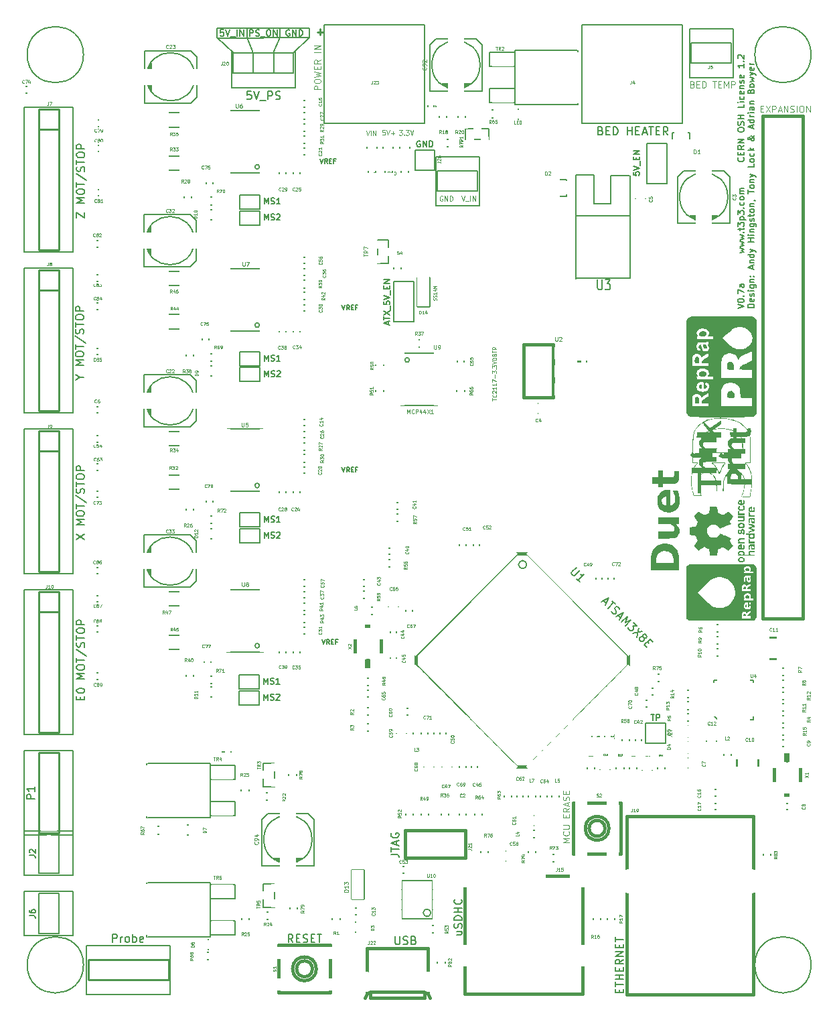
<source format=gto>
G04 (created by PCBNEW (2013-05-18 BZR 4017)-stable) date Mon 15 Dec 2014 21:42:07 GMT*
%MOIN*%
G04 Gerber Fmt 3.4, Leading zero omitted, Abs format*
%FSLAX34Y34*%
G01*
G70*
G90*
G04 APERTURE LIST*
%ADD10C,0.00590551*%
%ADD11C,0.01025*%
%ADD12C,0.0103*%
%ADD13C,0.0069*%
%ADD14C,0.005*%
%ADD15C,0.015*%
%ADD16C,0.0067*%
%ADD17C,0.0059*%
%ADD18C,0.006*%
%ADD19C,0.0079*%
%ADD20C,0.0039*%
%ADD21C,0.01*%
%ADD22C,0.0098*%
%ADD23C,0.008*%
%ADD24C,0.0001*%
%ADD25C,0.012*%
%ADD26C,0.0047*%
%ADD27C,0.0049*%
%ADD28C,0.0043*%
%ADD29C,0.002*%
%ADD30C,0.0016*%
%ADD31C,0.0048*%
%ADD32C,0.001975*%
%ADD33C,0.0035*%
%ADD34C,0.00395*%
%ADD35C,0.004*%
%ADD36C,0.0044*%
%ADD37C,0.0028*%
%ADD38C,0.2169*%
%ADD39R,0.0987X0.0987*%
%ADD40C,0.1184*%
%ADD41R,0.1342X0.0948*%
%ADD42O,0.0594X0.0692*%
%ADD43R,0.0357X0.0731*%
%ADD44O,0.0948X0.1027*%
%ADD45C,0.0535*%
%ADD46R,0.083X0.1381*%
%ADD47R,0.2483X0.2641*%
%ADD48R,0.08X0.08*%
%ADD49C,0.08*%
%ADD50R,0.0779X0.0365*%
%ADD51R,0.1381X0.1901*%
%ADD52R,0.0594X0.146*%
%ADD53R,0.146X0.0594*%
%ADD54R,0.0594X0.0436*%
%ADD55R,0.0436X0.0594*%
%ADD56R,0.1X0.164*%
%ADD57R,0.1X0.06*%
%ADD58R,0.1617X0.083*%
%ADD59R,0.083X0.1617*%
%ADD60R,0.0574X0.0594*%
%ADD61R,0.0594X0.0574*%
%ADD62R,0.0653X0.0909*%
%ADD63R,0.0653X0.0771*%
%ADD64R,0.0771X0.0653*%
%ADD65R,0.1106X0.0712*%
%ADD66R,0.2759X0.2523*%
%ADD67R,0.1342X0.0791*%
%ADD68R,0.0791X0.1342*%
%ADD69R,0.0594X0.0594*%
%ADD70C,0.0594*%
%ADD71R,0.0633X0.0987*%
%ADD72R,0.0633X0.0515*%
%ADD73R,0.0672X0.1066*%
%ADD74R,0.0672X0.0751*%
%ADD75R,0.083X0.0751*%
%ADD76R,0.0476X0.083*%
%ADD77R,0.07X0.045*%
%ADD78R,0.0298X0.0436*%
%ADD79R,0.0436X0.0298*%
%ADD80R,0.1499X0.1499*%
%ADD81R,0.12X0.1251*%
%ADD82R,0.07X0.05*%
%ADD83R,0.1251X0.12*%
%ADD84R,0.05X0.07*%
%ADD85C,0.1499*%
%ADD86C,0.12*%
%ADD87R,0.0672X0.0909*%
%ADD88C,0.0515*%
%ADD89C,0.1576*%
%ADD90R,0.029X0.054*%
G04 APERTURE END LIST*
G54D10*
G54D11*
X15783Y47978D02*
X16096Y47978D01*
X15940Y47822D02*
X15940Y48134D01*
G54D12*
G54D13*
X36719Y34223D02*
X37034Y34328D01*
X36719Y34433D01*
X36719Y34598D02*
X36719Y34628D01*
X36734Y34658D01*
X36749Y34673D01*
X36779Y34688D01*
X36839Y34703D01*
X36914Y34703D01*
X36974Y34688D01*
X37004Y34673D01*
X37019Y34658D01*
X37034Y34628D01*
X37034Y34598D01*
X37019Y34568D01*
X37004Y34553D01*
X36974Y34538D01*
X36914Y34523D01*
X36839Y34523D01*
X36779Y34538D01*
X36749Y34553D01*
X36734Y34568D01*
X36719Y34598D01*
X37004Y34838D02*
X37019Y34853D01*
X37034Y34838D01*
X37019Y34823D01*
X37004Y34838D01*
X37034Y34838D01*
X36719Y34958D02*
X36719Y35168D01*
X37034Y35033D01*
X37034Y35423D02*
X36869Y35423D01*
X36839Y35408D01*
X36824Y35378D01*
X36824Y35318D01*
X36839Y35288D01*
X37019Y35423D02*
X37034Y35393D01*
X37034Y35318D01*
X37019Y35288D01*
X36989Y35273D01*
X36959Y35273D01*
X36929Y35288D01*
X36914Y35318D01*
X36914Y35393D01*
X36899Y35423D01*
X36824Y36983D02*
X37034Y37043D01*
X36884Y37103D01*
X37034Y37163D01*
X36824Y37223D01*
X36824Y37313D02*
X37034Y37373D01*
X36884Y37433D01*
X37034Y37493D01*
X36824Y37553D01*
X36824Y37643D02*
X37034Y37703D01*
X36884Y37763D01*
X37034Y37823D01*
X36824Y37883D01*
X37004Y38003D02*
X37019Y38018D01*
X37034Y38003D01*
X37019Y37988D01*
X37004Y38003D01*
X37034Y38003D01*
X36824Y38108D02*
X36824Y38228D01*
X36719Y38153D02*
X36989Y38153D01*
X37019Y38168D01*
X37034Y38198D01*
X37034Y38228D01*
X36719Y38303D02*
X36719Y38498D01*
X36839Y38393D01*
X36839Y38438D01*
X36854Y38468D01*
X36869Y38483D01*
X36899Y38498D01*
X36974Y38498D01*
X37004Y38483D01*
X37019Y38468D01*
X37034Y38438D01*
X37034Y38348D01*
X37019Y38318D01*
X37004Y38303D01*
X36824Y38633D02*
X37139Y38633D01*
X36839Y38633D02*
X36824Y38663D01*
X36824Y38723D01*
X36839Y38753D01*
X36854Y38768D01*
X36884Y38783D01*
X36974Y38783D01*
X37004Y38768D01*
X37019Y38753D01*
X37034Y38723D01*
X37034Y38663D01*
X37019Y38633D01*
X36719Y38888D02*
X36719Y39083D01*
X36839Y38978D01*
X36839Y39023D01*
X36854Y39053D01*
X36869Y39068D01*
X36899Y39083D01*
X36974Y39083D01*
X37004Y39068D01*
X37019Y39053D01*
X37034Y39023D01*
X37034Y38933D01*
X37019Y38903D01*
X37004Y38888D01*
X37004Y39218D02*
X37019Y39233D01*
X37034Y39218D01*
X37019Y39203D01*
X37004Y39218D01*
X37034Y39218D01*
X37019Y39503D02*
X37034Y39473D01*
X37034Y39413D01*
X37019Y39383D01*
X37004Y39368D01*
X36974Y39353D01*
X36884Y39353D01*
X36854Y39368D01*
X36839Y39383D01*
X36824Y39413D01*
X36824Y39473D01*
X36839Y39503D01*
X37034Y39683D02*
X37019Y39653D01*
X37004Y39638D01*
X36974Y39623D01*
X36884Y39623D01*
X36854Y39638D01*
X36839Y39653D01*
X36824Y39683D01*
X36824Y39728D01*
X36839Y39758D01*
X36854Y39773D01*
X36884Y39788D01*
X36974Y39788D01*
X37004Y39773D01*
X37019Y39758D01*
X37034Y39728D01*
X37034Y39683D01*
X37034Y39923D02*
X36824Y39923D01*
X36854Y39923D02*
X36839Y39938D01*
X36824Y39968D01*
X36824Y40013D01*
X36839Y40043D01*
X36869Y40058D01*
X37034Y40058D01*
X36869Y40058D02*
X36839Y40073D01*
X36824Y40103D01*
X36824Y40148D01*
X36839Y40178D01*
X36869Y40193D01*
X37034Y40193D01*
X37004Y41723D02*
X37019Y41708D01*
X37034Y41663D01*
X37034Y41633D01*
X37019Y41588D01*
X36989Y41558D01*
X36959Y41543D01*
X36899Y41528D01*
X36854Y41528D01*
X36794Y41543D01*
X36764Y41558D01*
X36734Y41588D01*
X36719Y41633D01*
X36719Y41663D01*
X36734Y41708D01*
X36749Y41723D01*
X36869Y41858D02*
X36869Y41963D01*
X37034Y42008D02*
X37034Y41858D01*
X36719Y41858D01*
X36719Y42008D01*
X37034Y42323D02*
X36884Y42218D01*
X37034Y42143D02*
X36719Y42143D01*
X36719Y42263D01*
X36734Y42293D01*
X36749Y42308D01*
X36779Y42323D01*
X36824Y42323D01*
X36854Y42308D01*
X36869Y42293D01*
X36884Y42263D01*
X36884Y42143D01*
X37034Y42458D02*
X36719Y42458D01*
X37034Y42638D01*
X36719Y42638D01*
X36719Y43088D02*
X36719Y43148D01*
X36734Y43178D01*
X36764Y43208D01*
X36824Y43223D01*
X36929Y43223D01*
X36989Y43208D01*
X37019Y43178D01*
X37034Y43148D01*
X37034Y43088D01*
X37019Y43058D01*
X36989Y43028D01*
X36929Y43013D01*
X36824Y43013D01*
X36764Y43028D01*
X36734Y43058D01*
X36719Y43088D01*
X37019Y43343D02*
X37034Y43388D01*
X37034Y43463D01*
X37019Y43493D01*
X37004Y43508D01*
X36974Y43523D01*
X36944Y43523D01*
X36914Y43508D01*
X36899Y43493D01*
X36884Y43463D01*
X36869Y43403D01*
X36854Y43373D01*
X36839Y43358D01*
X36809Y43343D01*
X36779Y43343D01*
X36749Y43358D01*
X36734Y43373D01*
X36719Y43403D01*
X36719Y43478D01*
X36734Y43523D01*
X37034Y43658D02*
X36719Y43658D01*
X36869Y43658D02*
X36869Y43838D01*
X37034Y43838D02*
X36719Y43838D01*
X37034Y44378D02*
X37034Y44228D01*
X36719Y44228D01*
X37034Y44483D02*
X36824Y44483D01*
X36719Y44483D02*
X36734Y44468D01*
X36749Y44483D01*
X36734Y44498D01*
X36719Y44483D01*
X36749Y44483D01*
X37019Y44768D02*
X37034Y44738D01*
X37034Y44678D01*
X37019Y44648D01*
X37004Y44633D01*
X36974Y44618D01*
X36884Y44618D01*
X36854Y44633D01*
X36839Y44648D01*
X36824Y44678D01*
X36824Y44738D01*
X36839Y44768D01*
X37019Y45023D02*
X37034Y44993D01*
X37034Y44933D01*
X37019Y44903D01*
X36989Y44888D01*
X36869Y44888D01*
X36839Y44903D01*
X36824Y44933D01*
X36824Y44993D01*
X36839Y45023D01*
X36869Y45038D01*
X36899Y45038D01*
X36929Y44888D01*
X36824Y45173D02*
X37034Y45173D01*
X36854Y45173D02*
X36839Y45188D01*
X36824Y45218D01*
X36824Y45263D01*
X36839Y45293D01*
X36869Y45308D01*
X37034Y45308D01*
X37019Y45443D02*
X37034Y45473D01*
X37034Y45533D01*
X37019Y45563D01*
X36989Y45578D01*
X36974Y45578D01*
X36944Y45563D01*
X36929Y45533D01*
X36929Y45488D01*
X36914Y45458D01*
X36884Y45443D01*
X36869Y45443D01*
X36839Y45458D01*
X36824Y45488D01*
X36824Y45533D01*
X36839Y45563D01*
X37019Y45833D02*
X37034Y45803D01*
X37034Y45743D01*
X37019Y45713D01*
X36989Y45698D01*
X36869Y45698D01*
X36839Y45713D01*
X36824Y45743D01*
X36824Y45803D01*
X36839Y45833D01*
X36869Y45848D01*
X36899Y45848D01*
X36929Y45698D01*
X37034Y46388D02*
X37034Y46208D01*
X37034Y46298D02*
X36719Y46298D01*
X36764Y46268D01*
X36794Y46238D01*
X36809Y46208D01*
X37004Y46523D02*
X37019Y46538D01*
X37034Y46523D01*
X37019Y46508D01*
X37004Y46523D01*
X37034Y46523D01*
X36749Y46658D02*
X36734Y46673D01*
X36719Y46703D01*
X36719Y46778D01*
X36734Y46808D01*
X36749Y46823D01*
X36779Y46838D01*
X36809Y46838D01*
X36854Y46823D01*
X37034Y46643D01*
X37034Y46838D01*
X37544Y34268D02*
X37229Y34268D01*
X37229Y34343D01*
X37244Y34388D01*
X37274Y34418D01*
X37304Y34433D01*
X37364Y34448D01*
X37409Y34448D01*
X37469Y34433D01*
X37499Y34418D01*
X37529Y34388D01*
X37544Y34343D01*
X37544Y34268D01*
X37529Y34703D02*
X37544Y34673D01*
X37544Y34613D01*
X37529Y34583D01*
X37499Y34568D01*
X37379Y34568D01*
X37349Y34583D01*
X37334Y34613D01*
X37334Y34673D01*
X37349Y34703D01*
X37379Y34718D01*
X37409Y34718D01*
X37439Y34568D01*
X37529Y34838D02*
X37544Y34868D01*
X37544Y34928D01*
X37529Y34958D01*
X37499Y34973D01*
X37484Y34973D01*
X37454Y34958D01*
X37439Y34928D01*
X37439Y34883D01*
X37424Y34853D01*
X37394Y34838D01*
X37379Y34838D01*
X37349Y34853D01*
X37334Y34883D01*
X37334Y34928D01*
X37349Y34958D01*
X37544Y35108D02*
X37334Y35108D01*
X37229Y35108D02*
X37244Y35093D01*
X37259Y35108D01*
X37244Y35123D01*
X37229Y35108D01*
X37259Y35108D01*
X37334Y35393D02*
X37589Y35393D01*
X37619Y35378D01*
X37634Y35363D01*
X37649Y35333D01*
X37649Y35288D01*
X37634Y35258D01*
X37529Y35393D02*
X37544Y35363D01*
X37544Y35303D01*
X37529Y35273D01*
X37514Y35258D01*
X37484Y35243D01*
X37394Y35243D01*
X37364Y35258D01*
X37349Y35273D01*
X37334Y35303D01*
X37334Y35363D01*
X37349Y35393D01*
X37334Y35543D02*
X37544Y35543D01*
X37364Y35543D02*
X37349Y35558D01*
X37334Y35588D01*
X37334Y35633D01*
X37349Y35663D01*
X37379Y35678D01*
X37544Y35678D01*
X37514Y35828D02*
X37529Y35843D01*
X37544Y35828D01*
X37529Y35813D01*
X37514Y35828D01*
X37544Y35828D01*
X37349Y35828D02*
X37364Y35843D01*
X37379Y35828D01*
X37364Y35813D01*
X37349Y35828D01*
X37379Y35828D01*
X37454Y36203D02*
X37454Y36353D01*
X37544Y36173D02*
X37229Y36278D01*
X37544Y36383D01*
X37334Y36488D02*
X37544Y36488D01*
X37364Y36488D02*
X37349Y36503D01*
X37334Y36533D01*
X37334Y36578D01*
X37349Y36608D01*
X37379Y36623D01*
X37544Y36623D01*
X37544Y36908D02*
X37229Y36908D01*
X37529Y36908D02*
X37544Y36878D01*
X37544Y36818D01*
X37529Y36788D01*
X37514Y36773D01*
X37484Y36758D01*
X37394Y36758D01*
X37364Y36773D01*
X37349Y36788D01*
X37334Y36818D01*
X37334Y36878D01*
X37349Y36908D01*
X37334Y37028D02*
X37544Y37103D01*
X37334Y37178D02*
X37544Y37103D01*
X37619Y37073D01*
X37634Y37058D01*
X37649Y37028D01*
X37544Y37538D02*
X37229Y37538D01*
X37379Y37538D02*
X37379Y37718D01*
X37544Y37718D02*
X37229Y37718D01*
X37544Y37868D02*
X37334Y37868D01*
X37229Y37868D02*
X37244Y37853D01*
X37259Y37868D01*
X37244Y37883D01*
X37229Y37868D01*
X37259Y37868D01*
X37334Y38018D02*
X37544Y38018D01*
X37364Y38018D02*
X37349Y38033D01*
X37334Y38063D01*
X37334Y38108D01*
X37349Y38138D01*
X37379Y38153D01*
X37544Y38153D01*
X37334Y38438D02*
X37589Y38438D01*
X37619Y38423D01*
X37634Y38408D01*
X37649Y38378D01*
X37649Y38333D01*
X37634Y38303D01*
X37529Y38438D02*
X37544Y38408D01*
X37544Y38348D01*
X37529Y38318D01*
X37514Y38303D01*
X37484Y38288D01*
X37394Y38288D01*
X37364Y38303D01*
X37349Y38318D01*
X37334Y38348D01*
X37334Y38408D01*
X37349Y38438D01*
X37529Y38573D02*
X37544Y38603D01*
X37544Y38663D01*
X37529Y38693D01*
X37499Y38708D01*
X37484Y38708D01*
X37454Y38693D01*
X37439Y38663D01*
X37439Y38618D01*
X37424Y38588D01*
X37394Y38573D01*
X37379Y38573D01*
X37349Y38588D01*
X37334Y38618D01*
X37334Y38663D01*
X37349Y38693D01*
X37334Y38798D02*
X37334Y38918D01*
X37229Y38843D02*
X37499Y38843D01*
X37529Y38858D01*
X37544Y38888D01*
X37544Y38918D01*
X37544Y39068D02*
X37529Y39038D01*
X37514Y39023D01*
X37484Y39008D01*
X37394Y39008D01*
X37364Y39023D01*
X37349Y39038D01*
X37334Y39068D01*
X37334Y39113D01*
X37349Y39143D01*
X37364Y39158D01*
X37394Y39173D01*
X37484Y39173D01*
X37514Y39158D01*
X37529Y39143D01*
X37544Y39113D01*
X37544Y39068D01*
X37334Y39308D02*
X37544Y39308D01*
X37364Y39308D02*
X37349Y39323D01*
X37334Y39353D01*
X37334Y39398D01*
X37349Y39428D01*
X37379Y39443D01*
X37544Y39443D01*
X37529Y39608D02*
X37544Y39608D01*
X37574Y39593D01*
X37589Y39578D01*
X37229Y39938D02*
X37229Y40118D01*
X37544Y40028D02*
X37229Y40028D01*
X37544Y40268D02*
X37529Y40238D01*
X37514Y40223D01*
X37484Y40208D01*
X37394Y40208D01*
X37364Y40223D01*
X37349Y40238D01*
X37334Y40268D01*
X37334Y40313D01*
X37349Y40343D01*
X37364Y40358D01*
X37394Y40373D01*
X37484Y40373D01*
X37514Y40358D01*
X37529Y40343D01*
X37544Y40313D01*
X37544Y40268D01*
X37334Y40508D02*
X37544Y40508D01*
X37364Y40508D02*
X37349Y40523D01*
X37334Y40553D01*
X37334Y40598D01*
X37349Y40628D01*
X37379Y40643D01*
X37544Y40643D01*
X37334Y40763D02*
X37544Y40838D01*
X37334Y40913D02*
X37544Y40838D01*
X37619Y40808D01*
X37634Y40793D01*
X37649Y40763D01*
X37544Y41423D02*
X37544Y41273D01*
X37229Y41273D01*
X37544Y41573D02*
X37529Y41543D01*
X37514Y41528D01*
X37484Y41513D01*
X37394Y41513D01*
X37364Y41528D01*
X37349Y41543D01*
X37334Y41573D01*
X37334Y41618D01*
X37349Y41648D01*
X37364Y41663D01*
X37394Y41678D01*
X37484Y41678D01*
X37514Y41663D01*
X37529Y41648D01*
X37544Y41618D01*
X37544Y41573D01*
X37529Y41948D02*
X37544Y41918D01*
X37544Y41858D01*
X37529Y41828D01*
X37514Y41813D01*
X37484Y41798D01*
X37394Y41798D01*
X37364Y41813D01*
X37349Y41828D01*
X37334Y41858D01*
X37334Y41918D01*
X37349Y41948D01*
X37544Y42083D02*
X37229Y42083D01*
X37424Y42113D02*
X37544Y42203D01*
X37334Y42203D02*
X37454Y42083D01*
X37544Y42833D02*
X37544Y42818D01*
X37529Y42788D01*
X37484Y42743D01*
X37394Y42668D01*
X37349Y42638D01*
X37304Y42623D01*
X37274Y42623D01*
X37244Y42638D01*
X37229Y42668D01*
X37229Y42683D01*
X37244Y42713D01*
X37274Y42728D01*
X37289Y42728D01*
X37319Y42713D01*
X37334Y42698D01*
X37394Y42608D01*
X37409Y42593D01*
X37439Y42578D01*
X37484Y42578D01*
X37514Y42593D01*
X37529Y42608D01*
X37544Y42638D01*
X37544Y42683D01*
X37529Y42713D01*
X37514Y42728D01*
X37454Y42773D01*
X37409Y42788D01*
X37379Y42788D01*
X37454Y43193D02*
X37454Y43343D01*
X37544Y43163D02*
X37229Y43268D01*
X37544Y43373D01*
X37544Y43613D02*
X37229Y43613D01*
X37529Y43613D02*
X37544Y43583D01*
X37544Y43523D01*
X37529Y43493D01*
X37514Y43478D01*
X37484Y43463D01*
X37394Y43463D01*
X37364Y43478D01*
X37349Y43493D01*
X37334Y43523D01*
X37334Y43583D01*
X37349Y43613D01*
X37544Y43763D02*
X37334Y43763D01*
X37394Y43763D02*
X37364Y43778D01*
X37349Y43793D01*
X37334Y43823D01*
X37334Y43853D01*
X37544Y43958D02*
X37334Y43958D01*
X37229Y43958D02*
X37244Y43943D01*
X37259Y43958D01*
X37244Y43973D01*
X37229Y43958D01*
X37259Y43958D01*
X37544Y44243D02*
X37379Y44243D01*
X37349Y44228D01*
X37334Y44198D01*
X37334Y44138D01*
X37349Y44108D01*
X37529Y44243D02*
X37544Y44213D01*
X37544Y44138D01*
X37529Y44108D01*
X37499Y44093D01*
X37469Y44093D01*
X37439Y44108D01*
X37424Y44138D01*
X37424Y44213D01*
X37409Y44243D01*
X37334Y44393D02*
X37544Y44393D01*
X37364Y44393D02*
X37349Y44408D01*
X37334Y44438D01*
X37334Y44483D01*
X37349Y44513D01*
X37379Y44528D01*
X37544Y44528D01*
X37379Y45023D02*
X37394Y45068D01*
X37409Y45083D01*
X37439Y45098D01*
X37484Y45098D01*
X37514Y45083D01*
X37529Y45068D01*
X37544Y45038D01*
X37544Y44918D01*
X37229Y44918D01*
X37229Y45023D01*
X37244Y45053D01*
X37259Y45068D01*
X37289Y45083D01*
X37319Y45083D01*
X37349Y45068D01*
X37364Y45053D01*
X37379Y45023D01*
X37379Y44918D01*
X37544Y45278D02*
X37529Y45248D01*
X37514Y45233D01*
X37484Y45218D01*
X37394Y45218D01*
X37364Y45233D01*
X37349Y45248D01*
X37334Y45278D01*
X37334Y45323D01*
X37349Y45353D01*
X37364Y45368D01*
X37394Y45383D01*
X37484Y45383D01*
X37514Y45368D01*
X37529Y45353D01*
X37544Y45323D01*
X37544Y45278D01*
X37334Y45488D02*
X37544Y45548D01*
X37394Y45608D01*
X37544Y45668D01*
X37334Y45728D01*
X37334Y45818D02*
X37544Y45893D01*
X37334Y45968D02*
X37544Y45893D01*
X37619Y45863D01*
X37634Y45848D01*
X37649Y45818D01*
X37529Y46208D02*
X37544Y46178D01*
X37544Y46118D01*
X37529Y46088D01*
X37499Y46073D01*
X37379Y46073D01*
X37349Y46088D01*
X37334Y46118D01*
X37334Y46178D01*
X37349Y46208D01*
X37379Y46223D01*
X37409Y46223D01*
X37439Y46073D01*
X37544Y46358D02*
X37334Y46358D01*
X37394Y46358D02*
X37364Y46373D01*
X37349Y46388D01*
X37334Y46418D01*
X37334Y46448D01*
G54D14*
X4154Y1575D02*
G75*
G03X4154Y1575I-1400J0D01*
G74*
G01*
X21140Y48346D02*
X16140Y48346D01*
X21140Y43425D02*
X21140Y48346D01*
X16140Y43425D02*
X16140Y48346D01*
X16144Y43425D02*
X21128Y43425D01*
G54D15*
X21277Y196D02*
X21395Y-79D01*
X18285Y196D02*
X18167Y-79D01*
X18275Y236D02*
X18275Y2401D01*
X21287Y236D02*
X21287Y2401D01*
X21139Y-59D02*
X21139Y196D01*
X18423Y-59D02*
X18423Y196D01*
X21139Y-63D02*
X18423Y-63D01*
X18275Y2409D02*
X21287Y2409D01*
X21287Y228D02*
X18275Y228D01*
G54D14*
X31360Y38823D02*
X31360Y40835D01*
X28655Y35713D02*
X28655Y38827D01*
X28655Y38827D02*
X28655Y40859D01*
X28655Y40859D02*
X29577Y40859D01*
X29577Y40859D02*
X29577Y39438D01*
X29577Y39438D02*
X30411Y39438D01*
X30411Y39438D02*
X30411Y40835D01*
X30411Y40835D02*
X31336Y40835D01*
X31336Y40835D02*
X31344Y40835D01*
X28660Y38825D02*
X31360Y38825D01*
X31364Y38818D02*
X31364Y35718D01*
X31359Y35719D02*
X28659Y35719D01*
G54D16*
X14702Y45218D02*
X14702Y46990D01*
X11530Y45204D02*
X11530Y47026D01*
X10820Y47682D02*
X15410Y47684D01*
X13616Y46924D02*
X13930Y47692D01*
X13930Y47692D02*
X13928Y48166D01*
X12610Y46930D02*
X12300Y47692D01*
X12300Y47692D02*
X12300Y48156D01*
X10814Y48090D02*
X10814Y48170D01*
X10814Y48170D02*
X15410Y48174D01*
X15410Y48174D02*
X15410Y47688D01*
X14612Y46924D02*
X15414Y47692D01*
X11622Y46920D02*
X10814Y47692D01*
X10814Y47692D02*
X10814Y48118D01*
X13618Y45944D02*
X13618Y46906D01*
X13618Y46906D02*
X13618Y46916D01*
G54D17*
X14705Y45210D02*
X11523Y45210D01*
G54D18*
X11614Y45930D02*
X11614Y46930D01*
X11614Y46930D02*
X14614Y46930D01*
X14614Y46930D02*
X14614Y45930D01*
X14614Y45930D02*
X11614Y45930D01*
X12614Y46930D02*
X12614Y45930D01*
G54D14*
X11301Y36193D02*
X11301Y33093D01*
X11301Y33093D02*
X13101Y33093D01*
X13101Y33093D02*
X13101Y36193D01*
X13101Y36193D02*
X11301Y36193D01*
X12912Y33393D02*
G75*
G03X12912Y33393I-111J0D01*
G74*
G01*
X11300Y28220D02*
X11300Y25120D01*
X11300Y25120D02*
X13100Y25120D01*
X13100Y25120D02*
X13100Y28220D01*
X13100Y28220D02*
X11300Y28220D01*
X12911Y25420D02*
G75*
G03X12911Y25420I-111J0D01*
G74*
G01*
X11300Y20249D02*
X11300Y17149D01*
X11300Y17149D02*
X13100Y17149D01*
X13100Y17149D02*
X13100Y20249D01*
X13100Y20249D02*
X11300Y20249D01*
X12911Y17449D02*
G75*
G03X12911Y17449I-111J0D01*
G74*
G01*
X11302Y44069D02*
X11302Y40969D01*
X11302Y40969D02*
X13102Y40969D01*
X13102Y40969D02*
X13102Y44069D01*
X13102Y44069D02*
X11302Y44069D01*
X12913Y41269D02*
G75*
G03X12913Y41269I-111J0D01*
G74*
G01*
X21764Y29409D02*
X21764Y32009D01*
X21764Y32009D02*
X19964Y32009D01*
X19964Y32009D02*
X19964Y29409D01*
X19964Y29409D02*
X21764Y29409D01*
X20375Y31659D02*
G75*
G03X20375Y31659I-111J0D01*
G74*
G01*
G54D15*
X30116Y8366D02*
G75*
G03X30116Y8366I-394J0D01*
G74*
G01*
X30313Y8366D02*
G75*
G03X30313Y8366I-591J0D01*
G74*
G01*
X28541Y7086D02*
X28541Y9646D01*
X28541Y9646D02*
X30903Y9646D01*
X30903Y9646D02*
X30903Y7086D01*
X30903Y7086D02*
X28541Y7086D01*
X15549Y1378D02*
G75*
G03X15549Y1378I-394J0D01*
G74*
G01*
X15746Y1378D02*
G75*
G03X15746Y1378I-591J0D01*
G74*
G01*
X13875Y2559D02*
X16435Y2559D01*
X16435Y2559D02*
X16435Y197D01*
X16435Y197D02*
X13875Y197D01*
X13875Y197D02*
X13875Y2559D01*
G54D14*
X13659Y5395D02*
X13919Y5395D01*
X13659Y4645D02*
X13919Y4645D01*
X13109Y5020D02*
X12849Y5020D01*
X13109Y4430D02*
X13109Y5610D01*
X13109Y5610D02*
X13659Y5610D01*
X13659Y5610D02*
X13659Y4430D01*
X13659Y4430D02*
X13109Y4430D01*
X13659Y11399D02*
X13919Y11399D01*
X13659Y10649D02*
X13919Y10649D01*
X13109Y11024D02*
X12849Y11024D01*
X13109Y10434D02*
X13109Y11614D01*
X13109Y11614D02*
X13659Y11614D01*
X13659Y11614D02*
X13659Y10434D01*
X13659Y10434D02*
X13109Y10434D01*
X24133Y42619D02*
X24133Y42359D01*
X23383Y42619D02*
X23383Y42359D01*
X23758Y43169D02*
X23758Y43429D01*
X23168Y43169D02*
X24348Y43169D01*
X24348Y43169D02*
X24348Y42619D01*
X24348Y42619D02*
X23168Y42619D01*
X23168Y42619D02*
X23168Y43169D01*
G54D15*
X26081Y30515D02*
X25352Y30515D01*
X25352Y30515D02*
X25352Y31697D01*
X25352Y31697D02*
X26081Y31697D01*
X27537Y32012D02*
X28266Y32012D01*
X27537Y31106D02*
X28266Y31106D01*
X27537Y30200D02*
X28266Y30200D01*
X26081Y29787D02*
X26081Y32425D01*
X26081Y32425D02*
X27537Y32425D01*
X27537Y32425D02*
X27537Y29787D01*
X27537Y29787D02*
X26081Y29787D01*
G54D14*
X7344Y46048D02*
X7344Y45448D01*
X7394Y45298D02*
X7394Y46198D01*
X7444Y46298D02*
X7444Y45198D01*
X7494Y45098D02*
X7494Y46398D01*
X7544Y46448D02*
X7544Y45048D01*
X9694Y45748D02*
G75*
G03X9694Y45748I-1200J0D01*
G74*
G01*
X7194Y47048D02*
X7194Y44448D01*
X7194Y44448D02*
X9494Y44448D01*
X9494Y44448D02*
X9794Y44748D01*
X9794Y44748D02*
X9794Y46748D01*
X9794Y46748D02*
X9494Y47048D01*
X9494Y47048D02*
X7194Y47048D01*
X9344Y45748D02*
X9044Y45748D01*
X9194Y45898D02*
X9194Y45598D01*
X7313Y21954D02*
X7313Y21354D01*
X7363Y21204D02*
X7363Y22104D01*
X7413Y22204D02*
X7413Y21104D01*
X7463Y21004D02*
X7463Y22304D01*
X7513Y22354D02*
X7513Y20954D01*
X9663Y21654D02*
G75*
G03X9663Y21654I-1200J0D01*
G74*
G01*
X7163Y22954D02*
X7163Y20354D01*
X7163Y20354D02*
X9463Y20354D01*
X9463Y20354D02*
X9763Y20654D01*
X9763Y20654D02*
X9763Y22654D01*
X9763Y22654D02*
X9463Y22954D01*
X9463Y22954D02*
X7163Y22954D01*
X9313Y21654D02*
X9013Y21654D01*
X9163Y21804D02*
X9163Y21504D01*
X7313Y37898D02*
X7313Y37298D01*
X7363Y37148D02*
X7363Y38048D01*
X7413Y38148D02*
X7413Y37048D01*
X7463Y36948D02*
X7463Y38248D01*
X7513Y38298D02*
X7513Y36898D01*
X9663Y37598D02*
G75*
G03X9663Y37598I-1200J0D01*
G74*
G01*
X7163Y38898D02*
X7163Y36298D01*
X7163Y36298D02*
X9463Y36298D01*
X9463Y36298D02*
X9763Y36598D01*
X9763Y36598D02*
X9763Y38598D01*
X9763Y38598D02*
X9463Y38898D01*
X9463Y38898D02*
X7163Y38898D01*
X9313Y37598D02*
X9013Y37598D01*
X9163Y37748D02*
X9163Y37448D01*
X7313Y29926D02*
X7313Y29326D01*
X7363Y29176D02*
X7363Y30076D01*
X7413Y30176D02*
X7413Y29076D01*
X7463Y28976D02*
X7463Y30276D01*
X7513Y30326D02*
X7513Y28926D01*
X9663Y29626D02*
G75*
G03X9663Y29626I-1200J0D01*
G74*
G01*
X7163Y30926D02*
X7163Y28326D01*
X7163Y28326D02*
X9463Y28326D01*
X9463Y28326D02*
X9763Y28626D01*
X9763Y28626D02*
X9763Y30626D01*
X9763Y30626D02*
X9463Y30926D01*
X9463Y30926D02*
X7163Y30926D01*
X9313Y29626D02*
X9013Y29626D01*
X9163Y29776D02*
X9163Y29476D01*
X34729Y38622D02*
X35329Y38622D01*
X35479Y38672D02*
X34579Y38672D01*
X34479Y38722D02*
X35579Y38722D01*
X35679Y38772D02*
X34379Y38772D01*
X34329Y38822D02*
X35729Y38822D01*
X36229Y39772D02*
G75*
G03X36229Y39772I-1200J0D01*
G74*
G01*
X33729Y38472D02*
X36329Y38472D01*
X36329Y38472D02*
X36329Y40772D01*
X36329Y40772D02*
X36029Y41072D01*
X36029Y41072D02*
X34029Y41072D01*
X34029Y41072D02*
X33729Y40772D01*
X33729Y40772D02*
X33729Y38472D01*
X35029Y40622D02*
X35029Y40322D01*
X34879Y40472D02*
X35179Y40472D01*
G54D19*
X35382Y18494D02*
X36070Y18494D01*
X36070Y18494D02*
X36070Y18120D01*
X36070Y18120D02*
X35382Y18120D01*
X35382Y18120D02*
X35382Y18494D01*
X39317Y15955D02*
X38629Y15955D01*
X38629Y15955D02*
X38629Y16329D01*
X38629Y16329D02*
X39317Y16329D01*
X39317Y16329D02*
X39317Y15955D01*
X39317Y15364D02*
X38629Y15364D01*
X38629Y15364D02*
X38629Y15738D01*
X38629Y15738D02*
X39317Y15738D01*
X39317Y15738D02*
X39317Y15364D01*
X35382Y17904D02*
X36070Y17904D01*
X36070Y17904D02*
X36070Y17530D01*
X36070Y17530D02*
X35382Y17530D01*
X35382Y17530D02*
X35382Y17904D01*
X35382Y17313D02*
X36070Y17313D01*
X36070Y17313D02*
X36070Y16939D01*
X36070Y16939D02*
X35382Y16939D01*
X35382Y16939D02*
X35382Y17313D01*
X39317Y14183D02*
X38629Y14183D01*
X38629Y14183D02*
X38629Y14557D01*
X38629Y14557D02*
X39317Y14557D01*
X39317Y14557D02*
X39317Y14183D01*
X39317Y14774D02*
X38629Y14774D01*
X38629Y14774D02*
X38629Y15148D01*
X38629Y15148D02*
X39317Y15148D01*
X39317Y15148D02*
X39317Y14774D01*
X33905Y14656D02*
X34593Y14656D01*
X34593Y14656D02*
X34593Y14282D01*
X34593Y14282D02*
X33905Y14282D01*
X33905Y14282D02*
X33905Y14656D01*
X33905Y15246D02*
X34593Y15246D01*
X34593Y15246D02*
X34593Y14872D01*
X34593Y14872D02*
X33905Y14872D01*
X33905Y14872D02*
X33905Y15246D01*
X38629Y13376D02*
X39317Y13376D01*
X39317Y13376D02*
X39317Y13002D01*
X39317Y13002D02*
X38629Y13002D01*
X38629Y13002D02*
X38629Y13376D01*
X21858Y43416D02*
X21858Y44104D01*
X21858Y44104D02*
X22232Y44104D01*
X22232Y44104D02*
X22232Y43416D01*
X22232Y43416D02*
X21858Y43416D01*
X22803Y43416D02*
X22803Y44104D01*
X22803Y44104D02*
X23177Y44104D01*
X23177Y44104D02*
X23177Y43416D01*
X23177Y43416D02*
X22803Y43416D01*
X12015Y9892D02*
X12015Y10580D01*
X12015Y10580D02*
X12389Y10580D01*
X12389Y10580D02*
X12389Y9892D01*
X12389Y9892D02*
X12015Y9892D01*
X18709Y29774D02*
X18709Y30462D01*
X18709Y30462D02*
X19083Y30462D01*
X19083Y30462D02*
X19083Y29774D01*
X19083Y29774D02*
X18709Y29774D01*
X20559Y9399D02*
X20559Y8711D01*
X20559Y8711D02*
X20185Y8711D01*
X20185Y8711D02*
X20185Y9399D01*
X20185Y9399D02*
X20559Y9399D01*
X20125Y23632D02*
X19437Y23632D01*
X19437Y23632D02*
X19437Y24006D01*
X19437Y24006D02*
X20125Y24006D01*
X20125Y24006D02*
X20125Y23632D01*
X16544Y3495D02*
X16544Y4183D01*
X16544Y4183D02*
X16918Y4183D01*
X16918Y4183D02*
X16918Y3495D01*
X16918Y3495D02*
X16544Y3495D01*
X17961Y14360D02*
X18649Y14360D01*
X18649Y14360D02*
X18649Y13986D01*
X18649Y13986D02*
X17961Y13986D01*
X17961Y13986D02*
X17961Y14360D01*
X17961Y13573D02*
X18649Y13573D01*
X18649Y13573D02*
X18649Y13199D01*
X18649Y13199D02*
X17961Y13199D01*
X17961Y13199D02*
X17961Y13573D01*
X39318Y13593D02*
X38630Y13593D01*
X38630Y13593D02*
X38630Y13967D01*
X38630Y13967D02*
X39318Y13967D01*
X39318Y13967D02*
X39318Y13593D01*
X33905Y14065D02*
X34593Y14065D01*
X34593Y14065D02*
X34593Y13691D01*
X34593Y13691D02*
X33905Y13691D01*
X33905Y13691D02*
X33905Y14065D01*
X29909Y4183D02*
X29909Y3495D01*
X29909Y3495D02*
X29535Y3495D01*
X29535Y3495D02*
X29535Y4183D01*
X29535Y4183D02*
X29909Y4183D01*
X30224Y3495D02*
X30224Y4183D01*
X30224Y4183D02*
X30598Y4183D01*
X30598Y4183D02*
X30598Y3495D01*
X30598Y3495D02*
X30224Y3495D01*
X13630Y9755D02*
X12942Y9755D01*
X12942Y9755D02*
X12942Y10129D01*
X12942Y10129D02*
X13630Y10129D01*
X13630Y10129D02*
X13630Y9755D01*
X13669Y3829D02*
X12981Y3829D01*
X12981Y3829D02*
X12981Y4203D01*
X12981Y4203D02*
X13669Y4203D01*
X13669Y4203D02*
X13669Y3829D01*
X12409Y4183D02*
X12409Y3495D01*
X12409Y3495D02*
X12035Y3495D01*
X12035Y3495D02*
X12035Y4183D01*
X12035Y4183D02*
X12409Y4183D01*
X19083Y31742D02*
X19083Y31054D01*
X19083Y31054D02*
X18709Y31054D01*
X18709Y31054D02*
X18709Y31742D01*
X18709Y31742D02*
X19083Y31742D01*
X19732Y21368D02*
X19044Y21368D01*
X19044Y21368D02*
X19044Y21742D01*
X19044Y21742D02*
X19732Y21742D01*
X19732Y21742D02*
X19732Y21368D01*
X30972Y12412D02*
X30972Y13100D01*
X30972Y13100D02*
X31346Y13100D01*
X31346Y13100D02*
X31346Y12412D01*
X31346Y12412D02*
X30972Y12412D01*
X18452Y19793D02*
X17764Y19793D01*
X17764Y19793D02*
X17764Y20167D01*
X17764Y20167D02*
X18452Y20167D01*
X18452Y20167D02*
X18452Y19793D01*
G54D14*
X38951Y9609D02*
X38951Y9289D01*
X39391Y9299D02*
X39391Y9609D01*
X39491Y9289D02*
X38851Y9289D01*
X38851Y9289D02*
X38851Y9609D01*
X38851Y9609D02*
X39491Y9609D01*
X39491Y9609D02*
X39491Y9289D01*
X39194Y12438D02*
X39194Y12758D01*
X38754Y12748D02*
X38754Y12438D01*
X38654Y12758D02*
X39294Y12758D01*
X39294Y12758D02*
X39294Y12438D01*
X39294Y12438D02*
X38654Y12438D01*
X38654Y12438D02*
X38654Y12758D01*
X35408Y10298D02*
X35408Y9978D01*
X35848Y9988D02*
X35848Y10298D01*
X35948Y9978D02*
X35308Y9978D01*
X35308Y9978D02*
X35308Y10298D01*
X35308Y10298D02*
X35948Y10298D01*
X35948Y10298D02*
X35948Y9978D01*
X35408Y9609D02*
X35408Y9289D01*
X35848Y9299D02*
X35848Y9609D01*
X35948Y9289D02*
X35308Y9289D01*
X35308Y9289D02*
X35308Y9609D01*
X35308Y9609D02*
X35948Y9609D01*
X35948Y9609D02*
X35948Y9289D01*
X19608Y21986D02*
X19608Y22306D01*
X19168Y22296D02*
X19168Y21986D01*
X19068Y22306D02*
X19708Y22306D01*
X19708Y22306D02*
X19708Y21986D01*
X19708Y21986D02*
X19068Y21986D01*
X19068Y21986D02*
X19068Y22306D01*
X20001Y24249D02*
X20001Y24569D01*
X19561Y24559D02*
X19561Y24249D01*
X19461Y24569D02*
X20101Y24569D01*
X20101Y24569D02*
X20101Y24249D01*
X20101Y24249D02*
X19461Y24249D01*
X19461Y24249D02*
X19461Y24569D01*
X31629Y12536D02*
X31949Y12536D01*
X31939Y12976D02*
X31629Y12976D01*
X31949Y13076D02*
X31949Y12436D01*
X31949Y12436D02*
X31629Y12436D01*
X31629Y12436D02*
X31629Y13076D01*
X31629Y13076D02*
X31949Y13076D01*
X18328Y20411D02*
X18328Y20731D01*
X17888Y20721D02*
X17888Y20411D01*
X17788Y20731D02*
X18428Y20731D01*
X18428Y20731D02*
X18428Y20411D01*
X18428Y20411D02*
X17788Y20411D01*
X17788Y20411D02*
X17788Y20731D01*
G54D19*
X9260Y31546D02*
X9260Y32234D01*
X9260Y32234D02*
X9634Y32234D01*
X9634Y32234D02*
X9634Y31546D01*
X9634Y31546D02*
X9260Y31546D01*
X15499Y35246D02*
X14811Y35246D01*
X14811Y35246D02*
X14811Y35620D01*
X14811Y35620D02*
X15499Y35620D01*
X15499Y35620D02*
X15499Y35246D01*
X14812Y35026D02*
X15500Y35026D01*
X15500Y35026D02*
X15500Y34652D01*
X15500Y34652D02*
X14812Y34652D01*
X14812Y34652D02*
X14812Y35026D01*
X18649Y15463D02*
X17961Y15463D01*
X17961Y15463D02*
X17961Y15837D01*
X17961Y15837D02*
X18649Y15837D01*
X18649Y15837D02*
X18649Y15463D01*
G54D14*
X14935Y34412D02*
X14935Y34092D01*
X15375Y34102D02*
X15375Y34412D01*
X15475Y34092D02*
X14835Y34092D01*
X14835Y34092D02*
X14835Y34412D01*
X14835Y34412D02*
X15475Y34412D01*
X15475Y34412D02*
X15475Y34092D01*
X14922Y33287D02*
X14602Y33287D01*
X14612Y32847D02*
X14922Y32847D01*
X14602Y32747D02*
X14602Y33387D01*
X14602Y33387D02*
X14922Y33387D01*
X14922Y33387D02*
X14922Y32747D01*
X14922Y32747D02*
X14602Y32747D01*
X14935Y36184D02*
X14935Y35864D01*
X15375Y35874D02*
X15375Y36184D01*
X15475Y35864D02*
X14835Y35864D01*
X14835Y35864D02*
X14835Y36184D01*
X14835Y36184D02*
X15475Y36184D01*
X15475Y36184D02*
X15475Y35864D01*
X13913Y32847D02*
X14233Y32847D01*
X14223Y33287D02*
X13913Y33287D01*
X14233Y33387D02*
X14233Y32747D01*
X14233Y32747D02*
X13913Y32747D01*
X13913Y32747D02*
X13913Y33387D01*
X13913Y33387D02*
X14233Y33387D01*
G54D19*
X9260Y15601D02*
X9260Y16289D01*
X9260Y16289D02*
X9634Y16289D01*
X9634Y16289D02*
X9634Y15601D01*
X9634Y15601D02*
X9260Y15601D01*
X15499Y19203D02*
X14811Y19203D01*
X14811Y19203D02*
X14811Y19577D01*
X14811Y19577D02*
X15499Y19577D01*
X15499Y19577D02*
X15499Y19203D01*
X14810Y18983D02*
X15498Y18983D01*
X15498Y18983D02*
X15498Y18609D01*
X15498Y18609D02*
X14810Y18609D01*
X14810Y18609D02*
X14810Y18983D01*
X21346Y9399D02*
X21346Y8711D01*
X21346Y8711D02*
X20972Y8711D01*
X20972Y8711D02*
X20972Y9399D01*
X20972Y9399D02*
X21346Y9399D01*
G54D14*
X14935Y18369D02*
X14935Y18049D01*
X15375Y18059D02*
X15375Y18369D01*
X15475Y18049D02*
X14835Y18049D01*
X14835Y18049D02*
X14835Y18369D01*
X14835Y18369D02*
X15475Y18369D01*
X15475Y18369D02*
X15475Y18049D01*
X14920Y17343D02*
X14600Y17343D01*
X14610Y16903D02*
X14920Y16903D01*
X14600Y16803D02*
X14600Y17443D01*
X14600Y17443D02*
X14920Y17443D01*
X14920Y17443D02*
X14920Y16803D01*
X14920Y16803D02*
X14600Y16803D01*
X14935Y20140D02*
X14935Y19820D01*
X15375Y19830D02*
X15375Y20140D01*
X15475Y19820D02*
X14835Y19820D01*
X14835Y19820D02*
X14835Y20140D01*
X14835Y20140D02*
X15475Y20140D01*
X15475Y20140D02*
X15475Y19820D01*
X13911Y16903D02*
X14231Y16903D01*
X14221Y17343D02*
X13911Y17343D01*
X14231Y17443D02*
X14231Y16803D01*
X14231Y16803D02*
X13911Y16803D01*
X13911Y16803D02*
X13911Y17443D01*
X13911Y17443D02*
X14231Y17443D01*
G54D19*
X9161Y39420D02*
X9161Y40108D01*
X9161Y40108D02*
X9535Y40108D01*
X9535Y40108D02*
X9535Y39420D01*
X9535Y39420D02*
X9161Y39420D01*
X15499Y43022D02*
X14811Y43022D01*
X14811Y43022D02*
X14811Y43396D01*
X14811Y43396D02*
X15499Y43396D01*
X15499Y43396D02*
X15499Y43022D01*
X14813Y42804D02*
X15501Y42804D01*
X15501Y42804D02*
X15501Y42430D01*
X15501Y42430D02*
X14813Y42430D01*
X14813Y42430D02*
X14813Y42804D01*
G54D14*
X14935Y42188D02*
X14935Y41868D01*
X15375Y41878D02*
X15375Y42188D01*
X15475Y41868D02*
X14835Y41868D01*
X14835Y41868D02*
X14835Y42188D01*
X14835Y42188D02*
X15475Y42188D01*
X15475Y42188D02*
X15475Y41868D01*
X14923Y41163D02*
X14603Y41163D01*
X14613Y40723D02*
X14923Y40723D01*
X14603Y40623D02*
X14603Y41263D01*
X14603Y41263D02*
X14923Y41263D01*
X14923Y41263D02*
X14923Y40623D01*
X14923Y40623D02*
X14603Y40623D01*
X14935Y43959D02*
X14935Y43639D01*
X15375Y43649D02*
X15375Y43959D01*
X15475Y43639D02*
X14835Y43639D01*
X14835Y43639D02*
X14835Y43959D01*
X14835Y43959D02*
X15475Y43959D01*
X15475Y43959D02*
X15475Y43639D01*
X13914Y40723D02*
X14234Y40723D01*
X14224Y41163D02*
X13914Y41163D01*
X14234Y41263D02*
X14234Y40623D01*
X14234Y40623D02*
X13914Y40623D01*
X13914Y40623D02*
X13914Y41263D01*
X13914Y41263D02*
X14234Y41263D01*
G54D19*
X9260Y23869D02*
X9260Y24557D01*
X9260Y24557D02*
X9634Y24557D01*
X9634Y24557D02*
X9634Y23869D01*
X9634Y23869D02*
X9260Y23869D01*
X15499Y27175D02*
X14811Y27175D01*
X14811Y27175D02*
X14811Y27549D01*
X14811Y27549D02*
X15499Y27549D01*
X15499Y27549D02*
X15499Y27175D01*
X14811Y26955D02*
X15499Y26955D01*
X15499Y26955D02*
X15499Y26581D01*
X15499Y26581D02*
X14811Y26581D01*
X14811Y26581D02*
X14811Y26955D01*
G54D14*
X14935Y26341D02*
X14935Y26021D01*
X15375Y26031D02*
X15375Y26341D01*
X15475Y26021D02*
X14835Y26021D01*
X14835Y26021D02*
X14835Y26341D01*
X14835Y26341D02*
X15475Y26341D01*
X15475Y26341D02*
X15475Y26021D01*
X14921Y25315D02*
X14601Y25315D01*
X14611Y24875D02*
X14921Y24875D01*
X14601Y24775D02*
X14601Y25415D01*
X14601Y25415D02*
X14921Y25415D01*
X14921Y25415D02*
X14921Y24775D01*
X14921Y24775D02*
X14601Y24775D01*
X14935Y28113D02*
X14935Y27793D01*
X15375Y27803D02*
X15375Y28113D01*
X15475Y27793D02*
X14835Y27793D01*
X14835Y27793D02*
X14835Y28113D01*
X14835Y28113D02*
X15475Y28113D01*
X15475Y28113D02*
X15475Y27793D01*
X13912Y24875D02*
X14232Y24875D01*
X14222Y25315D02*
X13912Y25315D01*
X14232Y25415D02*
X14232Y24775D01*
X14232Y24775D02*
X13912Y24775D01*
X13912Y24775D02*
X13912Y25415D01*
X13912Y25415D02*
X14232Y25415D01*
G54D19*
X22331Y9399D02*
X22331Y8711D01*
X22331Y8711D02*
X21957Y8711D01*
X21957Y8711D02*
X21957Y9399D01*
X21957Y9399D02*
X22331Y9399D01*
X9328Y41083D02*
X7990Y41083D01*
X7990Y41083D02*
X7990Y41791D01*
X7990Y41791D02*
X9328Y41791D01*
X9328Y41791D02*
X9328Y41083D01*
G54D20*
X33954Y12697D02*
X33954Y12107D01*
X34446Y12107D02*
X34052Y12107D01*
X34052Y12697D02*
X34446Y12697D01*
G54D14*
X34049Y12102D02*
X33649Y12102D01*
X33649Y12102D02*
X33649Y12702D01*
X33649Y12702D02*
X34049Y12702D01*
X34449Y12702D02*
X34849Y12702D01*
X34849Y12702D02*
X34849Y12102D01*
X34849Y12102D02*
X34449Y12102D01*
G54D20*
X33954Y13484D02*
X33954Y12894D01*
X34446Y12894D02*
X34052Y12894D01*
X34052Y13484D02*
X34446Y13484D01*
G54D14*
X34049Y12889D02*
X33649Y12889D01*
X33649Y12889D02*
X33649Y13489D01*
X33649Y13489D02*
X34049Y13489D01*
X34449Y13489D02*
X34849Y13489D01*
X34849Y13489D02*
X34849Y12889D01*
X34849Y12889D02*
X34449Y12889D01*
G54D20*
X17518Y3681D02*
X17518Y3209D01*
G54D14*
X17265Y3695D02*
X18165Y3695D01*
X18165Y3695D02*
X18165Y3195D01*
X18165Y3195D02*
X17265Y3195D01*
X17265Y3195D02*
X17265Y3695D01*
X35181Y12948D02*
X35681Y12948D01*
X35181Y12448D02*
X35671Y12448D01*
X35181Y12298D02*
X35181Y13098D01*
X35181Y13098D02*
X35681Y13098D01*
X35681Y13098D02*
X35681Y12298D01*
X35681Y12298D02*
X35181Y12298D01*
X26539Y28998D02*
X26539Y29498D01*
X27039Y28998D02*
X27039Y29488D01*
X27189Y28998D02*
X26389Y28998D01*
X26389Y28998D02*
X26389Y29498D01*
X26389Y29498D02*
X27189Y29498D01*
X27189Y29498D02*
X27189Y28998D01*
G54D19*
X9328Y25237D02*
X7990Y25237D01*
X7990Y25237D02*
X7990Y25945D01*
X7990Y25945D02*
X9328Y25945D01*
X9328Y25945D02*
X9328Y25237D01*
X9328Y27402D02*
X7990Y27402D01*
X7990Y27402D02*
X7990Y28110D01*
X7990Y28110D02*
X9328Y28110D01*
X9328Y28110D02*
X9328Y27402D01*
X9328Y43248D02*
X7990Y43248D01*
X7990Y43248D02*
X7990Y43956D01*
X7990Y43956D02*
X9328Y43956D01*
X9328Y43956D02*
X9328Y43248D01*
X9328Y33209D02*
X7990Y33209D01*
X7990Y33209D02*
X7990Y33917D01*
X7990Y33917D02*
X9328Y33917D01*
X9328Y33917D02*
X9328Y33209D01*
X9328Y17264D02*
X7990Y17264D01*
X7990Y17264D02*
X7990Y17972D01*
X7990Y17972D02*
X9328Y17972D01*
X9328Y17972D02*
X9328Y17264D01*
X9328Y35374D02*
X7990Y35374D01*
X7990Y35374D02*
X7990Y36082D01*
X7990Y36082D02*
X9328Y36082D01*
X9328Y36082D02*
X9328Y35374D01*
X9328Y19429D02*
X7990Y19429D01*
X7990Y19429D02*
X7990Y20137D01*
X7990Y20137D02*
X9328Y20137D01*
X9328Y20137D02*
X9328Y19429D01*
G54D14*
X22772Y31374D02*
X23092Y31374D01*
X23082Y31814D02*
X22772Y31814D01*
X23092Y31914D02*
X23092Y31274D01*
X23092Y31274D02*
X22772Y31274D01*
X22772Y31274D02*
X22772Y31914D01*
X22772Y31914D02*
X23092Y31914D01*
X10463Y4881D02*
X11713Y4881D01*
X11713Y4881D02*
X11713Y5581D01*
X11713Y5581D02*
X10463Y5581D01*
X10463Y3081D02*
X11713Y3081D01*
X11713Y3081D02*
X11713Y3781D01*
X11713Y3781D02*
X10463Y3781D01*
X8063Y5681D02*
X10463Y5681D01*
X10463Y5681D02*
X10463Y2981D01*
X10463Y2981D02*
X7363Y2981D01*
X7313Y2981D02*
X7313Y5681D01*
X7363Y5681D02*
X8063Y5681D01*
X10461Y10786D02*
X11711Y10786D01*
X11711Y10786D02*
X11711Y11486D01*
X11711Y11486D02*
X10461Y11486D01*
X10461Y8986D02*
X11711Y8986D01*
X11711Y8986D02*
X11711Y9686D01*
X11711Y9686D02*
X10461Y9686D01*
X8061Y11586D02*
X10461Y11586D01*
X10461Y11586D02*
X10461Y8886D01*
X10461Y8886D02*
X7361Y8886D01*
X7311Y8886D02*
X7311Y11586D01*
X7361Y11586D02*
X8061Y11586D01*
X25618Y45159D02*
X24368Y45159D01*
X24368Y45159D02*
X24368Y44459D01*
X24368Y44459D02*
X25618Y44459D01*
X25618Y46959D02*
X24368Y46959D01*
X24368Y46959D02*
X24368Y46259D01*
X24368Y46259D02*
X25618Y46259D01*
X28018Y44359D02*
X25618Y44359D01*
X25618Y44359D02*
X25618Y47059D01*
X25618Y47059D02*
X28718Y47059D01*
X28768Y47059D02*
X28768Y44359D01*
X28718Y44359D02*
X28018Y44359D01*
G54D19*
X8216Y8081D02*
X7528Y8081D01*
X7528Y8081D02*
X7528Y8455D01*
X7528Y8455D02*
X8216Y8455D01*
X8216Y8455D02*
X8216Y8081D01*
X10696Y1816D02*
X10008Y1816D01*
X10008Y1816D02*
X10008Y2190D01*
X10008Y2190D02*
X10696Y2190D01*
X10696Y2190D02*
X10696Y1816D01*
X24850Y43711D02*
X24162Y43711D01*
X24162Y43711D02*
X24162Y44085D01*
X24162Y44085D02*
X24850Y44085D01*
X24850Y44085D02*
X24850Y43711D01*
G54D20*
X10170Y2814D02*
X10170Y2342D01*
G54D14*
X9917Y2828D02*
X10817Y2828D01*
X10817Y2828D02*
X10817Y2328D01*
X10817Y2328D02*
X9917Y2328D01*
X9917Y2328D02*
X9917Y2828D01*
G54D20*
X9545Y8032D02*
X9545Y8504D01*
G54D14*
X9798Y8018D02*
X8898Y8018D01*
X8898Y8018D02*
X8898Y8518D01*
X8898Y8518D02*
X9798Y8518D01*
X9798Y8518D02*
X9798Y8018D01*
G54D20*
X25982Y43662D02*
X25982Y44134D01*
G54D14*
X26235Y43648D02*
X25335Y43648D01*
X25335Y43648D02*
X25335Y44148D01*
X25335Y44148D02*
X26235Y44148D01*
X26235Y44148D02*
X26235Y43648D01*
G54D17*
X3649Y44216D02*
X3649Y37034D01*
X3649Y37034D02*
X1209Y37034D01*
X1209Y37034D02*
X1209Y44216D01*
X1209Y44216D02*
X3649Y44216D01*
G54D21*
X2929Y43125D02*
X1929Y43125D01*
X2929Y44125D02*
X2929Y37125D01*
X2929Y37125D02*
X1929Y37125D01*
X1929Y37125D02*
X1929Y44125D01*
X1929Y44125D02*
X2929Y44125D01*
G54D17*
X3649Y36216D02*
X3649Y29034D01*
X3649Y29034D02*
X1209Y29034D01*
X1209Y29034D02*
X1209Y36216D01*
X1209Y36216D02*
X3649Y36216D01*
G54D21*
X2929Y35125D02*
X1929Y35125D01*
X2929Y36125D02*
X2929Y29125D01*
X2929Y29125D02*
X1929Y29125D01*
X1929Y29125D02*
X1929Y36125D01*
X1929Y36125D02*
X2929Y36125D01*
G54D17*
X3649Y28216D02*
X3649Y21034D01*
X3649Y21034D02*
X1209Y21034D01*
X1209Y21034D02*
X1209Y28216D01*
X1209Y28216D02*
X3649Y28216D01*
G54D21*
X2929Y27125D02*
X1929Y27125D01*
X2929Y28125D02*
X2929Y21125D01*
X2929Y21125D02*
X1929Y21125D01*
X1929Y21125D02*
X1929Y28125D01*
X1929Y28125D02*
X2929Y28125D01*
G54D17*
X3649Y20216D02*
X3649Y13034D01*
X3649Y13034D02*
X1209Y13034D01*
X1209Y13034D02*
X1209Y20216D01*
X1209Y20216D02*
X3649Y20216D01*
G54D21*
X2929Y19125D02*
X1929Y19125D01*
X2929Y20125D02*
X2929Y13125D01*
X2929Y13125D02*
X1929Y13125D01*
X1929Y13125D02*
X1929Y20125D01*
X1929Y20125D02*
X2929Y20125D01*
G54D17*
X36502Y45709D02*
X34320Y45709D01*
X34320Y45709D02*
X34320Y48149D01*
X34320Y48149D02*
X36502Y48149D01*
X36502Y48149D02*
X36502Y45709D01*
G54D18*
X36411Y47429D02*
X36411Y46429D01*
X36411Y46429D02*
X34411Y46429D01*
X34411Y46429D02*
X34411Y47429D01*
X34411Y47429D02*
X36411Y47429D01*
G54D19*
X23119Y30461D02*
X23119Y29773D01*
X23119Y29773D02*
X22745Y29773D01*
X22745Y29773D02*
X22745Y30461D01*
X22745Y30461D02*
X23119Y30461D01*
X36405Y12352D02*
X36405Y11664D01*
X36405Y11664D02*
X36031Y11664D01*
X36031Y11664D02*
X36031Y12352D01*
X36031Y12352D02*
X36405Y12352D01*
G54D22*
X36672Y11220D02*
X37734Y11220D01*
X36672Y12008D02*
X37734Y12008D01*
X36672Y12283D02*
X37734Y12283D01*
X37734Y12283D02*
X37734Y10945D01*
X37734Y10945D02*
X36672Y10945D01*
X36672Y10945D02*
X36672Y12283D01*
X38876Y16792D02*
X38876Y17854D01*
X38088Y16792D02*
X38088Y17854D01*
X37813Y16792D02*
X37813Y17854D01*
X37813Y17854D02*
X39151Y17854D01*
X39151Y17854D02*
X39151Y16792D01*
X39151Y16792D02*
X37813Y16792D01*
G54D14*
X34500Y11864D02*
X34500Y11364D01*
X34000Y11864D02*
X34000Y11374D01*
X33850Y11864D02*
X34650Y11864D01*
X34650Y11864D02*
X34650Y11364D01*
X34650Y11364D02*
X33850Y11364D01*
X33850Y11364D02*
X33850Y11864D01*
G54D19*
X10873Y31604D02*
X10185Y31604D01*
X10185Y31604D02*
X10185Y31978D01*
X10185Y31978D02*
X10873Y31978D01*
X10873Y31978D02*
X10873Y31604D01*
X10873Y39380D02*
X10185Y39380D01*
X10185Y39380D02*
X10185Y39754D01*
X10185Y39754D02*
X10873Y39754D01*
X10873Y39754D02*
X10873Y39380D01*
X10873Y15561D02*
X10185Y15561D01*
X10185Y15561D02*
X10185Y15935D01*
X10185Y15935D02*
X10873Y15935D01*
X10873Y15935D02*
X10873Y15561D01*
X10873Y23533D02*
X10185Y23533D01*
X10185Y23533D02*
X10185Y23907D01*
X10185Y23907D02*
X10873Y23907D01*
X10873Y23907D02*
X10873Y23533D01*
G54D20*
X10332Y31338D02*
X10332Y30866D01*
G54D14*
X10079Y31352D02*
X10979Y31352D01*
X10979Y31352D02*
X10979Y30852D01*
X10979Y30852D02*
X10079Y30852D01*
X10079Y30852D02*
X10079Y31352D01*
G54D20*
X10332Y39114D02*
X10332Y38642D01*
G54D14*
X10079Y39128D02*
X10979Y39128D01*
X10979Y39128D02*
X10979Y38628D01*
X10979Y38628D02*
X10079Y38628D01*
X10079Y38628D02*
X10079Y39128D01*
G54D20*
X10332Y15393D02*
X10332Y14921D01*
G54D14*
X10079Y15407D02*
X10979Y15407D01*
X10979Y15407D02*
X10979Y14907D01*
X10979Y14907D02*
X10079Y14907D01*
X10079Y14907D02*
X10079Y15407D01*
G54D20*
X10332Y23267D02*
X10332Y22795D01*
G54D14*
X10079Y23281D02*
X10979Y23281D01*
X10979Y23281D02*
X10979Y22781D01*
X10979Y22781D02*
X10079Y22781D01*
X10079Y22781D02*
X10079Y23281D01*
X14935Y28703D02*
X14935Y28383D01*
X15375Y28393D02*
X15375Y28703D01*
X15475Y28383D02*
X14835Y28383D01*
X14835Y28383D02*
X14835Y28703D01*
X14835Y28703D02*
X15475Y28703D01*
X15475Y28703D02*
X15475Y28383D01*
X14935Y44550D02*
X14935Y44230D01*
X15375Y44240D02*
X15375Y44550D01*
X15475Y44230D02*
X14835Y44230D01*
X14835Y44230D02*
X14835Y44550D01*
X14835Y44550D02*
X15475Y44550D01*
X15475Y44550D02*
X15475Y44230D01*
X14935Y36774D02*
X14935Y36454D01*
X15375Y36464D02*
X15375Y36774D01*
X15475Y36454D02*
X14835Y36454D01*
X14835Y36454D02*
X14835Y36774D01*
X14835Y36774D02*
X15475Y36774D01*
X15475Y36774D02*
X15475Y36454D01*
X14935Y20731D02*
X14935Y20411D01*
X15375Y20421D02*
X15375Y20731D01*
X15475Y20411D02*
X14835Y20411D01*
X14835Y20411D02*
X14835Y20731D01*
X14835Y20731D02*
X15475Y20731D01*
X15475Y20731D02*
X15475Y20411D01*
X25445Y7238D02*
X25445Y6738D01*
X24945Y7238D02*
X24945Y6748D01*
X24795Y7238D02*
X25595Y7238D01*
X25595Y7238D02*
X25595Y6738D01*
X25595Y6738D02*
X24795Y6738D01*
X24795Y6738D02*
X24795Y7238D01*
G54D15*
X20151Y8254D02*
X23151Y8254D01*
X23151Y8254D02*
X23151Y6904D01*
X23151Y6904D02*
X20151Y6904D01*
X20151Y6904D02*
X20151Y8254D01*
X18079Y5886D02*
X17547Y5886D01*
X18079Y4901D02*
X17547Y4901D01*
X17547Y4901D02*
X17547Y6260D01*
X17547Y6260D02*
X18079Y6260D01*
X18079Y6260D02*
X18079Y4901D01*
X29014Y1870D02*
X29014Y138D01*
X23148Y1870D02*
X23148Y138D01*
X23148Y138D02*
X29014Y138D01*
X23148Y6004D02*
X23148Y1870D01*
X23148Y6004D02*
X29014Y6004D01*
X29014Y6004D02*
X29014Y1870D01*
G54D19*
X32724Y10995D02*
X32724Y11683D01*
X32724Y11683D02*
X33098Y11683D01*
X33098Y11683D02*
X33098Y10995D01*
X33098Y10995D02*
X32724Y10995D01*
X30677Y10995D02*
X30677Y11683D01*
X30677Y11683D02*
X31051Y11683D01*
X31051Y11683D02*
X31051Y10995D01*
X31051Y10995D02*
X30677Y10995D01*
X18158Y19380D02*
X18846Y19380D01*
X18846Y19380D02*
X18846Y19006D01*
X18846Y19006D02*
X18158Y19006D01*
X18158Y19006D02*
X18158Y19380D01*
X27842Y10285D02*
X27842Y9597D01*
X27842Y9597D02*
X27468Y9597D01*
X27468Y9597D02*
X27468Y10285D01*
X27468Y10285D02*
X27842Y10285D01*
X26229Y8258D02*
X26917Y8258D01*
X26917Y8258D02*
X26917Y7884D01*
X26917Y7884D02*
X26229Y7884D01*
X26229Y7884D02*
X26229Y8258D01*
X20953Y13435D02*
X20953Y12747D01*
X20953Y12747D02*
X20579Y12747D01*
X20579Y12747D02*
X20579Y13435D01*
X20579Y13435D02*
X20953Y13435D01*
G54D15*
X31271Y17010D02*
X26260Y22021D01*
X26260Y11442D02*
X31271Y16453D01*
X20692Y16453D02*
X25703Y11442D01*
X25703Y22021D02*
X20692Y17010D01*
X26260Y11442D02*
X25703Y11442D01*
X31271Y17010D02*
X31271Y16453D01*
X25703Y22021D02*
X26260Y22021D01*
X20692Y16453D02*
X20692Y17010D01*
G54D23*
X26214Y21485D02*
G75*
G03X26214Y21485I-200J0D01*
G74*
G01*
G54D14*
X21106Y11667D02*
X21606Y11667D01*
X21106Y11167D02*
X21596Y11167D01*
X21106Y11017D02*
X21106Y11817D01*
X21106Y11817D02*
X21606Y11817D01*
X21606Y11817D02*
X21606Y11017D01*
X21606Y11017D02*
X21106Y11017D01*
X19835Y19140D02*
X19335Y19140D01*
X19835Y19640D02*
X19345Y19640D01*
X19835Y19790D02*
X19835Y18990D01*
X19835Y18990D02*
X19335Y18990D01*
X19335Y18990D02*
X19335Y19790D01*
X19335Y19790D02*
X19835Y19790D01*
X26323Y8510D02*
X26323Y9010D01*
X26823Y8510D02*
X26823Y9000D01*
X26973Y8510D02*
X26173Y8510D01*
X26173Y8510D02*
X26173Y9010D01*
X26173Y9010D02*
X26973Y9010D01*
X26973Y9010D02*
X26973Y8510D01*
X19728Y13341D02*
X20228Y13341D01*
X19728Y12841D02*
X20218Y12841D01*
X19728Y12691D02*
X19728Y13491D01*
X19728Y13491D02*
X20228Y13491D01*
X20228Y13491D02*
X20228Y12691D01*
X20228Y12691D02*
X19728Y12691D01*
X29866Y11530D02*
X30366Y11530D01*
X29866Y11030D02*
X30356Y11030D01*
X29866Y10880D02*
X29866Y11680D01*
X29866Y11680D02*
X30366Y11680D01*
X30366Y11680D02*
X30366Y10880D01*
X30366Y10880D02*
X29866Y10880D01*
X31972Y11510D02*
X32472Y11510D01*
X31972Y11010D02*
X32462Y11010D01*
X31972Y10860D02*
X31972Y11660D01*
X31972Y11660D02*
X32472Y11660D01*
X32472Y11660D02*
X32472Y10860D01*
X32472Y10860D02*
X31972Y10860D01*
X31963Y14727D02*
X31963Y14407D01*
X32403Y14417D02*
X32403Y14727D01*
X32503Y14407D02*
X31863Y14407D01*
X31863Y14407D02*
X31863Y14727D01*
X31863Y14727D02*
X32503Y14727D01*
X32503Y14727D02*
X32503Y14407D01*
X17935Y4072D02*
X17935Y4392D01*
X17495Y4382D02*
X17495Y4072D01*
X17395Y4392D02*
X18035Y4392D01*
X18035Y4392D02*
X18035Y4072D01*
X18035Y4072D02*
X17395Y4072D01*
X17395Y4072D02*
X17395Y4392D01*
X19425Y17890D02*
X19745Y17890D01*
X19735Y18330D02*
X19425Y18330D01*
X19745Y18430D02*
X19745Y17790D01*
X19745Y17790D02*
X19425Y17790D01*
X19425Y17790D02*
X19425Y18430D01*
X19425Y18430D02*
X19745Y18430D01*
X19745Y17051D02*
X19425Y17051D01*
X19435Y16611D02*
X19745Y16611D01*
X19425Y16511D02*
X19425Y17151D01*
X19425Y17151D02*
X19745Y17151D01*
X19745Y17151D02*
X19745Y16511D01*
X19745Y16511D02*
X19425Y16511D01*
X23780Y11637D02*
X23460Y11637D01*
X23470Y11197D02*
X23780Y11197D01*
X23460Y11097D02*
X23460Y11737D01*
X23460Y11737D02*
X23780Y11737D01*
X23780Y11737D02*
X23780Y11097D01*
X23780Y11097D02*
X23460Y11097D01*
X32258Y15317D02*
X32258Y14997D01*
X32698Y15007D02*
X32698Y15317D01*
X32798Y14997D02*
X32158Y14997D01*
X32158Y14997D02*
X32158Y15317D01*
X32158Y15317D02*
X32798Y15317D01*
X32798Y15317D02*
X32798Y14997D01*
X29661Y20548D02*
X29981Y20548D01*
X29971Y20988D02*
X29661Y20988D01*
X29981Y21088D02*
X29981Y20448D01*
X29981Y20448D02*
X29661Y20448D01*
X29661Y20448D02*
X29661Y21088D01*
X29661Y21088D02*
X29981Y21088D01*
X30251Y20548D02*
X30571Y20548D01*
X30561Y20988D02*
X30251Y20988D01*
X30571Y21088D02*
X30571Y20448D01*
X30571Y20448D02*
X30251Y20448D01*
X30251Y20448D02*
X30251Y21088D01*
X30251Y21088D02*
X30571Y21088D01*
X21615Y13311D02*
X21295Y13311D01*
X21305Y12871D02*
X21615Y12871D01*
X21295Y12771D02*
X21295Y13411D01*
X21295Y13411D02*
X21615Y13411D01*
X21615Y13411D02*
X21615Y12771D01*
X21615Y12771D02*
X21295Y12771D01*
X23189Y11637D02*
X22869Y11637D01*
X22879Y11197D02*
X23189Y11197D01*
X22869Y11097D02*
X22869Y11737D01*
X22869Y11737D02*
X23189Y11737D01*
X23189Y11737D02*
X23189Y11097D01*
X23189Y11097D02*
X22869Y11097D01*
X22205Y13311D02*
X21885Y13311D01*
X21895Y12871D02*
X22205Y12871D01*
X21885Y12771D02*
X21885Y13411D01*
X21885Y13411D02*
X22205Y13411D01*
X22205Y13411D02*
X22205Y12771D01*
X22205Y12771D02*
X21885Y12771D01*
X20212Y18973D02*
X20532Y18973D01*
X20522Y19413D02*
X20212Y19413D01*
X20532Y19513D02*
X20532Y18873D01*
X20532Y18873D02*
X20212Y18873D01*
X20212Y18873D02*
X20212Y19513D01*
X20212Y19513D02*
X20532Y19513D01*
X22869Y22221D02*
X23189Y22221D01*
X23179Y22661D02*
X22869Y22661D01*
X23189Y22761D02*
X23189Y22121D01*
X23189Y22121D02*
X22869Y22121D01*
X22869Y22121D02*
X22869Y22761D01*
X22869Y22761D02*
X23189Y22761D01*
X18525Y14899D02*
X18525Y15219D01*
X18085Y15209D02*
X18085Y14899D01*
X17985Y15219D02*
X18625Y15219D01*
X18625Y15219D02*
X18625Y14899D01*
X18625Y14899D02*
X17985Y14899D01*
X17985Y14899D02*
X17985Y15219D01*
X27225Y10161D02*
X26905Y10161D01*
X26915Y9721D02*
X27225Y9721D01*
X26905Y9621D02*
X26905Y10261D01*
X26905Y10261D02*
X27225Y10261D01*
X27225Y10261D02*
X27225Y9621D01*
X27225Y9621D02*
X26905Y9621D01*
X23189Y9275D02*
X22869Y9275D01*
X22879Y8835D02*
X23189Y8835D01*
X22869Y8735D02*
X22869Y9375D01*
X22869Y9375D02*
X23189Y9375D01*
X23189Y9375D02*
X23189Y8735D01*
X23189Y8735D02*
X22869Y8735D01*
X26044Y10161D02*
X25724Y10161D01*
X25734Y9721D02*
X26044Y9721D01*
X25724Y9621D02*
X25724Y10261D01*
X25724Y10261D02*
X26044Y10261D01*
X26044Y10261D02*
X26044Y9621D01*
X26044Y9621D02*
X25724Y9621D01*
X23558Y22221D02*
X23878Y22221D01*
X23868Y22661D02*
X23558Y22661D01*
X23878Y22761D02*
X23878Y22121D01*
X23878Y22121D02*
X23558Y22121D01*
X23558Y22121D02*
X23558Y22761D01*
X23558Y22761D02*
X23878Y22761D01*
X20493Y14013D02*
X20493Y14333D01*
X20053Y14323D02*
X20053Y14013D01*
X19953Y14333D02*
X20593Y14333D01*
X20593Y14333D02*
X20593Y14013D01*
X20593Y14013D02*
X19953Y14013D01*
X19953Y14013D02*
X19953Y14333D01*
G54D19*
X26287Y9597D02*
X26287Y10285D01*
X26287Y10285D02*
X26661Y10285D01*
X26661Y10285D02*
X26661Y9597D01*
X26661Y9597D02*
X26287Y9597D01*
G54D14*
X21992Y11667D02*
X22492Y11667D01*
X21992Y11167D02*
X22482Y11167D01*
X21992Y11017D02*
X21992Y11817D01*
X21992Y11817D02*
X22492Y11817D01*
X22492Y11817D02*
X22492Y11017D01*
X22492Y11017D02*
X21992Y11017D01*
G54D19*
X20521Y32667D02*
X21209Y32667D01*
X21209Y32667D02*
X21209Y32293D01*
X21209Y32293D02*
X20521Y32293D01*
X20521Y32293D02*
X20521Y32667D01*
G54D15*
X37974Y43799D02*
X39974Y43799D01*
X39974Y43799D02*
X39974Y18799D01*
X39974Y18799D02*
X37974Y18799D01*
X37974Y18799D02*
X37974Y43799D01*
G54D14*
X19986Y3873D02*
X21546Y3873D01*
X21546Y3873D02*
X21546Y5773D01*
X21546Y5773D02*
X19986Y5773D01*
X19986Y5773D02*
X19986Y3873D01*
X19986Y4073D02*
X19556Y4073D01*
X19986Y4573D02*
X19556Y4573D01*
X19986Y5073D02*
X19556Y5073D01*
X19556Y5573D02*
X19986Y5573D01*
X21546Y5573D02*
X21976Y5573D01*
X21976Y5073D02*
X21546Y5073D01*
X21976Y4573D02*
X21546Y4573D01*
X21976Y4073D02*
X21546Y4073D01*
X21442Y4163D02*
G75*
G03X21442Y4163I-186J0D01*
G74*
G01*
G54D19*
X21209Y3533D02*
X21897Y3533D01*
X21897Y3533D02*
X21897Y3159D01*
X21897Y3159D02*
X21209Y3159D01*
X21209Y3159D02*
X21209Y3533D01*
G54D14*
X19857Y6459D02*
X19857Y6139D01*
X20297Y6149D02*
X20297Y6459D01*
X20397Y6139D02*
X19757Y6139D01*
X19757Y6139D02*
X19757Y6459D01*
X19757Y6459D02*
X20397Y6459D01*
X20397Y6459D02*
X20397Y6139D01*
G54D19*
X19968Y36564D02*
X19968Y35876D01*
X19968Y35876D02*
X19594Y35876D01*
X19594Y35876D02*
X19594Y36564D01*
X19594Y36564D02*
X19968Y36564D01*
X20342Y41348D02*
X20342Y40660D01*
X20342Y40660D02*
X19968Y40660D01*
X19968Y40660D02*
X19968Y41348D01*
X19968Y41348D02*
X20342Y41348D01*
X19535Y41348D02*
X19535Y40660D01*
X19535Y40660D02*
X19161Y40660D01*
X19161Y40660D02*
X19161Y41348D01*
X19161Y41348D02*
X19535Y41348D01*
X35530Y15748D02*
X35530Y13977D01*
X35530Y13977D02*
X35727Y13780D01*
X35727Y13780D02*
X37498Y13780D01*
X35530Y15748D02*
X37498Y15748D01*
X37498Y15748D02*
X37498Y13780D01*
G54D18*
X35922Y14073D02*
G75*
G03X35922Y14073I-99J0D01*
G74*
G01*
G54D14*
X5070Y29028D02*
X5070Y29348D01*
X4630Y29338D02*
X4630Y29028D01*
X4530Y29348D02*
X5170Y29348D01*
X5170Y29348D02*
X5170Y29028D01*
X5170Y29028D02*
X4530Y29028D01*
X4530Y29028D02*
X4530Y29348D01*
G54D19*
X33502Y41831D02*
X34329Y41831D01*
X33478Y41554D02*
X33478Y42972D01*
X33478Y42972D02*
X34337Y42972D01*
X34337Y42972D02*
X34337Y41554D01*
X34337Y41554D02*
X33478Y41554D01*
X27073Y40622D02*
X27073Y39795D01*
X26796Y40646D02*
X28214Y40646D01*
X28214Y40646D02*
X28214Y39787D01*
X28214Y39787D02*
X26796Y39787D01*
X26796Y39787D02*
X26796Y40646D01*
G54D14*
X10074Y32457D02*
X10394Y32457D01*
X10384Y32897D02*
X10074Y32897D01*
X10394Y32997D02*
X10394Y32357D01*
X10394Y32357D02*
X10074Y32357D01*
X10074Y32357D02*
X10074Y32997D01*
X10074Y32997D02*
X10394Y32997D01*
X10271Y40233D02*
X10591Y40233D01*
X10581Y40673D02*
X10271Y40673D01*
X10591Y40773D02*
X10591Y40133D01*
X10591Y40133D02*
X10271Y40133D01*
X10271Y40133D02*
X10271Y40773D01*
X10271Y40773D02*
X10591Y40773D01*
X10173Y16414D02*
X10493Y16414D01*
X10483Y16854D02*
X10173Y16854D01*
X10493Y16954D02*
X10493Y16314D01*
X10493Y16314D02*
X10173Y16314D01*
X10173Y16314D02*
X10173Y16954D01*
X10173Y16954D02*
X10493Y16954D01*
X10271Y24386D02*
X10591Y24386D01*
X10581Y24826D02*
X10271Y24826D01*
X10591Y24926D02*
X10591Y24286D01*
X10591Y24286D02*
X10271Y24286D01*
X10271Y24286D02*
X10271Y24926D01*
X10271Y24926D02*
X10591Y24926D01*
G54D15*
X37498Y4528D02*
X37498Y8965D01*
X37498Y8965D02*
X31198Y8965D01*
X31198Y8965D02*
X31198Y4528D01*
X37498Y4528D02*
X37498Y91D01*
X37498Y91D02*
X31198Y91D01*
X31198Y91D02*
X31198Y4528D01*
X39269Y11811D02*
G75*
G03X39269Y11811I-98J0D01*
G74*
G01*
X39821Y12028D02*
X39821Y10020D01*
X39821Y10020D02*
X38521Y10020D01*
X38521Y10020D02*
X38521Y12028D01*
X38521Y12028D02*
X39821Y12028D01*
X18403Y16634D02*
G75*
G03X18403Y16634I-98J0D01*
G74*
G01*
X17655Y16417D02*
X17655Y18425D01*
X17655Y18425D02*
X18955Y18425D01*
X18955Y18425D02*
X18955Y16417D01*
X18955Y16417D02*
X17655Y16417D01*
G54D19*
X25480Y10285D02*
X25480Y9597D01*
X25480Y9597D02*
X25106Y9597D01*
X25106Y9597D02*
X25106Y10285D01*
X25106Y10285D02*
X25480Y10285D01*
X24004Y9399D02*
X24004Y8711D01*
X24004Y8711D02*
X23630Y8711D01*
X23630Y8711D02*
X23630Y9399D01*
X23630Y9399D02*
X24004Y9399D01*
X27213Y7077D02*
X27901Y7077D01*
X27901Y7077D02*
X27901Y6703D01*
X27901Y6703D02*
X27213Y6703D01*
X27213Y6703D02*
X27213Y7077D01*
X26287Y6841D02*
X26287Y7529D01*
X26287Y7529D02*
X26661Y7529D01*
X26661Y7529D02*
X26661Y6841D01*
X26661Y6841D02*
X26287Y6841D01*
X32429Y16033D02*
X33117Y16033D01*
X33117Y16033D02*
X33117Y15659D01*
X33117Y15659D02*
X32429Y15659D01*
X32429Y15659D02*
X32429Y16033D01*
X23925Y6841D02*
X23925Y7529D01*
X23925Y7529D02*
X24299Y7529D01*
X24299Y7529D02*
X24299Y6841D01*
X24299Y6841D02*
X23925Y6841D01*
G54D14*
X18784Y36665D02*
X18524Y36665D01*
X18784Y37415D02*
X18524Y37415D01*
X19334Y37040D02*
X19594Y37040D01*
X19334Y37630D02*
X19334Y36450D01*
X19334Y36450D02*
X18784Y36450D01*
X18784Y36450D02*
X18784Y37630D01*
X18784Y37630D02*
X19334Y37630D01*
G54D18*
X32196Y42444D02*
X33196Y42444D01*
X33196Y42444D02*
X33196Y40444D01*
X33196Y40444D02*
X32196Y40444D01*
X32196Y40444D02*
X32196Y42444D01*
X20589Y33550D02*
X19589Y33550D01*
X19589Y33550D02*
X19589Y35550D01*
X19589Y35550D02*
X20589Y35550D01*
X20589Y35550D02*
X20589Y33550D01*
G54D15*
X20813Y34751D02*
X21345Y34751D01*
X20813Y35736D02*
X21345Y35736D01*
X21345Y35736D02*
X21345Y34377D01*
X21345Y34377D02*
X20813Y34377D01*
X20813Y34377D02*
X20813Y35736D01*
G54D19*
X22625Y42254D02*
X21937Y42254D01*
X21937Y42254D02*
X21937Y42628D01*
X21937Y42628D02*
X22625Y42628D01*
X22625Y42628D02*
X22625Y42254D01*
X14378Y10680D02*
X14378Y11368D01*
X14378Y11368D02*
X14752Y11368D01*
X14752Y11368D02*
X14752Y10680D01*
X14752Y10680D02*
X14378Y10680D01*
X14417Y4026D02*
X14417Y4714D01*
X14417Y4714D02*
X14791Y4714D01*
X14791Y4714D02*
X14791Y4026D01*
X14791Y4026D02*
X14417Y4026D01*
G54D14*
X11927Y22568D02*
X12927Y22568D01*
X12927Y23268D02*
X11927Y23268D01*
X12927Y23268D02*
X12927Y22568D01*
X11927Y22568D02*
X11927Y23268D01*
X11929Y23356D02*
X12929Y23356D01*
X12929Y24056D02*
X11929Y24056D01*
X12929Y24056D02*
X12929Y23356D01*
X11929Y23356D02*
X11929Y24056D01*
X11931Y31366D02*
X12931Y31366D01*
X12931Y32066D02*
X11931Y32066D01*
X12931Y32066D02*
X12931Y31366D01*
X11931Y31366D02*
X11931Y32066D01*
X11923Y39182D02*
X12923Y39182D01*
X12923Y39882D02*
X11923Y39882D01*
X12923Y39882D02*
X12923Y39182D01*
X11923Y39182D02*
X11923Y39882D01*
X11901Y15302D02*
X12901Y15302D01*
X12901Y16002D02*
X11901Y16002D01*
X12901Y16002D02*
X12901Y15302D01*
X11901Y15302D02*
X11901Y16002D01*
X11901Y14506D02*
X12901Y14506D01*
X12901Y15206D02*
X11901Y15206D01*
X12901Y15206D02*
X12901Y14506D01*
X11901Y14506D02*
X11901Y15206D01*
X11937Y30584D02*
X12937Y30584D01*
X12937Y31284D02*
X11937Y31284D01*
X12937Y31284D02*
X12937Y30584D01*
X11937Y30584D02*
X11937Y31284D01*
X11923Y38382D02*
X12923Y38382D01*
X12923Y39082D02*
X11923Y39082D01*
X12923Y39082D02*
X12923Y38382D01*
X11923Y38382D02*
X11923Y39082D01*
G54D24*
G36*
X37517Y21488D02*
X37563Y21459D01*
X37595Y21434D01*
X37617Y21406D01*
X37245Y21406D01*
X37189Y21406D01*
X37134Y21396D01*
X37087Y21375D01*
X37069Y21361D01*
X37047Y21329D01*
X37037Y21287D01*
X37040Y21243D01*
X37054Y21204D01*
X37071Y21183D01*
X37088Y21163D01*
X37087Y21152D01*
X37067Y21148D01*
X37066Y21148D01*
X37051Y21146D01*
X37043Y21137D01*
X37041Y21115D01*
X37041Y21103D01*
X37041Y21058D01*
X37271Y21058D01*
X37501Y21058D01*
X37501Y21103D01*
X37501Y21148D01*
X37416Y21148D01*
X37378Y21149D01*
X37348Y21150D01*
X37332Y21153D01*
X37331Y21154D01*
X37337Y21165D01*
X37351Y21184D01*
X37356Y21190D01*
X37377Y21229D01*
X37382Y21273D01*
X37372Y21317D01*
X37347Y21356D01*
X37310Y21387D01*
X37294Y21394D01*
X37245Y21406D01*
X37617Y21406D01*
X37620Y21402D01*
X37640Y21367D01*
X37671Y21305D01*
X37671Y20938D01*
X37382Y20938D01*
X37253Y20938D01*
X37199Y20938D01*
X37161Y20936D01*
X37134Y20934D01*
X37115Y20929D01*
X37099Y20921D01*
X37090Y20915D01*
X37060Y20883D01*
X37049Y20857D01*
X35877Y20857D01*
X35760Y20856D01*
X35645Y20839D01*
X35534Y20805D01*
X35429Y20753D01*
X35400Y20734D01*
X35381Y20720D01*
X35352Y20694D01*
X35313Y20658D01*
X35266Y20615D01*
X35214Y20565D01*
X35157Y20511D01*
X35097Y20454D01*
X35037Y20396D01*
X34978Y20338D01*
X34922Y20282D01*
X34870Y20231D01*
X34825Y20185D01*
X34787Y20147D01*
X34760Y20118D01*
X34744Y20099D01*
X34741Y20094D01*
X34748Y20084D01*
X34768Y20062D01*
X34799Y20030D01*
X34841Y19987D01*
X34890Y19937D01*
X34947Y19881D01*
X35010Y19819D01*
X35054Y19776D01*
X35137Y19695D01*
X35209Y19626D01*
X35270Y19569D01*
X35321Y19522D01*
X35366Y19484D01*
X35405Y19453D01*
X35441Y19428D01*
X35474Y19409D01*
X35507Y19392D01*
X35541Y19378D01*
X35578Y19365D01*
X35586Y19362D01*
X35668Y19341D01*
X35760Y19330D01*
X35856Y19328D01*
X35948Y19336D01*
X36001Y19347D01*
X36119Y19386D01*
X36228Y19442D01*
X36325Y19514D01*
X36410Y19599D01*
X36480Y19697D01*
X36536Y19805D01*
X36574Y19923D01*
X36576Y19933D01*
X36584Y19980D01*
X36587Y20041D01*
X36587Y20109D01*
X36584Y20178D01*
X36577Y20240D01*
X36568Y20289D01*
X36567Y20293D01*
X36530Y20393D01*
X36477Y20492D01*
X36411Y20584D01*
X36336Y20664D01*
X36308Y20688D01*
X36210Y20756D01*
X36104Y20806D01*
X35992Y20840D01*
X35877Y20857D01*
X37049Y20857D01*
X37041Y20836D01*
X37034Y20776D01*
X37037Y20733D01*
X37041Y20689D01*
X37046Y20661D01*
X37054Y20646D01*
X37066Y20639D01*
X37084Y20638D01*
X37086Y20638D01*
X37109Y20639D01*
X37116Y20646D01*
X37111Y20662D01*
X37111Y20664D01*
X37104Y20692D01*
X37101Y20729D01*
X37102Y20767D01*
X37106Y20799D01*
X37113Y20820D01*
X37114Y20820D01*
X37133Y20836D01*
X37144Y20841D01*
X37154Y20842D01*
X37160Y20832D01*
X37161Y20807D01*
X37161Y20803D01*
X37164Y20752D01*
X37174Y20704D01*
X37187Y20664D01*
X37202Y20640D01*
X37232Y20619D01*
X37272Y20611D01*
X37313Y20615D01*
X37322Y20618D01*
X37354Y20641D01*
X37374Y20676D01*
X37381Y20719D01*
X37375Y20763D01*
X37356Y20802D01*
X37339Y20828D01*
X37333Y20842D01*
X37338Y20846D01*
X37354Y20845D01*
X37367Y20846D01*
X37375Y20855D01*
X37378Y20878D01*
X37379Y20890D01*
X37382Y20938D01*
X37671Y20938D01*
X37671Y20548D01*
X37371Y20548D01*
X37353Y20543D01*
X37323Y20529D01*
X37286Y20510D01*
X37250Y20489D01*
X37217Y20468D01*
X37194Y20450D01*
X37190Y20446D01*
X37162Y20417D01*
X37147Y20445D01*
X37121Y20476D01*
X37086Y20493D01*
X37047Y20498D01*
X37007Y20489D01*
X36973Y20469D01*
X36948Y20438D01*
X36942Y20421D01*
X36937Y20395D01*
X36934Y20355D01*
X36932Y20308D01*
X36931Y20271D01*
X36931Y20158D01*
X37156Y20158D01*
X37381Y20158D01*
X37381Y20208D01*
X37381Y20257D01*
X37294Y20260D01*
X37251Y20262D01*
X37225Y20264D01*
X37211Y20269D01*
X37205Y20276D01*
X37203Y20286D01*
X37203Y20319D01*
X37217Y20348D01*
X37246Y20375D01*
X37292Y20402D01*
X37300Y20406D01*
X37376Y20444D01*
X37379Y20496D01*
X37379Y20529D01*
X37375Y20546D01*
X37371Y20548D01*
X37671Y20548D01*
X37671Y20093D01*
X37671Y20058D01*
X37202Y20058D01*
X37145Y20049D01*
X37115Y20037D01*
X37074Y20011D01*
X37048Y19977D01*
X37037Y19941D01*
X37037Y19904D01*
X37049Y19865D01*
X37070Y19833D01*
X37074Y19829D01*
X37089Y19812D01*
X37085Y19801D01*
X37066Y19798D01*
X37051Y19796D01*
X37043Y19787D01*
X37041Y19765D01*
X37041Y19753D01*
X37041Y19708D01*
X37271Y19708D01*
X37501Y19708D01*
X37501Y19753D01*
X37501Y19798D01*
X37416Y19798D01*
X37378Y19799D01*
X37348Y19800D01*
X37332Y19803D01*
X37331Y19803D01*
X37337Y19814D01*
X37350Y19834D01*
X37356Y19842D01*
X37378Y19886D01*
X37382Y19933D01*
X37367Y19978D01*
X37350Y20002D01*
X37310Y20034D01*
X37259Y20053D01*
X37202Y20058D01*
X37671Y20058D01*
X37671Y19611D01*
X37231Y19611D01*
X37180Y19605D01*
X37125Y19592D01*
X37082Y19563D01*
X37053Y19521D01*
X37038Y19465D01*
X37037Y19432D01*
X37045Y19371D01*
X37068Y19323D01*
X37106Y19287D01*
X37125Y19277D01*
X37182Y19260D01*
X37238Y19260D01*
X37290Y19275D01*
X37333Y19305D01*
X37364Y19348D01*
X37367Y19353D01*
X37376Y19386D01*
X37380Y19431D01*
X37379Y19482D01*
X37374Y19530D01*
X37370Y19554D01*
X37362Y19581D01*
X37352Y19594D01*
X37336Y19598D01*
X37324Y19598D01*
X37301Y19596D01*
X37293Y19590D01*
X37295Y19575D01*
X37309Y19524D01*
X37317Y19486D01*
X37319Y19457D01*
X37316Y19431D01*
X37312Y19418D01*
X37298Y19388D01*
X37276Y19368D01*
X37254Y19360D01*
X37240Y19363D01*
X37237Y19375D01*
X37234Y19403D01*
X37232Y19442D01*
X37231Y19489D01*
X37231Y19490D01*
X37231Y19611D01*
X37671Y19611D01*
X37671Y19198D01*
X37371Y19198D01*
X37352Y19193D01*
X37322Y19179D01*
X37287Y19161D01*
X37250Y19139D01*
X37217Y19118D01*
X37194Y19101D01*
X37190Y19096D01*
X37162Y19067D01*
X37147Y19095D01*
X37120Y19127D01*
X37079Y19144D01*
X37042Y19148D01*
X37004Y19143D01*
X36976Y19127D01*
X36955Y19098D01*
X36941Y19054D01*
X36933Y18995D01*
X36931Y18919D01*
X36931Y18808D01*
X37156Y18808D01*
X37381Y18808D01*
X37381Y18863D01*
X37381Y18918D01*
X37291Y18918D01*
X37201Y18918D01*
X37201Y18947D01*
X37207Y18977D01*
X37227Y19005D01*
X37262Y19032D01*
X37310Y19057D01*
X37381Y19092D01*
X37381Y19145D01*
X37379Y19175D01*
X37375Y19194D01*
X37371Y19198D01*
X37671Y19198D01*
X37671Y18881D01*
X37640Y18819D01*
X37612Y18772D01*
X37581Y18740D01*
X37568Y18730D01*
X37543Y18713D01*
X37526Y18699D01*
X37523Y18696D01*
X37512Y18695D01*
X37483Y18694D01*
X37436Y18693D01*
X37373Y18692D01*
X37293Y18692D01*
X37199Y18691D01*
X37091Y18690D01*
X36970Y18690D01*
X36838Y18689D01*
X36695Y18689D01*
X36544Y18689D01*
X36383Y18688D01*
X36216Y18688D01*
X36042Y18688D01*
X35915Y18688D01*
X34311Y18688D01*
X34261Y18719D01*
X34211Y18760D01*
X34180Y18801D01*
X34151Y18853D01*
X34151Y20093D01*
X34151Y21333D01*
X34181Y21385D01*
X34220Y21436D01*
X34254Y21462D01*
X34298Y21488D01*
X35907Y21488D01*
X37517Y21488D01*
X37517Y21488D01*
X37517Y21488D01*
G37*
G36*
X35927Y33838D02*
X36078Y33838D01*
X36228Y33838D01*
X36375Y33838D01*
X36518Y33838D01*
X36656Y33837D01*
X36787Y33837D01*
X36910Y33836D01*
X37024Y33835D01*
X37127Y33835D01*
X37219Y33834D01*
X37297Y33833D01*
X37361Y33832D01*
X37408Y33831D01*
X37439Y33829D01*
X37451Y33828D01*
X37451Y33828D01*
X37459Y33819D01*
X37466Y33818D01*
X37495Y33810D01*
X37532Y33789D01*
X37575Y33756D01*
X37619Y33715D01*
X37654Y33678D01*
X37655Y33675D01*
X37657Y33670D01*
X37659Y33663D01*
X37660Y33653D01*
X37662Y33638D01*
X37663Y33619D01*
X37664Y33593D01*
X37665Y33562D01*
X37666Y33523D01*
X37667Y33477D01*
X37667Y33422D01*
X37668Y33358D01*
X37668Y33301D01*
X36822Y33301D01*
X36726Y33294D01*
X36635Y33277D01*
X36566Y33253D01*
X36540Y33242D01*
X36521Y33234D01*
X36492Y33218D01*
X34991Y33218D01*
X34938Y33217D01*
X34900Y33216D01*
X34872Y33212D01*
X34848Y33205D01*
X34823Y33195D01*
X34816Y33192D01*
X34773Y33166D01*
X34732Y33132D01*
X34721Y33120D01*
X34698Y33093D01*
X34687Y33072D01*
X34682Y33046D01*
X34681Y33014D01*
X34684Y32981D01*
X34690Y32947D01*
X34699Y32916D01*
X34709Y32893D01*
X34719Y32882D01*
X34723Y32884D01*
X34733Y32883D01*
X34742Y32870D01*
X34748Y32853D01*
X34748Y32844D01*
X34735Y32832D01*
X34714Y32826D01*
X34698Y32823D01*
X34690Y32815D01*
X34686Y32797D01*
X34686Y32768D01*
X34686Y32713D01*
X35099Y32710D01*
X35511Y32708D01*
X35511Y32773D01*
X35511Y32838D01*
X35366Y32838D01*
X35304Y32839D01*
X35261Y32840D01*
X35234Y32844D01*
X35221Y32851D01*
X35221Y32861D01*
X35232Y32875D01*
X35240Y32882D01*
X35261Y32908D01*
X35279Y32941D01*
X35293Y32976D01*
X35299Y33009D01*
X35298Y33033D01*
X35291Y33043D01*
X35283Y33057D01*
X35281Y33069D01*
X35273Y33088D01*
X35254Y33114D01*
X35227Y33142D01*
X35197Y33167D01*
X35169Y33186D01*
X35151Y33193D01*
X35128Y33200D01*
X35116Y33209D01*
X35104Y33212D01*
X35076Y33215D01*
X35037Y33217D01*
X34991Y33218D01*
X36492Y33218D01*
X36485Y33214D01*
X36447Y33183D01*
X36430Y33168D01*
X36403Y33143D01*
X36370Y33114D01*
X36352Y33098D01*
X36319Y33069D01*
X36291Y33044D01*
X36272Y33028D01*
X36267Y33022D01*
X36256Y33013D01*
X36233Y32992D01*
X36200Y32964D01*
X36159Y32929D01*
X36114Y32890D01*
X36069Y32851D01*
X36029Y32816D01*
X35997Y32788D01*
X35975Y32767D01*
X35966Y32758D01*
X35970Y32747D01*
X35986Y32727D01*
X36012Y32700D01*
X36027Y32685D01*
X36055Y32660D01*
X36094Y32624D01*
X36141Y32580D01*
X36150Y32571D01*
X35262Y32571D01*
X35241Y32563D01*
X35240Y32563D01*
X35225Y32557D01*
X35201Y32553D01*
X35167Y32550D01*
X35118Y32548D01*
X35054Y32548D01*
X35014Y32547D01*
X34931Y32546D01*
X34865Y32544D01*
X34814Y32539D01*
X34776Y32530D01*
X34747Y32518D01*
X34725Y32502D01*
X34708Y32480D01*
X34697Y32461D01*
X34688Y32430D01*
X34682Y32386D01*
X34680Y32335D01*
X34682Y32284D01*
X34687Y32239D01*
X34696Y32207D01*
X34697Y32206D01*
X34721Y32172D01*
X34753Y32141D01*
X34787Y32119D01*
X34802Y32113D01*
X34818Y32112D01*
X34830Y32121D01*
X34842Y32144D01*
X34844Y32148D01*
X34854Y32174D01*
X34860Y32191D01*
X34861Y32195D01*
X34854Y32204D01*
X34837Y32223D01*
X34821Y32238D01*
X34797Y32262D01*
X34785Y32282D01*
X34781Y32307D01*
X34781Y32322D01*
X34784Y32356D01*
X34793Y32385D01*
X34797Y32393D01*
X34820Y32414D01*
X34852Y32425D01*
X34883Y32422D01*
X34888Y32419D01*
X34901Y32404D01*
X34915Y32376D01*
X34928Y32339D01*
X34937Y32302D01*
X34941Y32269D01*
X34941Y32268D01*
X34944Y32245D01*
X34950Y32233D01*
X34959Y32221D01*
X34966Y32198D01*
X34977Y32172D01*
X34997Y32143D01*
X35005Y32134D01*
X35045Y32105D01*
X35096Y32090D01*
X35154Y32090D01*
X35167Y32092D01*
X35195Y32103D01*
X35225Y32122D01*
X35254Y32146D01*
X35274Y32170D01*
X35281Y32188D01*
X35286Y32207D01*
X35291Y32213D01*
X35300Y32229D01*
X35300Y32257D01*
X35293Y32293D01*
X35285Y32314D01*
X35270Y32347D01*
X35252Y32376D01*
X35250Y32380D01*
X35234Y32410D01*
X35235Y32432D01*
X35254Y32447D01*
X35256Y32448D01*
X35271Y32456D01*
X35278Y32469D01*
X35281Y32492D01*
X35281Y32511D01*
X35280Y32542D01*
X35277Y32564D01*
X35275Y32571D01*
X35262Y32571D01*
X36150Y32571D01*
X36193Y32531D01*
X36246Y32482D01*
X36266Y32463D01*
X36322Y32412D01*
X36374Y32366D01*
X36420Y32327D01*
X36458Y32297D01*
X36485Y32278D01*
X36489Y32275D01*
X36537Y32252D01*
X36585Y32232D01*
X36627Y32217D01*
X36659Y32209D01*
X36668Y32208D01*
X36688Y32204D01*
X36696Y32198D01*
X36708Y32194D01*
X36737Y32191D01*
X36779Y32189D01*
X36826Y32188D01*
X36877Y32189D01*
X36918Y32191D01*
X36946Y32194D01*
X36956Y32198D01*
X36970Y32206D01*
X36985Y32208D01*
X37010Y32212D01*
X37048Y32225D01*
X37094Y32243D01*
X37141Y32265D01*
X37179Y32285D01*
X37249Y32334D01*
X37313Y32397D01*
X37367Y32471D01*
X37403Y32539D01*
X37418Y32573D01*
X37434Y32608D01*
X37434Y32608D01*
X37442Y32636D01*
X37448Y32677D01*
X37450Y32724D01*
X37451Y32772D01*
X37448Y32817D01*
X37443Y32852D01*
X37436Y32872D01*
X37424Y32895D01*
X37421Y32910D01*
X37416Y32929D01*
X37405Y32956D01*
X37400Y32965D01*
X37336Y33062D01*
X37260Y33143D01*
X37172Y33208D01*
X37073Y33257D01*
X37007Y33279D01*
X36917Y33295D01*
X36822Y33301D01*
X37668Y33301D01*
X37669Y33283D01*
X37669Y33198D01*
X37670Y33101D01*
X37670Y32991D01*
X37670Y32868D01*
X37670Y32732D01*
X37670Y32580D01*
X37670Y32413D01*
X37670Y32230D01*
X37670Y32083D01*
X37421Y32083D01*
X37408Y32082D01*
X37382Y32074D01*
X37354Y32062D01*
X37291Y32034D01*
X37242Y32011D01*
X37223Y32003D01*
X35272Y32003D01*
X35271Y32003D01*
X35258Y32001D01*
X35235Y31991D01*
X35221Y31983D01*
X35196Y31969D01*
X35177Y31962D01*
X35172Y31962D01*
X35161Y31959D01*
X35141Y31946D01*
X35135Y31940D01*
X35106Y31917D01*
X35072Y31896D01*
X35066Y31893D01*
X35041Y31879D01*
X35025Y31868D01*
X35023Y31866D01*
X35011Y31858D01*
X35009Y31858D01*
X34994Y31851D01*
X34974Y31834D01*
X34955Y31814D01*
X34943Y31796D01*
X34941Y31791D01*
X34937Y31779D01*
X34926Y31783D01*
X34911Y31801D01*
X34895Y31828D01*
X34858Y31887D01*
X34811Y31928D01*
X34754Y31952D01*
X34685Y31960D01*
X34684Y31960D01*
X34644Y31958D01*
X34612Y31951D01*
X34580Y31936D01*
X34564Y31927D01*
X34535Y31909D01*
X34512Y31892D01*
X34495Y31874D01*
X34483Y31851D01*
X34475Y31822D01*
X34470Y31782D01*
X34467Y31730D01*
X34466Y31664D01*
X34466Y31593D01*
X34466Y31363D01*
X34861Y31360D01*
X34948Y31360D01*
X35030Y31360D01*
X35102Y31360D01*
X35165Y31360D01*
X35215Y31360D01*
X35249Y31361D01*
X35267Y31362D01*
X35268Y31363D01*
X35276Y31375D01*
X35280Y31400D01*
X35281Y31430D01*
X35278Y31460D01*
X35272Y31482D01*
X35269Y31486D01*
X35255Y31491D01*
X35225Y31495D01*
X35177Y31497D01*
X35111Y31498D01*
X35100Y31498D01*
X35038Y31498D01*
X34994Y31499D01*
X34964Y31502D01*
X34945Y31508D01*
X34935Y31518D01*
X34932Y31533D01*
X34931Y31553D01*
X34931Y31558D01*
X34937Y31597D01*
X34955Y31633D01*
X34989Y31668D01*
X35039Y31706D01*
X35041Y31707D01*
X35076Y31729D01*
X35104Y31747D01*
X35122Y31756D01*
X35126Y31758D01*
X35138Y31764D01*
X35146Y31771D01*
X35160Y31782D01*
X35187Y31800D01*
X35219Y31820D01*
X35220Y31821D01*
X35281Y31858D01*
X35281Y31927D01*
X35280Y31963D01*
X35276Y31990D01*
X35272Y32003D01*
X37223Y32003D01*
X37201Y31992D01*
X37163Y31975D01*
X37124Y31956D01*
X37077Y31933D01*
X37071Y31930D01*
X36990Y31890D01*
X36926Y31854D01*
X36877Y31821D01*
X36839Y31789D01*
X36810Y31756D01*
X36789Y31721D01*
X36775Y31696D01*
X36764Y31680D01*
X36760Y31678D01*
X36755Y31682D01*
X36746Y31696D01*
X36733Y31722D01*
X36713Y31762D01*
X36697Y31798D01*
X36680Y31823D01*
X36652Y31855D01*
X36617Y31888D01*
X36582Y31918D01*
X36550Y31939D01*
X36545Y31942D01*
X36516Y31955D01*
X36493Y31967D01*
X36489Y31969D01*
X36465Y31976D01*
X36446Y31978D01*
X36420Y31981D01*
X36386Y31987D01*
X36374Y31990D01*
X36320Y31995D01*
X36256Y31989D01*
X36188Y31973D01*
X36122Y31949D01*
X36063Y31918D01*
X36019Y31885D01*
X35984Y31846D01*
X35959Y31805D01*
X35938Y31754D01*
X35926Y31711D01*
X35922Y31694D01*
X35919Y31672D01*
X35917Y31645D01*
X35915Y31609D01*
X35914Y31563D01*
X35913Y31506D01*
X35913Y31435D01*
X35913Y31348D01*
X35913Y31245D01*
X35913Y31230D01*
X35005Y31230D01*
X34928Y31228D01*
X34855Y31216D01*
X34792Y31192D01*
X34766Y31177D01*
X34741Y31155D01*
X34715Y31126D01*
X34709Y31117D01*
X34693Y31091D01*
X34684Y31065D01*
X34681Y31031D01*
X34681Y31012D01*
X34684Y30964D01*
X34696Y30926D01*
X34719Y30891D01*
X34733Y30874D01*
X34747Y30852D01*
X34742Y30838D01*
X34718Y30831D01*
X34712Y30830D01*
X34680Y30827D01*
X34683Y30770D01*
X34686Y30713D01*
X35099Y30710D01*
X35511Y30708D01*
X35511Y30773D01*
X35511Y30838D01*
X35371Y30838D01*
X35315Y30838D01*
X35277Y30839D01*
X35252Y30841D01*
X35238Y30844D01*
X35232Y30849D01*
X35231Y30857D01*
X35238Y30878D01*
X35247Y30889D01*
X35264Y30910D01*
X35280Y30942D01*
X35294Y30977D01*
X35301Y31007D01*
X35301Y31013D01*
X35294Y31044D01*
X35277Y31082D01*
X35252Y31121D01*
X35225Y31154D01*
X35208Y31169D01*
X35150Y31200D01*
X35081Y31221D01*
X35005Y31230D01*
X35913Y31230D01*
X35913Y31202D01*
X35916Y30753D01*
X36665Y30751D01*
X36811Y30750D01*
X36938Y30750D01*
X37048Y30750D01*
X37141Y30750D01*
X37218Y30751D01*
X37281Y30751D01*
X37331Y30752D01*
X37369Y30754D01*
X37396Y30755D01*
X37413Y30757D01*
X37421Y30759D01*
X37423Y30760D01*
X37425Y30775D01*
X37427Y30805D01*
X37429Y30847D01*
X37430Y30898D01*
X37430Y30953D01*
X37430Y31009D01*
X37430Y31062D01*
X37428Y31108D01*
X37426Y31143D01*
X37424Y31163D01*
X37423Y31165D01*
X37415Y31169D01*
X37396Y31172D01*
X37364Y31175D01*
X37318Y31177D01*
X37256Y31178D01*
X37177Y31180D01*
X37115Y31180D01*
X36816Y31183D01*
X36816Y31242D01*
X36818Y31276D01*
X36823Y31298D01*
X36836Y31317D01*
X36860Y31339D01*
X36895Y31365D01*
X36946Y31395D01*
X37010Y31429D01*
X37087Y31465D01*
X37126Y31482D01*
X37156Y31496D01*
X37181Y31508D01*
X37186Y31511D01*
X37203Y31519D01*
X37233Y31535D01*
X37272Y31555D01*
X37310Y31575D01*
X37352Y31597D01*
X37388Y31617D01*
X37412Y31632D01*
X37423Y31641D01*
X37426Y31655D01*
X37428Y31685D01*
X37430Y31727D01*
X37430Y31778D01*
X37431Y31834D01*
X37431Y31892D01*
X37430Y31948D01*
X37429Y31999D01*
X37427Y32041D01*
X37424Y32070D01*
X37421Y32083D01*
X37421Y32083D01*
X37670Y32083D01*
X37670Y32030D01*
X37670Y31813D01*
X37670Y31576D01*
X37670Y31330D01*
X37670Y30580D01*
X34982Y30580D01*
X34949Y30577D01*
X34943Y30577D01*
X34869Y30565D01*
X34811Y30547D01*
X34765Y30519D01*
X34728Y30480D01*
X34711Y30455D01*
X34695Y30429D01*
X34686Y30404D01*
X34682Y30376D01*
X34681Y30336D01*
X34681Y30327D01*
X34682Y30285D01*
X34685Y30257D01*
X34692Y30236D01*
X34704Y30216D01*
X34709Y30210D01*
X34740Y30172D01*
X34771Y30142D01*
X34798Y30123D01*
X34813Y30118D01*
X34830Y30114D01*
X34835Y30109D01*
X34847Y30104D01*
X34873Y30097D01*
X34909Y30089D01*
X34916Y30088D01*
X34964Y30081D01*
X35002Y30080D01*
X35039Y30085D01*
X35049Y30087D01*
X35128Y30110D01*
X35191Y30142D01*
X35237Y30182D01*
X35263Y30225D01*
X35276Y30256D01*
X35288Y30284D01*
X35289Y30288D01*
X35300Y30337D01*
X35292Y30394D01*
X35285Y30418D01*
X35270Y30454D01*
X35250Y30488D01*
X35245Y30496D01*
X35226Y30515D01*
X35200Y30535D01*
X35173Y30553D01*
X35149Y30564D01*
X35135Y30565D01*
X35134Y30565D01*
X35129Y30555D01*
X35122Y30531D01*
X35112Y30491D01*
X35104Y30461D01*
X35105Y30445D01*
X35117Y30432D01*
X35136Y30422D01*
X35168Y30398D01*
X35185Y30366D01*
X35187Y30330D01*
X35176Y30294D01*
X35151Y30262D01*
X35114Y30237D01*
X35090Y30228D01*
X35065Y30221D01*
X35047Y30217D01*
X35035Y30220D01*
X35027Y30232D01*
X35023Y30256D01*
X35021Y30293D01*
X35021Y30346D01*
X35021Y30381D01*
X35021Y30437D01*
X35020Y30487D01*
X35018Y30528D01*
X35016Y30555D01*
X35015Y30563D01*
X35011Y30574D01*
X35001Y30579D01*
X34982Y30580D01*
X37670Y30580D01*
X37670Y30524D01*
X36399Y30524D01*
X36334Y30524D01*
X36272Y30521D01*
X36217Y30514D01*
X36177Y30504D01*
X36176Y30503D01*
X36097Y30466D01*
X36035Y30423D01*
X35987Y30371D01*
X35950Y30307D01*
X35932Y30260D01*
X35927Y30244D01*
X35922Y30228D01*
X35919Y30209D01*
X35916Y30186D01*
X35915Y30157D01*
X35913Y30118D01*
X35912Y30070D01*
X35912Y30011D01*
X35274Y30011D01*
X35263Y30011D01*
X35240Y30001D01*
X35227Y29994D01*
X35138Y29943D01*
X35066Y29905D01*
X35038Y29887D01*
X35005Y29860D01*
X34974Y29831D01*
X34922Y29779D01*
X34898Y29831D01*
X34867Y29885D01*
X34829Y29923D01*
X34782Y29948D01*
X34763Y29954D01*
X34691Y29967D01*
X34624Y29961D01*
X34564Y29938D01*
X34513Y29900D01*
X34481Y29858D01*
X34476Y29840D01*
X34471Y29806D01*
X34467Y29759D01*
X34464Y29704D01*
X34462Y29644D01*
X34461Y29583D01*
X34461Y29524D01*
X34462Y29471D01*
X34464Y29427D01*
X34467Y29396D01*
X34471Y29383D01*
X34477Y29379D01*
X34488Y29376D01*
X34507Y29373D01*
X34536Y29371D01*
X34575Y29370D01*
X34627Y29369D01*
X34694Y29368D01*
X34778Y29368D01*
X34876Y29368D01*
X34980Y29368D01*
X35066Y29368D01*
X35134Y29369D01*
X35187Y29371D01*
X35226Y29372D01*
X35253Y29374D01*
X35268Y29377D01*
X35275Y29380D01*
X35277Y29397D01*
X35278Y29426D01*
X35278Y29448D01*
X35276Y29503D01*
X35115Y29504D01*
X35060Y29505D01*
X35011Y29506D01*
X34973Y29508D01*
X34949Y29510D01*
X34943Y29512D01*
X34934Y29527D01*
X34932Y29555D01*
X34935Y29588D01*
X34943Y29620D01*
X34949Y29634D01*
X34979Y29674D01*
X35027Y29713D01*
X35072Y29741D01*
X35111Y29762D01*
X35150Y29786D01*
X35162Y29794D01*
X35188Y29809D01*
X35206Y29819D01*
X35211Y29821D01*
X35221Y29827D01*
X35241Y29840D01*
X35249Y29845D01*
X35266Y29860D01*
X35276Y29875D01*
X35280Y29895D01*
X35281Y29927D01*
X35281Y29938D01*
X35280Y29972D01*
X35278Y29999D01*
X35274Y30011D01*
X35912Y30011D01*
X35912Y30008D01*
X35911Y29932D01*
X35911Y29839D01*
X35911Y29781D01*
X35911Y29363D01*
X36662Y29365D01*
X36783Y29366D01*
X36898Y29367D01*
X37006Y29367D01*
X37104Y29368D01*
X37193Y29369D01*
X37269Y29370D01*
X37332Y29371D01*
X37379Y29372D01*
X37410Y29373D01*
X37422Y29374D01*
X37422Y29374D01*
X37425Y29385D01*
X37427Y29414D01*
X37429Y29458D01*
X37429Y29513D01*
X37429Y29576D01*
X37426Y29773D01*
X37152Y29776D01*
X37067Y29777D01*
X36995Y29779D01*
X36938Y29781D01*
X36896Y29784D01*
X36871Y29787D01*
X36865Y29788D01*
X36860Y29800D01*
X36856Y29827D01*
X36853Y29870D01*
X36850Y29931D01*
X36848Y29996D01*
X36846Y30070D01*
X36844Y30127D01*
X36841Y30170D01*
X36836Y30203D01*
X36830Y30229D01*
X36826Y30243D01*
X36788Y30322D01*
X36738Y30388D01*
X36673Y30444D01*
X36591Y30489D01*
X36556Y30504D01*
X36516Y30514D01*
X36462Y30521D01*
X36399Y30524D01*
X37670Y30524D01*
X37670Y29003D01*
X37646Y28967D01*
X37619Y28933D01*
X37581Y28899D01*
X37540Y28869D01*
X37498Y28845D01*
X37462Y28830D01*
X37446Y28828D01*
X37433Y28824D01*
X37431Y28821D01*
X37421Y28820D01*
X37392Y28819D01*
X37346Y28818D01*
X37283Y28817D01*
X37204Y28816D01*
X37110Y28816D01*
X37003Y28815D01*
X36884Y28815D01*
X36753Y28814D01*
X36613Y28814D01*
X36463Y28813D01*
X36305Y28813D01*
X36140Y28813D01*
X35969Y28813D01*
X35921Y28813D01*
X35749Y28813D01*
X35582Y28813D01*
X35422Y28813D01*
X35270Y28814D01*
X35127Y28814D01*
X34993Y28815D01*
X34871Y28815D01*
X34760Y28816D01*
X34663Y28816D01*
X34580Y28817D01*
X34512Y28818D01*
X34461Y28819D01*
X34427Y28819D01*
X34412Y28820D01*
X34411Y28821D01*
X34403Y28827D01*
X34395Y28828D01*
X34373Y28834D01*
X34341Y28850D01*
X34304Y28872D01*
X34270Y28897D01*
X34248Y28916D01*
X34220Y28948D01*
X34195Y28983D01*
X34178Y29017D01*
X34171Y29043D01*
X34171Y29043D01*
X34165Y29056D01*
X34161Y29058D01*
X34160Y29068D01*
X34159Y29098D01*
X34157Y29148D01*
X34156Y29218D01*
X34155Y29307D01*
X34155Y29417D01*
X34154Y29546D01*
X34153Y29695D01*
X34153Y29864D01*
X34152Y30052D01*
X34152Y30260D01*
X34151Y30488D01*
X34151Y30735D01*
X34151Y31002D01*
X34151Y31288D01*
X34151Y31323D01*
X34151Y31534D01*
X34151Y31740D01*
X34151Y31940D01*
X34151Y32133D01*
X34152Y32317D01*
X34152Y32493D01*
X34152Y32659D01*
X34153Y32815D01*
X34153Y32959D01*
X34154Y33090D01*
X34154Y33208D01*
X34155Y33311D01*
X34156Y33400D01*
X34156Y33473D01*
X34157Y33529D01*
X34157Y33566D01*
X34158Y33586D01*
X34159Y33588D01*
X34166Y33597D01*
X34177Y33619D01*
X34183Y33636D01*
X34207Y33681D01*
X34244Y33727D01*
X34288Y33767D01*
X34335Y33796D01*
X34341Y33799D01*
X34371Y33813D01*
X34396Y33825D01*
X34403Y33828D01*
X34415Y33830D01*
X34446Y33831D01*
X34494Y33832D01*
X34558Y33833D01*
X34636Y33834D01*
X34727Y33835D01*
X34831Y33835D01*
X34945Y33836D01*
X35068Y33837D01*
X35199Y33837D01*
X35337Y33838D01*
X35480Y33838D01*
X35627Y33838D01*
X35777Y33838D01*
X35927Y33838D01*
X35927Y33838D01*
X35927Y33838D01*
G37*
G36*
X37581Y22179D02*
X37581Y22144D01*
X37581Y22108D01*
X37473Y22108D01*
X37424Y22107D01*
X37392Y22106D01*
X37370Y22103D01*
X37356Y22097D01*
X37345Y22087D01*
X37343Y22085D01*
X37324Y22053D01*
X37325Y22022D01*
X37335Y22002D01*
X37344Y21994D01*
X37357Y21988D01*
X37379Y21984D01*
X37413Y21981D01*
X37464Y21980D01*
X37465Y21980D01*
X37581Y21976D01*
X37581Y21947D01*
X37581Y21918D01*
X37161Y21918D01*
X36741Y21918D01*
X36741Y21947D01*
X36744Y21969D01*
X36752Y21980D01*
X36757Y21990D01*
X36749Y22012D01*
X36747Y22015D01*
X36734Y22047D01*
X36733Y22074D01*
X36743Y22106D01*
X36748Y22115D01*
X36773Y22149D01*
X36797Y22164D01*
X36832Y22173D01*
X36878Y22177D01*
X36928Y22177D01*
X36974Y22172D01*
X37006Y22164D01*
X37040Y22139D01*
X37059Y22108D01*
X36912Y22108D01*
X36873Y22105D01*
X36842Y22095D01*
X36831Y22088D01*
X36814Y22060D01*
X36814Y22031D01*
X36830Y22006D01*
X36861Y21988D01*
X36884Y21983D01*
X36923Y21982D01*
X36959Y21989D01*
X36986Y22003D01*
X36993Y22011D01*
X37001Y22039D01*
X36996Y22070D01*
X36979Y22092D01*
X36950Y22104D01*
X36912Y22108D01*
X37059Y22108D01*
X37062Y22103D01*
X37070Y22061D01*
X37062Y22017D01*
X37057Y22005D01*
X37042Y21978D01*
X37155Y21978D01*
X37201Y21978D01*
X37238Y21980D01*
X37265Y21982D01*
X37274Y21984D01*
X37274Y21996D01*
X37266Y22011D01*
X37252Y22048D01*
X37253Y22089D01*
X37271Y22128D01*
X37280Y22140D01*
X37309Y22173D01*
X37445Y22176D01*
X37581Y22179D01*
X37581Y22179D01*
X37581Y22179D01*
G37*
G36*
X37580Y22488D02*
X37580Y22409D01*
X37441Y22409D01*
X37441Y22368D01*
X37445Y22326D01*
X37458Y22299D01*
X37478Y22288D01*
X37479Y22288D01*
X37504Y22296D01*
X37517Y22319D01*
X37519Y22358D01*
X37516Y22386D01*
X37510Y22399D01*
X37494Y22404D01*
X37478Y22406D01*
X37441Y22409D01*
X37580Y22409D01*
X37580Y22390D01*
X37578Y22328D01*
X37572Y22286D01*
X37566Y22267D01*
X37540Y22237D01*
X37505Y22223D01*
X37467Y22224D01*
X37430Y22241D01*
X37415Y22253D01*
X37402Y22269D01*
X37394Y22289D01*
X37391Y22318D01*
X37391Y22342D01*
X37391Y22408D01*
X37361Y22408D01*
X37333Y22400D01*
X37318Y22378D01*
X37316Y22344D01*
X37322Y22314D01*
X37329Y22281D01*
X37325Y22260D01*
X37308Y22243D01*
X37292Y22245D01*
X37273Y22266D01*
X37271Y22270D01*
X37259Y22294D01*
X37253Y22321D01*
X37253Y22359D01*
X37253Y22367D01*
X37257Y22403D01*
X37263Y22427D01*
X37275Y22445D01*
X37289Y22459D01*
X37303Y22471D01*
X37316Y22479D01*
X37332Y22484D01*
X37355Y22487D01*
X37390Y22488D01*
X37440Y22488D01*
X37451Y22488D01*
X37580Y22488D01*
X37580Y22488D01*
X37580Y22488D01*
G37*
G36*
X37278Y22772D02*
X37295Y22762D01*
X37301Y22758D01*
X37321Y22741D01*
X37327Y22724D01*
X37325Y22699D01*
X37323Y22672D01*
X37328Y22653D01*
X37342Y22640D01*
X37369Y22632D01*
X37411Y22629D01*
X37467Y22628D01*
X37581Y22628D01*
X37581Y22588D01*
X37581Y22548D01*
X37416Y22548D01*
X37251Y22548D01*
X37251Y22588D01*
X37253Y22613D01*
X37259Y22627D01*
X37261Y22628D01*
X37267Y22634D01*
X37261Y22647D01*
X37253Y22677D01*
X37252Y22714D01*
X37257Y22748D01*
X37262Y22759D01*
X37269Y22771D01*
X37278Y22772D01*
X37278Y22772D01*
X37278Y22772D01*
G37*
G36*
X37579Y23038D02*
X37580Y22959D01*
X37404Y22959D01*
X37368Y22955D01*
X37341Y22946D01*
X37337Y22942D01*
X37322Y22915D01*
X37325Y22885D01*
X37337Y22866D01*
X37360Y22854D01*
X37394Y22847D01*
X37433Y22847D01*
X37470Y22853D01*
X37497Y22864D01*
X37501Y22868D01*
X37516Y22888D01*
X37521Y22903D01*
X37514Y22921D01*
X37501Y22938D01*
X37478Y22950D01*
X37443Y22957D01*
X37404Y22959D01*
X37580Y22959D01*
X37580Y22934D01*
X37580Y22887D01*
X37578Y22855D01*
X37575Y22834D01*
X37568Y22820D01*
X37558Y22808D01*
X37554Y22804D01*
X37530Y22786D01*
X37500Y22774D01*
X37459Y22769D01*
X37403Y22769D01*
X37385Y22770D01*
X37346Y22772D01*
X37320Y22776D01*
X37302Y22785D01*
X37287Y22798D01*
X37280Y22806D01*
X37259Y22836D01*
X37251Y22868D01*
X37251Y22881D01*
X37253Y22911D01*
X37259Y22934D01*
X37261Y22938D01*
X37263Y22946D01*
X37255Y22951D01*
X37233Y22955D01*
X37198Y22958D01*
X37126Y22963D01*
X37123Y23001D01*
X37120Y23038D01*
X37349Y23038D01*
X37579Y23038D01*
X37579Y23038D01*
X37579Y23038D01*
G37*
G36*
X37261Y23536D02*
X37264Y23536D01*
X37277Y23532D01*
X37306Y23522D01*
X37347Y23509D01*
X37396Y23493D01*
X37429Y23483D01*
X37581Y23434D01*
X37581Y23396D01*
X37578Y23369D01*
X37570Y23358D01*
X37568Y23358D01*
X37554Y23355D01*
X37525Y23347D01*
X37487Y23336D01*
X37466Y23330D01*
X37376Y23301D01*
X37478Y23269D01*
X37581Y23237D01*
X37581Y23204D01*
X37576Y23175D01*
X37564Y23163D01*
X37545Y23157D01*
X37513Y23146D01*
X37472Y23133D01*
X37426Y23118D01*
X37379Y23103D01*
X37334Y23090D01*
X37297Y23078D01*
X37271Y23071D01*
X37259Y23068D01*
X37254Y23077D01*
X37251Y23099D01*
X37251Y23107D01*
X37251Y23145D01*
X37357Y23173D01*
X37463Y23202D01*
X37360Y23237D01*
X37314Y23253D01*
X37285Y23265D01*
X37267Y23274D01*
X37259Y23283D01*
X37256Y23295D01*
X37256Y23303D01*
X37257Y23316D01*
X37262Y23327D01*
X37274Y23335D01*
X37297Y23345D01*
X37335Y23357D01*
X37354Y23363D01*
X37394Y23376D01*
X37427Y23387D01*
X37446Y23396D01*
X37451Y23399D01*
X37442Y23405D01*
X37421Y23411D01*
X37421Y23412D01*
X37396Y23418D01*
X37359Y23427D01*
X37321Y23439D01*
X37251Y23460D01*
X37251Y23500D01*
X37253Y23527D01*
X37261Y23536D01*
X37261Y23536D01*
X37261Y23536D01*
G37*
G36*
X37580Y23809D02*
X37580Y23728D01*
X37469Y23728D01*
X37451Y23726D01*
X37443Y23717D01*
X37441Y23695D01*
X37441Y23687D01*
X37445Y23646D01*
X37458Y23619D01*
X37478Y23608D01*
X37479Y23608D01*
X37504Y23616D01*
X37518Y23641D01*
X37521Y23668D01*
X37518Y23695D01*
X37510Y23715D01*
X37509Y23716D01*
X37490Y23725D01*
X37469Y23728D01*
X37580Y23728D01*
X37580Y23701D01*
X37580Y23650D01*
X37577Y23615D01*
X37573Y23591D01*
X37566Y23575D01*
X37563Y23571D01*
X37530Y23544D01*
X37490Y23533D01*
X37454Y23538D01*
X37424Y23553D01*
X37404Y23576D01*
X37394Y23610D01*
X37391Y23660D01*
X37391Y23660D01*
X37391Y23728D01*
X37361Y23728D01*
X37334Y23720D01*
X37318Y23698D01*
X37315Y23666D01*
X37320Y23642D01*
X37329Y23608D01*
X37328Y23585D01*
X37314Y23566D01*
X37312Y23563D01*
X37298Y23553D01*
X37289Y23555D01*
X37277Y23571D01*
X37271Y23579D01*
X37259Y23603D01*
X37253Y23629D01*
X37253Y23665D01*
X37253Y23681D01*
X37256Y23719D01*
X37262Y23745D01*
X37273Y23764D01*
X37284Y23775D01*
X37296Y23787D01*
X37308Y23794D01*
X37324Y23799D01*
X37348Y23802D01*
X37384Y23805D01*
X37435Y23806D01*
X37445Y23806D01*
X37580Y23809D01*
X37580Y23809D01*
X37580Y23809D01*
G37*
G36*
X37286Y24085D02*
X37305Y24074D01*
X37324Y24058D01*
X37328Y24039D01*
X37326Y24027D01*
X37323Y23995D01*
X37331Y23971D01*
X37352Y23954D01*
X37387Y23944D01*
X37439Y23939D01*
X37487Y23938D01*
X37581Y23938D01*
X37581Y23903D01*
X37581Y23868D01*
X37416Y23868D01*
X37251Y23868D01*
X37251Y23903D01*
X37254Y23928D01*
X37264Y23938D01*
X37267Y23938D01*
X37277Y23940D01*
X37274Y23949D01*
X37267Y23960D01*
X37254Y23991D01*
X37252Y24027D01*
X37259Y24061D01*
X37265Y24073D01*
X37276Y24085D01*
X37286Y24085D01*
X37286Y24085D01*
X37286Y24085D01*
G37*
G36*
X37440Y24358D02*
X37442Y24288D01*
X37373Y24288D01*
X37347Y24281D01*
X37327Y24259D01*
X37322Y24250D01*
X37317Y24222D01*
X37327Y24194D01*
X37348Y24170D01*
X37376Y24158D01*
X37382Y24158D01*
X37386Y24167D01*
X37390Y24191D01*
X37391Y24223D01*
X37390Y24258D01*
X37387Y24278D01*
X37381Y24287D01*
X37373Y24288D01*
X37442Y24288D01*
X37443Y24261D01*
X37445Y24215D01*
X37448Y24185D01*
X37452Y24169D01*
X37459Y24161D01*
X37463Y24160D01*
X37486Y24164D01*
X37505Y24183D01*
X37517Y24211D01*
X37520Y24243D01*
X37513Y24273D01*
X37507Y24283D01*
X37499Y24300D01*
X37503Y24317D01*
X37508Y24325D01*
X37524Y24343D01*
X37537Y24345D01*
X37553Y24328D01*
X37561Y24315D01*
X37577Y24272D01*
X37581Y24222D01*
X37572Y24175D01*
X37559Y24148D01*
X37524Y24115D01*
X37477Y24095D01*
X37417Y24090D01*
X37401Y24091D01*
X37347Y24099D01*
X37307Y24116D01*
X37279Y24141D01*
X37271Y24153D01*
X37252Y24200D01*
X37252Y24245D01*
X37267Y24287D01*
X37296Y24321D01*
X37337Y24346D01*
X37388Y24357D01*
X37400Y24358D01*
X37440Y24358D01*
X37440Y24358D01*
X37440Y24358D01*
G37*
G36*
X35875Y28784D02*
X35960Y28779D01*
X36007Y28774D01*
X36065Y28768D01*
X36126Y28762D01*
X36166Y28758D01*
X36233Y28749D01*
X36244Y28747D01*
X35885Y28747D01*
X35819Y28745D01*
X35744Y28741D01*
X35663Y28734D01*
X35581Y28726D01*
X35502Y28716D01*
X35432Y28705D01*
X35374Y28694D01*
X35341Y28686D01*
X35290Y28669D01*
X35238Y28651D01*
X35187Y28632D01*
X35143Y28614D01*
X35110Y28599D01*
X35093Y28589D01*
X35070Y28572D01*
X35093Y28548D01*
X35004Y28548D01*
X34996Y28538D01*
X34985Y28528D01*
X34961Y28513D01*
X34928Y28493D01*
X34918Y28488D01*
X34826Y28425D01*
X34743Y28346D01*
X34672Y28253D01*
X34612Y28146D01*
X34568Y28038D01*
X34561Y28015D01*
X34555Y27991D01*
X34549Y27964D01*
X34543Y27931D01*
X34538Y27890D01*
X34532Y27839D01*
X34525Y27775D01*
X34518Y27696D01*
X34510Y27618D01*
X34508Y27580D01*
X34506Y27526D01*
X34504Y27460D01*
X34502Y27389D01*
X34501Y27315D01*
X34501Y27288D01*
X34501Y27053D01*
X34546Y27025D01*
X34573Y27010D01*
X34591Y27000D01*
X34596Y26998D01*
X34600Y27007D01*
X34601Y27023D01*
X34601Y27048D01*
X34706Y27048D01*
X34810Y27048D01*
X34813Y27151D01*
X34816Y27253D01*
X34891Y27258D01*
X34966Y27263D01*
X34941Y27283D01*
X34886Y27336D01*
X34843Y27393D01*
X34830Y27417D01*
X34813Y27469D01*
X34804Y27530D01*
X34804Y27590D01*
X34810Y27625D01*
X34827Y27667D01*
X34854Y27709D01*
X34886Y27745D01*
X34916Y27768D01*
X34927Y27774D01*
X34930Y27778D01*
X34922Y27781D01*
X34902Y27783D01*
X34866Y27784D01*
X34813Y27786D01*
X34680Y27789D01*
X34683Y27931D01*
X34686Y28073D01*
X34938Y28076D01*
X35015Y28077D01*
X35075Y28078D01*
X35120Y28079D01*
X35153Y28080D01*
X35176Y28083D01*
X35192Y28086D01*
X35202Y28091D01*
X35211Y28097D01*
X35216Y28102D01*
X35244Y28122D01*
X35273Y28133D01*
X35304Y28140D01*
X35162Y28279D01*
X35021Y28418D01*
X35021Y28483D01*
X35019Y28522D01*
X35013Y28544D01*
X35004Y28548D01*
X35093Y28548D01*
X35209Y28428D01*
X35348Y28285D01*
X35432Y28341D01*
X35466Y28363D01*
X35513Y28395D01*
X35568Y28432D01*
X35628Y28472D01*
X35689Y28513D01*
X35703Y28522D01*
X35757Y28558D01*
X35805Y28591D01*
X35846Y28617D01*
X35876Y28636D01*
X35893Y28647D01*
X35895Y28648D01*
X35898Y28639D01*
X35900Y28614D01*
X35901Y28578D01*
X35901Y28555D01*
X35901Y28461D01*
X35794Y28394D01*
X35751Y28367D01*
X35713Y28343D01*
X35683Y28325D01*
X35666Y28315D01*
X35666Y28315D01*
X35648Y28303D01*
X35641Y28298D01*
X35630Y28290D01*
X35608Y28275D01*
X35583Y28259D01*
X35556Y28241D01*
X35538Y28228D01*
X35534Y28222D01*
X35544Y28223D01*
X35567Y28230D01*
X35581Y28235D01*
X35599Y28240D01*
X35620Y28244D01*
X35650Y28247D01*
X35688Y28249D01*
X35740Y28250D01*
X35806Y28251D01*
X35889Y28252D01*
X35896Y28252D01*
X35977Y28252D01*
X36041Y28251D01*
X36092Y28250D01*
X36133Y28249D01*
X36166Y28246D01*
X36195Y28242D01*
X36223Y28237D01*
X36248Y28231D01*
X35935Y28231D01*
X35869Y28231D01*
X35826Y28228D01*
X35779Y28223D01*
X35729Y28219D01*
X35696Y28218D01*
X35663Y28216D01*
X35620Y28210D01*
X35574Y28202D01*
X35530Y28192D01*
X35495Y28183D01*
X35473Y28174D01*
X35473Y28174D01*
X35474Y28165D01*
X35488Y28145D01*
X35504Y28127D01*
X35319Y28127D01*
X35270Y28102D01*
X35243Y28087D01*
X35225Y28076D01*
X35221Y28072D01*
X35230Y28070D01*
X35255Y28069D01*
X35289Y28068D01*
X35296Y28068D01*
X35371Y28068D01*
X35345Y28097D01*
X35319Y28127D01*
X35504Y28127D01*
X35510Y28120D01*
X35512Y28118D01*
X35561Y28068D01*
X35731Y28068D01*
X35901Y28068D01*
X35901Y27928D01*
X35901Y27788D01*
X35791Y27788D01*
X35681Y27788D01*
X35681Y27678D01*
X35681Y27569D01*
X35361Y27566D01*
X35042Y27563D01*
X35015Y27536D01*
X34997Y27514D01*
X34990Y27488D01*
X34989Y27464D01*
X34994Y27424D01*
X35006Y27390D01*
X35031Y27355D01*
X35069Y27316D01*
X35076Y27310D01*
X35133Y27258D01*
X35408Y27258D01*
X35683Y27258D01*
X35676Y27163D01*
X35669Y27068D01*
X35812Y27068D01*
X35882Y27067D01*
X35960Y27066D01*
X36039Y27064D01*
X36099Y27061D01*
X36242Y27055D01*
X36239Y27142D01*
X36236Y27228D01*
X36316Y27228D01*
X36396Y27229D01*
X36371Y27248D01*
X36329Y27283D01*
X36301Y27309D01*
X36288Y27325D01*
X36287Y27331D01*
X36284Y27340D01*
X36278Y27344D01*
X36266Y27357D01*
X36252Y27383D01*
X36239Y27418D01*
X36227Y27456D01*
X36220Y27491D01*
X36219Y27505D01*
X36224Y27556D01*
X36239Y27611D01*
X36261Y27660D01*
X36283Y27690D01*
X36328Y27729D01*
X36379Y27753D01*
X36442Y27765D01*
X36448Y27766D01*
X36511Y27771D01*
X36511Y27809D01*
X36511Y27848D01*
X36437Y27848D01*
X36364Y27848D01*
X36353Y27921D01*
X36347Y27964D01*
X36341Y28006D01*
X36337Y28036D01*
X36333Y28078D01*
X36422Y28078D01*
X36464Y28078D01*
X36491Y28080D01*
X36504Y28083D01*
X36510Y28090D01*
X36511Y28101D01*
X36511Y28102D01*
X36509Y28115D01*
X36499Y28126D01*
X36481Y28136D01*
X36451Y28147D01*
X36406Y28160D01*
X36345Y28176D01*
X36336Y28178D01*
X36262Y28195D01*
X36181Y28208D01*
X36096Y28219D01*
X36013Y28227D01*
X35935Y28231D01*
X36248Y28231D01*
X36253Y28230D01*
X36276Y28225D01*
X36343Y28208D01*
X36393Y28195D01*
X36429Y28186D01*
X36456Y28178D01*
X36474Y28172D01*
X36488Y28167D01*
X36502Y28163D01*
X36509Y28168D01*
X36511Y28186D01*
X36511Y28209D01*
X36511Y28259D01*
X36589Y28256D01*
X36666Y28253D01*
X36669Y28165D01*
X36672Y28078D01*
X36910Y28078D01*
X36990Y28078D01*
X37052Y28079D01*
X37099Y28081D01*
X37133Y28083D01*
X37157Y28086D01*
X37172Y28090D01*
X37177Y28093D01*
X37199Y28109D01*
X37213Y28128D01*
X37215Y28144D01*
X37211Y28148D01*
X37202Y28159D01*
X37187Y28181D01*
X37173Y28202D01*
X37133Y28258D01*
X37078Y28318D01*
X37014Y28378D01*
X36944Y28437D01*
X36872Y28489D01*
X36803Y28531D01*
X36786Y28540D01*
X36746Y28560D01*
X36703Y28582D01*
X36684Y28591D01*
X36647Y28608D01*
X36611Y28622D01*
X36594Y28627D01*
X36572Y28633D01*
X36544Y28640D01*
X36509Y28649D01*
X36464Y28661D01*
X36404Y28677D01*
X36351Y28691D01*
X36308Y28702D01*
X36260Y28711D01*
X36204Y28720D01*
X36137Y28727D01*
X36057Y28735D01*
X35960Y28743D01*
X35937Y28745D01*
X35885Y28747D01*
X36244Y28747D01*
X36313Y28733D01*
X36399Y28714D01*
X36488Y28690D01*
X36572Y28666D01*
X36648Y28640D01*
X36710Y28615D01*
X36719Y28611D01*
X36796Y28570D01*
X36875Y28521D01*
X36953Y28465D01*
X37027Y28405D01*
X37094Y28345D01*
X37149Y28286D01*
X37191Y28232D01*
X37198Y28221D01*
X37213Y28196D01*
X37225Y28181D01*
X37228Y28178D01*
X37230Y28187D01*
X37230Y28210D01*
X37229Y28228D01*
X37224Y28278D01*
X37292Y28278D01*
X37327Y28277D01*
X37353Y28274D01*
X37365Y28270D01*
X37365Y28270D01*
X37369Y28256D01*
X37375Y28229D01*
X37380Y28201D01*
X37384Y28150D01*
X37383Y28095D01*
X37377Y28040D01*
X37367Y27993D01*
X37353Y27959D01*
X37350Y27955D01*
X37340Y27940D01*
X37335Y27927D01*
X37334Y27910D01*
X37336Y27899D01*
X37305Y27899D01*
X37279Y27878D01*
X37248Y27863D01*
X37198Y27851D01*
X37161Y27847D01*
X36807Y27847D01*
X36767Y27846D01*
X36666Y27843D01*
X36663Y27805D01*
X36660Y27768D01*
X36780Y27768D01*
X36900Y27768D01*
X36890Y27790D01*
X36880Y27816D01*
X36875Y27831D01*
X36870Y27839D01*
X36859Y27844D01*
X36839Y27846D01*
X36807Y27847D01*
X37161Y27847D01*
X37132Y27843D01*
X37050Y27839D01*
X37004Y27838D01*
X36902Y27838D01*
X36919Y27803D01*
X36936Y27769D01*
X37019Y27768D01*
X37101Y27768D01*
X37101Y27653D01*
X37101Y27538D01*
X37040Y27538D01*
X36978Y27538D01*
X36979Y27533D01*
X36946Y27533D01*
X36709Y27533D01*
X36471Y27533D01*
X36446Y27508D01*
X36421Y27470D01*
X36414Y27427D01*
X36424Y27380D01*
X36450Y27333D01*
X36492Y27287D01*
X36510Y27272D01*
X36566Y27228D01*
X36759Y27228D01*
X36952Y27228D01*
X36949Y27381D01*
X36946Y27533D01*
X36979Y27533D01*
X36985Y27492D01*
X36987Y27462D01*
X36989Y27418D01*
X36991Y27369D01*
X36991Y27337D01*
X36991Y27228D01*
X37046Y27228D01*
X37101Y27228D01*
X37101Y27107D01*
X37101Y27028D01*
X35852Y27028D01*
X35659Y27028D01*
X35466Y27028D01*
X35469Y26928D01*
X35471Y26883D01*
X34596Y26883D01*
X34577Y26840D01*
X34558Y26809D01*
X34537Y26798D01*
X34516Y26807D01*
X34513Y26810D01*
X34508Y26811D01*
X34504Y26800D01*
X34502Y26775D01*
X34501Y26734D01*
X34501Y26700D01*
X34501Y26579D01*
X34624Y26576D01*
X34675Y26575D01*
X34709Y26573D01*
X34731Y26570D01*
X34742Y26566D01*
X34748Y26559D01*
X34749Y26550D01*
X34747Y26534D01*
X34734Y26513D01*
X34709Y26483D01*
X34682Y26455D01*
X34648Y26419D01*
X34617Y26383D01*
X34590Y26350D01*
X34571Y26323D01*
X34563Y26307D01*
X34563Y26303D01*
X34573Y26302D01*
X34601Y26301D01*
X34642Y26299D01*
X34694Y26296D01*
X34753Y26294D01*
X34760Y26294D01*
X34955Y26287D01*
X34895Y26347D01*
X34852Y26395D01*
X34824Y26440D01*
X34816Y26460D01*
X34803Y26513D01*
X34797Y26572D01*
X34800Y26629D01*
X34810Y26678D01*
X34816Y26691D01*
X34832Y26719D01*
X34855Y26748D01*
X34880Y26775D01*
X34903Y26794D01*
X34915Y26800D01*
X34909Y26801D01*
X34887Y26803D01*
X34850Y26804D01*
X34803Y26806D01*
X34766Y26808D01*
X34606Y26813D01*
X34601Y26848D01*
X34596Y26883D01*
X35471Y26883D01*
X35472Y26829D01*
X35569Y26826D01*
X35666Y26823D01*
X35669Y26706D01*
X35672Y26589D01*
X35352Y26586D01*
X35263Y26585D01*
X35192Y26584D01*
X35137Y26583D01*
X35095Y26581D01*
X35064Y26579D01*
X35043Y26577D01*
X35029Y26574D01*
X35019Y26569D01*
X35013Y26565D01*
X34991Y26533D01*
X34985Y26492D01*
X34993Y26448D01*
X35015Y26402D01*
X35049Y26358D01*
X35095Y26319D01*
X35096Y26318D01*
X35140Y26288D01*
X35401Y26288D01*
X35662Y26288D01*
X35606Y26355D01*
X35579Y26387D01*
X35555Y26416D01*
X35540Y26436D01*
X35537Y26440D01*
X35523Y26456D01*
X35497Y26476D01*
X35478Y26489D01*
X35443Y26513D01*
X35426Y26533D01*
X35425Y26552D01*
X35432Y26565D01*
X35438Y26569D01*
X35447Y26572D01*
X35462Y26575D01*
X35485Y26577D01*
X35518Y26578D01*
X35564Y26578D01*
X35623Y26578D01*
X35699Y26577D01*
X35768Y26576D01*
X35862Y26574D01*
X35937Y26572D01*
X35996Y26570D01*
X36041Y26568D01*
X36074Y26564D01*
X36097Y26560D01*
X36111Y26554D01*
X36118Y26547D01*
X36121Y26538D01*
X36121Y26537D01*
X35809Y26537D01*
X35779Y26537D01*
X35690Y26537D01*
X35621Y26536D01*
X35568Y26536D01*
X35531Y26534D01*
X35507Y26532D01*
X35495Y26529D01*
X35494Y26526D01*
X35496Y26525D01*
X35525Y26502D01*
X35561Y26466D01*
X35600Y26420D01*
X35640Y26370D01*
X35676Y26319D01*
X35706Y26272D01*
X35722Y26240D01*
X35741Y26199D01*
X35759Y26158D01*
X35773Y26128D01*
X35787Y26096D01*
X35799Y26067D01*
X35803Y26058D01*
X35807Y26049D01*
X35813Y26049D01*
X35819Y26061D01*
X35829Y26085D01*
X35844Y26126D01*
X35851Y26148D01*
X35885Y26237D01*
X35924Y26320D01*
X35966Y26393D01*
X36009Y26453D01*
X36032Y26478D01*
X36056Y26502D01*
X36074Y26521D01*
X36080Y26530D01*
X36071Y26532D01*
X36044Y26534D01*
X36002Y26535D01*
X35947Y26536D01*
X35882Y26537D01*
X35809Y26537D01*
X36121Y26537D01*
X36121Y26533D01*
X36114Y26520D01*
X36097Y26497D01*
X36077Y26476D01*
X36023Y26412D01*
X35974Y26336D01*
X35930Y26245D01*
X35889Y26138D01*
X35886Y26128D01*
X35868Y26077D01*
X35855Y26041D01*
X35845Y26019D01*
X35836Y26007D01*
X35826Y26001D01*
X35819Y26000D01*
X35806Y25999D01*
X35795Y26003D01*
X35784Y26013D01*
X35773Y26032D01*
X35758Y26063D01*
X35738Y26109D01*
X35725Y26141D01*
X35676Y26259D01*
X35673Y26156D01*
X35670Y26102D01*
X35666Y26065D01*
X35660Y26049D01*
X34721Y26049D01*
X34594Y26046D01*
X34467Y26043D01*
X34452Y25993D01*
X34447Y25971D01*
X34444Y25941D01*
X34441Y25900D01*
X34438Y25846D01*
X34437Y25777D01*
X34437Y25691D01*
X34437Y25688D01*
X34437Y25592D01*
X34438Y25512D01*
X34441Y25443D01*
X34445Y25381D01*
X34453Y25321D01*
X34464Y25260D01*
X34478Y25193D01*
X34497Y25115D01*
X34521Y25023D01*
X34523Y25016D01*
X34546Y24928D01*
X34715Y24928D01*
X34883Y24928D01*
X34876Y24951D01*
X34869Y24978D01*
X34864Y25000D01*
X34860Y25015D01*
X34853Y25023D01*
X34837Y25027D01*
X34808Y25028D01*
X34790Y25028D01*
X34721Y25028D01*
X34721Y25538D01*
X34721Y26049D01*
X35660Y26049D01*
X35660Y26048D01*
X34940Y26048D01*
X34931Y26048D01*
X34905Y26047D01*
X34894Y26040D01*
X34891Y26023D01*
X34891Y26012D01*
X34891Y25977D01*
X34931Y26010D01*
X34953Y26029D01*
X34968Y26042D01*
X34971Y26046D01*
X34962Y26047D01*
X34940Y26048D01*
X35660Y26048D01*
X35660Y26047D01*
X35658Y26046D01*
X35652Y26045D01*
X35210Y26045D01*
X35157Y26045D01*
X35102Y26041D01*
X35051Y26034D01*
X35010Y26025D01*
X34981Y26012D01*
X34977Y26009D01*
X34958Y25994D01*
X34945Y25988D01*
X34931Y25981D01*
X34913Y25968D01*
X34904Y25960D01*
X34898Y25949D01*
X34894Y25933D01*
X34892Y25908D01*
X34891Y25869D01*
X34891Y25815D01*
X34891Y25814D01*
X34891Y25678D01*
X35249Y25678D01*
X35332Y25678D01*
X35408Y25679D01*
X35476Y25680D01*
X35533Y25680D01*
X35576Y25682D01*
X35604Y25683D01*
X35615Y25685D01*
X35617Y25700D01*
X35609Y25731D01*
X35595Y25763D01*
X35547Y25847D01*
X35487Y25917D01*
X35417Y25972D01*
X35406Y25978D01*
X35377Y25994D01*
X35355Y26005D01*
X35346Y26008D01*
X35331Y26015D01*
X35321Y26023D01*
X35297Y26034D01*
X35259Y26041D01*
X35210Y26045D01*
X35652Y26045D01*
X35644Y26043D01*
X35614Y26040D01*
X35572Y26039D01*
X35523Y26038D01*
X35511Y26038D01*
X35457Y26037D01*
X35422Y26037D01*
X35401Y26035D01*
X35394Y26032D01*
X35398Y26028D01*
X35407Y26024D01*
X35432Y26009D01*
X35462Y25986D01*
X35478Y25971D01*
X35504Y25947D01*
X35528Y25926D01*
X35538Y25918D01*
X35554Y25901D01*
X35573Y25873D01*
X35586Y25850D01*
X35602Y25821D01*
X35615Y25800D01*
X35621Y25793D01*
X35628Y25781D01*
X35636Y25755D01*
X35642Y25733D01*
X35654Y25678D01*
X35773Y25678D01*
X35891Y25678D01*
X35891Y25559D01*
X35891Y25507D01*
X35889Y25472D01*
X35886Y25450D01*
X35881Y25438D01*
X35875Y25434D01*
X35858Y25431D01*
X35827Y25429D01*
X35788Y25428D01*
X35775Y25428D01*
X35691Y25428D01*
X35691Y25288D01*
X35691Y25148D01*
X35836Y25148D01*
X35981Y25148D01*
X35981Y25240D01*
X35983Y25293D01*
X35986Y25350D01*
X35990Y25400D01*
X35991Y25408D01*
X35997Y25455D01*
X36000Y25506D01*
X36002Y25543D01*
X36004Y25585D01*
X36011Y25628D01*
X36016Y25648D01*
X36026Y25683D01*
X36038Y25726D01*
X36047Y25758D01*
X36063Y25803D01*
X36087Y25854D01*
X36115Y25905D01*
X36145Y25950D01*
X36173Y25983D01*
X36180Y25991D01*
X36201Y26016D01*
X36214Y26045D01*
X36214Y26046D01*
X36228Y26093D01*
X36251Y26140D01*
X36277Y26181D01*
X36305Y26208D01*
X36306Y26209D01*
X36341Y26233D01*
X36293Y26238D01*
X36246Y26243D01*
X36246Y26363D01*
X36246Y26483D01*
X36314Y26486D01*
X36383Y26489D01*
X36357Y26509D01*
X36332Y26530D01*
X36305Y26555D01*
X36304Y26557D01*
X36277Y26589D01*
X36257Y26627D01*
X36241Y26678D01*
X36236Y26698D01*
X36229Y26736D01*
X36230Y26759D01*
X36233Y26765D01*
X36234Y26771D01*
X36224Y26775D01*
X36200Y26777D01*
X36160Y26778D01*
X36132Y26778D01*
X36084Y26778D01*
X36052Y26779D01*
X36033Y26782D01*
X36024Y26786D01*
X36021Y26794D01*
X36021Y26800D01*
X36020Y26815D01*
X36014Y26815D01*
X36002Y26800D01*
X35998Y26796D01*
X35980Y26777D01*
X35966Y26768D01*
X35965Y26768D01*
X35952Y26773D01*
X35928Y26786D01*
X35896Y26804D01*
X35860Y26825D01*
X35826Y26845D01*
X35797Y26863D01*
X35780Y26876D01*
X35777Y26878D01*
X35774Y26893D01*
X35778Y26900D01*
X35788Y26915D01*
X35804Y26942D01*
X35820Y26971D01*
X35852Y27028D01*
X37101Y27028D01*
X37101Y27028D01*
X36116Y27028D01*
X36079Y27028D01*
X35916Y27027D01*
X35953Y27008D01*
X35978Y26993D01*
X35994Y26981D01*
X35996Y26978D01*
X36008Y26968D01*
X36018Y26975D01*
X36021Y26993D01*
X36021Y27018D01*
X36131Y27018D01*
X36175Y27019D01*
X36211Y27019D01*
X36234Y27021D01*
X36241Y27023D01*
X36232Y27025D01*
X36206Y27026D01*
X36166Y27027D01*
X36116Y27028D01*
X37101Y27028D01*
X37101Y26987D01*
X36994Y26990D01*
X36886Y26993D01*
X36889Y26886D01*
X36892Y26778D01*
X36656Y26778D01*
X36574Y26778D01*
X36510Y26777D01*
X36465Y26775D01*
X36438Y26772D01*
X36427Y26769D01*
X36426Y26767D01*
X36430Y26752D01*
X36434Y26724D01*
X36436Y26693D01*
X36448Y26623D01*
X36478Y26562D01*
X36521Y26514D01*
X36553Y26488D01*
X36827Y26488D01*
X37101Y26488D01*
X37101Y26363D01*
X37101Y26238D01*
X36900Y26238D01*
X36698Y26238D01*
X36737Y26212D01*
X36780Y26179D01*
X36814Y26144D01*
X36841Y26107D01*
X36863Y26080D01*
X36893Y26050D01*
X36916Y26031D01*
X36932Y26016D01*
X36557Y26016D01*
X36522Y26015D01*
X36521Y26015D01*
X36471Y26005D01*
X36433Y25986D01*
X36405Y25955D01*
X36387Y25911D01*
X36377Y25851D01*
X36374Y25818D01*
X36368Y25728D01*
X36539Y25728D01*
X36596Y25728D01*
X36647Y25727D01*
X36688Y25725D01*
X36716Y25723D01*
X36725Y25722D01*
X36734Y25721D01*
X36739Y25732D01*
X36741Y25757D01*
X36741Y25769D01*
X36739Y25809D01*
X36734Y25847D01*
X36732Y25861D01*
X36709Y25918D01*
X36669Y25964D01*
X36624Y25994D01*
X36587Y26010D01*
X36557Y26016D01*
X36932Y26016D01*
X36938Y26011D01*
X36888Y26011D01*
X36896Y25977D01*
X36899Y25953D01*
X36902Y25915D01*
X36906Y25868D01*
X36908Y25830D01*
X36913Y25718D01*
X36981Y25718D01*
X37049Y25718D01*
X37039Y25760D01*
X37030Y25788D01*
X37014Y25827D01*
X36994Y25870D01*
X36984Y25888D01*
X36962Y25927D01*
X36939Y25962D01*
X36920Y25986D01*
X36914Y25992D01*
X36888Y26011D01*
X36938Y26011D01*
X36943Y26007D01*
X36967Y25979D01*
X36991Y25942D01*
X37018Y25891D01*
X37019Y25890D01*
X37042Y25844D01*
X37059Y25803D01*
X37069Y25771D01*
X37071Y25759D01*
X37071Y25728D01*
X37215Y25728D01*
X37267Y25728D01*
X37311Y25726D01*
X37344Y25724D01*
X37362Y25722D01*
X37364Y25720D01*
X37365Y25708D01*
X37366Y25680D01*
X37365Y25640D01*
X37363Y25596D01*
X37358Y25479D01*
X37223Y25476D01*
X37086Y25473D01*
X37079Y25423D01*
X37074Y25387D01*
X37067Y25341D01*
X37061Y25298D01*
X37046Y25215D01*
X37022Y25123D01*
X36990Y25018D01*
X36976Y24975D01*
X36943Y24878D01*
X37131Y24878D01*
X37320Y24878D01*
X37326Y24925D01*
X37331Y24954D01*
X37338Y24997D01*
X37348Y25047D01*
X37356Y25093D01*
X37374Y25187D01*
X37388Y25272D01*
X37398Y25347D01*
X37404Y25403D01*
X37407Y25459D01*
X37409Y25529D01*
X37409Y25606D01*
X37407Y25684D01*
X37405Y25756D01*
X37401Y25808D01*
X37388Y25916D01*
X37369Y26021D01*
X37344Y26119D01*
X37315Y26208D01*
X37282Y26283D01*
X37246Y26344D01*
X37232Y26362D01*
X37207Y26392D01*
X37183Y26425D01*
X37181Y26428D01*
X37157Y26458D01*
X37128Y26488D01*
X37124Y26492D01*
X37099Y26519D01*
X37093Y26542D01*
X37095Y26551D01*
X37102Y26557D01*
X37115Y26561D01*
X37140Y26563D01*
X37178Y26565D01*
X37219Y26566D01*
X37342Y26569D01*
X37338Y27176D01*
X37337Y27309D01*
X37336Y27423D01*
X37334Y27520D01*
X37333Y27601D01*
X37332Y27668D01*
X37330Y27723D01*
X37328Y27766D01*
X37325Y27798D01*
X37323Y27823D01*
X37320Y27840D01*
X37319Y27841D01*
X37305Y27899D01*
X37336Y27899D01*
X37339Y27884D01*
X37347Y27844D01*
X37351Y27826D01*
X37355Y27806D01*
X37357Y27783D01*
X37360Y27755D01*
X37362Y27720D01*
X37363Y27677D01*
X37364Y27625D01*
X37366Y27560D01*
X37367Y27483D01*
X37367Y27390D01*
X37368Y27281D01*
X37369Y27154D01*
X37369Y27151D01*
X37372Y26538D01*
X37249Y26538D01*
X37127Y26538D01*
X37163Y26500D01*
X37189Y26471D01*
X37219Y26435D01*
X37240Y26408D01*
X37261Y26379D01*
X37279Y26355D01*
X37288Y26343D01*
X37297Y26328D01*
X37309Y26302D01*
X37310Y26298D01*
X37323Y26268D01*
X37338Y26231D01*
X37347Y26211D01*
X37361Y26173D01*
X37376Y26127D01*
X37386Y26086D01*
X37396Y26044D01*
X37405Y26004D01*
X37412Y25975D01*
X37417Y25949D01*
X37421Y25908D01*
X37425Y25861D01*
X37427Y25830D01*
X37429Y25779D01*
X37431Y25730D01*
X37433Y25690D01*
X37434Y25673D01*
X37434Y25646D01*
X37434Y25604D01*
X37433Y25551D01*
X37432Y25491D01*
X37430Y25448D01*
X37425Y25339D01*
X37416Y25248D01*
X37403Y25173D01*
X37392Y25117D01*
X37380Y25055D01*
X37369Y24998D01*
X37366Y24983D01*
X37358Y24940D01*
X37352Y24903D01*
X37346Y24876D01*
X37345Y24870D01*
X37341Y24848D01*
X37121Y24848D01*
X37057Y24848D01*
X37000Y24849D01*
X36954Y24850D01*
X36920Y24851D01*
X36903Y24853D01*
X36901Y24853D01*
X36904Y24866D01*
X36913Y24894D01*
X36926Y24936D01*
X36942Y24987D01*
X36962Y25047D01*
X36983Y25110D01*
X36988Y25128D01*
X37006Y25185D01*
X37020Y25238D01*
X37031Y25293D01*
X37040Y25356D01*
X37048Y25420D01*
X37054Y25478D01*
X36630Y25480D01*
X36206Y25483D01*
X36201Y25723D01*
X36196Y25963D01*
X36150Y25893D01*
X36125Y25854D01*
X36107Y25821D01*
X36093Y25789D01*
X36080Y25751D01*
X36067Y25702D01*
X36062Y25683D01*
X36046Y25599D01*
X36033Y25499D01*
X36025Y25388D01*
X36021Y25271D01*
X36021Y25251D01*
X36021Y25118D01*
X35841Y25118D01*
X35661Y25118D01*
X35661Y25210D01*
X35660Y25262D01*
X35658Y25316D01*
X35655Y25362D01*
X35654Y25371D01*
X35648Y25438D01*
X35271Y25438D01*
X34894Y25438D01*
X34888Y25236D01*
X34886Y25167D01*
X34885Y25115D01*
X34885Y25075D01*
X34886Y25045D01*
X34889Y25021D01*
X34894Y25000D01*
X34901Y24978D01*
X34905Y24966D01*
X34929Y24897D01*
X34727Y24900D01*
X34526Y24903D01*
X34498Y25003D01*
X34484Y25051D01*
X34471Y25099D01*
X34460Y25138D01*
X34456Y25153D01*
X34440Y25227D01*
X34426Y25316D01*
X34416Y25416D01*
X34408Y25523D01*
X34405Y25632D01*
X34405Y25737D01*
X34410Y25836D01*
X34411Y25854D01*
X34417Y25924D01*
X34422Y26002D01*
X34426Y26079D01*
X34428Y26145D01*
X34432Y26288D01*
X34477Y26288D01*
X34507Y26290D01*
X34523Y26298D01*
X34531Y26311D01*
X34562Y26366D01*
X34605Y26423D01*
X34650Y26473D01*
X34713Y26538D01*
X34592Y26538D01*
X34471Y26538D01*
X34471Y26687D01*
X34471Y26836D01*
X34423Y26864D01*
X34385Y26886D01*
X34362Y26902D01*
X34353Y26916D01*
X34356Y26935D01*
X34371Y26962D01*
X34390Y26994D01*
X34417Y27035D01*
X34439Y27061D01*
X34453Y27072D01*
X34455Y27072D01*
X34460Y27073D01*
X34464Y27079D01*
X34467Y27093D01*
X34469Y27117D01*
X34470Y27153D01*
X34471Y27203D01*
X34471Y27271D01*
X34471Y27295D01*
X34480Y27583D01*
X34507Y27871D01*
X34512Y27913D01*
X34536Y28027D01*
X34575Y28138D01*
X34629Y28243D01*
X34686Y28325D01*
X34728Y28372D01*
X34775Y28420D01*
X34823Y28462D01*
X34866Y28495D01*
X34884Y28507D01*
X34943Y28541D01*
X34986Y28569D01*
X35012Y28590D01*
X35021Y28604D01*
X35028Y28613D01*
X35036Y28612D01*
X35053Y28613D01*
X35078Y28623D01*
X35084Y28627D01*
X35140Y28655D01*
X35212Y28683D01*
X35296Y28708D01*
X35387Y28730D01*
X35481Y28747D01*
X35561Y28757D01*
X35621Y28763D01*
X35686Y28770D01*
X35747Y28776D01*
X35775Y28779D01*
X35875Y28784D01*
X35875Y28784D01*
X35875Y28784D01*
G37*
G36*
X36887Y21858D02*
X36936Y21858D01*
X36980Y21850D01*
X37013Y21837D01*
X37013Y21837D01*
X37047Y21801D01*
X37051Y21791D01*
X36904Y21791D01*
X36869Y21789D01*
X36848Y21784D01*
X36832Y21772D01*
X36828Y21767D01*
X36815Y21738D01*
X36817Y21705D01*
X36831Y21677D01*
X36838Y21670D01*
X36864Y21660D01*
X36899Y21657D01*
X36937Y21660D01*
X36968Y21670D01*
X36981Y21678D01*
X36998Y21706D01*
X36999Y21739D01*
X36986Y21768D01*
X36981Y21773D01*
X36959Y21785D01*
X36924Y21790D01*
X36904Y21791D01*
X37051Y21791D01*
X37066Y21756D01*
X37068Y21707D01*
X37053Y21659D01*
X37053Y21659D01*
X37022Y21621D01*
X36978Y21598D01*
X36920Y21588D01*
X36906Y21588D01*
X36843Y21595D01*
X36794Y21616D01*
X36758Y21650D01*
X36738Y21696D01*
X36735Y21714D01*
X36738Y21761D01*
X36759Y21804D01*
X36794Y21836D01*
X36802Y21840D01*
X36840Y21853D01*
X36887Y21858D01*
X36887Y21858D01*
X36887Y21858D01*
G37*
G36*
X36864Y22486D02*
X36884Y22486D01*
X36936Y22483D01*
X36938Y22408D01*
X36853Y22408D01*
X36829Y22400D01*
X36815Y22379D01*
X36811Y22352D01*
X36819Y22323D01*
X36831Y22308D01*
X36850Y22292D01*
X36863Y22291D01*
X36869Y22308D01*
X36871Y22342D01*
X36871Y22348D01*
X36870Y22382D01*
X36867Y22400D01*
X36859Y22407D01*
X36853Y22408D01*
X36938Y22408D01*
X36939Y22386D01*
X36941Y22344D01*
X36944Y22311D01*
X36948Y22292D01*
X36950Y22288D01*
X36964Y22294D01*
X36981Y22306D01*
X36997Y22331D01*
X37003Y22365D01*
X36998Y22401D01*
X36992Y22416D01*
X36986Y22440D01*
X36993Y22458D01*
X37010Y22474D01*
X37028Y22470D01*
X37048Y22446D01*
X37052Y22438D01*
X37068Y22391D01*
X37069Y22338D01*
X37056Y22291D01*
X37035Y22258D01*
X37001Y22236D01*
X36954Y22224D01*
X36928Y22221D01*
X36866Y22222D01*
X36814Y22237D01*
X36773Y22263D01*
X36746Y22298D01*
X36734Y22340D01*
X36738Y22387D01*
X36750Y22416D01*
X36778Y22455D01*
X36815Y22478D01*
X36864Y22486D01*
X36864Y22486D01*
X36864Y22486D01*
G37*
G36*
X36878Y22806D02*
X36929Y22806D01*
X36941Y22806D01*
X37066Y22803D01*
X37066Y22768D01*
X37066Y22733D01*
X36948Y22728D01*
X36893Y22725D01*
X36855Y22721D01*
X36831Y22714D01*
X36818Y22704D01*
X36812Y22689D01*
X36811Y22672D01*
X36817Y22648D01*
X36825Y22632D01*
X36834Y22624D01*
X36847Y22618D01*
X36870Y22614D01*
X36905Y22611D01*
X36955Y22609D01*
X37071Y22606D01*
X37071Y22572D01*
X37071Y22537D01*
X36908Y22540D01*
X36746Y22543D01*
X36743Y22572D01*
X36744Y22595D01*
X36750Y22608D01*
X36755Y22620D01*
X36749Y22644D01*
X36745Y22653D01*
X36735Y22699D01*
X36743Y22741D01*
X36767Y22776D01*
X36784Y22788D01*
X36800Y22797D01*
X36818Y22802D01*
X36843Y22805D01*
X36878Y22806D01*
X36878Y22806D01*
X36878Y22806D01*
G37*
G36*
X36958Y23263D02*
X36986Y23261D01*
X36998Y23257D01*
X37030Y23237D01*
X37054Y23202D01*
X37067Y23157D01*
X37069Y23106D01*
X37059Y23052D01*
X37056Y23044D01*
X37043Y23015D01*
X37029Y22992D01*
X37027Y22989D01*
X37015Y22980D01*
X37003Y22983D01*
X36985Y22999D01*
X36985Y23000D01*
X36959Y23026D01*
X36981Y23055D01*
X36997Y23087D01*
X37003Y23121D01*
X37000Y23152D01*
X36988Y23176D01*
X36969Y23187D01*
X36965Y23188D01*
X36956Y23184D01*
X36949Y23171D01*
X36943Y23144D01*
X36938Y23101D01*
X36938Y23099D01*
X36924Y23052D01*
X36898Y23019D01*
X36860Y23001D01*
X36834Y22998D01*
X36800Y23001D01*
X36776Y23014D01*
X36766Y23024D01*
X36743Y23062D01*
X36734Y23111D01*
X36738Y23164D01*
X36756Y23217D01*
X36758Y23220D01*
X36775Y23243D01*
X36794Y23246D01*
X36815Y23229D01*
X36826Y23211D01*
X36823Y23188D01*
X36821Y23184D01*
X36814Y23155D01*
X36811Y23121D01*
X36811Y23117D01*
X36813Y23091D01*
X36820Y23080D01*
X36831Y23078D01*
X36851Y23087D01*
X36864Y23113D01*
X36871Y23152D01*
X36871Y23164D01*
X36877Y23206D01*
X36896Y23235D01*
X36928Y23254D01*
X36958Y23263D01*
X36958Y23263D01*
X36958Y23263D01*
G37*
G36*
X36926Y23568D02*
X36973Y23561D01*
X37009Y23548D01*
X37009Y23548D01*
X37043Y23516D01*
X37054Y23493D01*
X36884Y23493D01*
X36850Y23488D01*
X36827Y23476D01*
X36825Y23473D01*
X36812Y23441D01*
X36817Y23408D01*
X36831Y23388D01*
X36850Y23375D01*
X36878Y23369D01*
X36906Y23368D01*
X36944Y23370D01*
X36968Y23378D01*
X36981Y23388D01*
X36998Y23417D01*
X36998Y23448D01*
X36980Y23474D01*
X36956Y23486D01*
X36921Y23493D01*
X36884Y23493D01*
X37054Y23493D01*
X37064Y23474D01*
X37070Y23425D01*
X37061Y23375D01*
X37054Y23359D01*
X37026Y23324D01*
X36983Y23301D01*
X36928Y23290D01*
X36884Y23291D01*
X36846Y23296D01*
X36813Y23304D01*
X36796Y23312D01*
X36761Y23345D01*
X36740Y23388D01*
X36734Y23434D01*
X36741Y23480D01*
X36763Y23520D01*
X36795Y23549D01*
X36830Y23562D01*
X36876Y23568D01*
X36926Y23568D01*
X36926Y23568D01*
X36926Y23568D01*
G37*
G36*
X37066Y23883D02*
X37069Y23855D01*
X37068Y23829D01*
X37061Y23813D01*
X37055Y23795D01*
X37060Y23779D01*
X37069Y23746D01*
X37068Y23707D01*
X37061Y23682D01*
X37047Y23661D01*
X37026Y23640D01*
X37025Y23639D01*
X37012Y23630D01*
X36997Y23624D01*
X36976Y23621D01*
X36945Y23619D01*
X36899Y23618D01*
X36870Y23618D01*
X36741Y23618D01*
X36741Y23658D01*
X36741Y23698D01*
X36855Y23698D01*
X36913Y23699D01*
X36953Y23703D01*
X36980Y23710D01*
X36994Y23722D01*
X37000Y23740D01*
X37001Y23752D01*
X36998Y23774D01*
X36986Y23790D01*
X36964Y23800D01*
X36928Y23805D01*
X36875Y23808D01*
X36852Y23808D01*
X36740Y23808D01*
X36743Y23845D01*
X36746Y23883D01*
X36906Y23883D01*
X37066Y23883D01*
X37066Y23883D01*
X37066Y23883D01*
G37*
G36*
X36771Y24166D02*
X36792Y24152D01*
X36800Y24144D01*
X36816Y24119D01*
X36816Y24095D01*
X36815Y24068D01*
X36820Y24049D01*
X36827Y24040D01*
X36837Y24034D01*
X36855Y24030D01*
X36885Y24028D01*
X36929Y24026D01*
X36949Y24026D01*
X37066Y24023D01*
X37069Y23985D01*
X37072Y23948D01*
X36905Y23948D01*
X36738Y23948D01*
X36743Y23994D01*
X36744Y24030D01*
X36740Y24065D01*
X36738Y24073D01*
X36733Y24108D01*
X36741Y24137D01*
X36755Y24161D01*
X36771Y24166D01*
X36771Y24166D01*
X36771Y24166D01*
G37*
G36*
X36794Y24424D02*
X36812Y24419D01*
X36824Y24404D01*
X36834Y24385D01*
X36834Y24369D01*
X36825Y24349D01*
X36814Y24309D01*
X36821Y24274D01*
X36844Y24247D01*
X36854Y24242D01*
X36890Y24231D01*
X36930Y24232D01*
X36965Y24243D01*
X36983Y24258D01*
X36998Y24289D01*
X36999Y24324D01*
X36988Y24355D01*
X36984Y24360D01*
X36974Y24373D01*
X36976Y24385D01*
X36991Y24403D01*
X37011Y24421D01*
X37026Y24423D01*
X37041Y24407D01*
X37052Y24387D01*
X37068Y24340D01*
X37068Y24287D01*
X37055Y24240D01*
X37025Y24201D01*
X36981Y24175D01*
X36923Y24164D01*
X36899Y24163D01*
X36857Y24165D01*
X36828Y24171D01*
X36806Y24183D01*
X36805Y24183D01*
X36762Y24225D01*
X36739Y24271D01*
X36734Y24320D01*
X36750Y24371D01*
X36754Y24378D01*
X36775Y24411D01*
X36794Y24424D01*
X36794Y24424D01*
X36794Y24424D01*
G37*
G36*
X36941Y24708D02*
X36941Y24648D01*
X36871Y24648D01*
X36846Y24636D01*
X36825Y24619D01*
X36815Y24601D01*
X36813Y24564D01*
X36827Y24534D01*
X36846Y24520D01*
X36871Y24508D01*
X36871Y24578D01*
X36871Y24648D01*
X36941Y24648D01*
X36941Y24608D01*
X36941Y24508D01*
X36965Y24519D01*
X36991Y24541D01*
X37002Y24574D01*
X36998Y24616D01*
X36995Y24623D01*
X36987Y24651D01*
X36989Y24669D01*
X36997Y24686D01*
X37013Y24703D01*
X37029Y24702D01*
X37046Y24681D01*
X37053Y24667D01*
X37068Y24619D01*
X37068Y24566D01*
X37056Y24521D01*
X37031Y24484D01*
X36993Y24459D01*
X36948Y24445D01*
X36899Y24442D01*
X36850Y24449D01*
X36805Y24466D01*
X36767Y24493D01*
X36743Y24529D01*
X36735Y24553D01*
X36736Y24601D01*
X36753Y24647D01*
X36785Y24683D01*
X36809Y24698D01*
X36836Y24705D01*
X36872Y24708D01*
X36879Y24708D01*
X36941Y24708D01*
X36941Y24708D01*
X36941Y24708D01*
G37*
G36*
X35623Y24367D02*
X35656Y24364D01*
X35678Y24355D01*
X35692Y24337D01*
X35702Y24308D01*
X35710Y24265D01*
X35720Y24206D01*
X35722Y24196D01*
X35731Y24147D01*
X35739Y24106D01*
X35745Y24075D01*
X35750Y24060D01*
X35750Y24060D01*
X35761Y24053D01*
X35786Y24042D01*
X35820Y24026D01*
X35861Y24009D01*
X35903Y23992D01*
X35941Y23976D01*
X35972Y23965D01*
X35992Y23958D01*
X35996Y23958D01*
X36006Y23963D01*
X36029Y23978D01*
X36063Y24000D01*
X36104Y24027D01*
X36120Y24038D01*
X36164Y24067D01*
X36203Y24091D01*
X36234Y24108D01*
X36254Y24117D01*
X36257Y24118D01*
X36272Y24111D01*
X36298Y24090D01*
X36334Y24059D01*
X36377Y24017D01*
X36390Y24003D01*
X36503Y23889D01*
X36417Y23764D01*
X36387Y23720D01*
X36362Y23681D01*
X36343Y23650D01*
X36332Y23631D01*
X36331Y23626D01*
X36336Y23611D01*
X36348Y23584D01*
X36360Y23560D01*
X36389Y23507D01*
X36368Y23493D01*
X36351Y23485D01*
X36320Y23471D01*
X36277Y23452D01*
X36228Y23432D01*
X36208Y23424D01*
X36147Y23399D01*
X36080Y23371D01*
X36016Y23345D01*
X35961Y23322D01*
X35959Y23321D01*
X35847Y23274D01*
X35822Y23309D01*
X35774Y23366D01*
X35723Y23414D01*
X35673Y23449D01*
X35640Y23464D01*
X35562Y23482D01*
X35486Y23482D01*
X35416Y23466D01*
X35352Y23436D01*
X35296Y23394D01*
X35249Y23342D01*
X35215Y23282D01*
X35193Y23215D01*
X35187Y23144D01*
X35197Y23071D01*
X35223Y23001D01*
X35253Y22956D01*
X35295Y22911D01*
X35343Y22872D01*
X35389Y22845D01*
X35438Y22830D01*
X35497Y22822D01*
X35558Y22822D01*
X35615Y22831D01*
X35660Y22847D01*
X35661Y22847D01*
X35709Y22875D01*
X35745Y22902D01*
X35774Y22934D01*
X35796Y22965D01*
X35822Y23000D01*
X35844Y23016D01*
X35852Y23018D01*
X35869Y23014D01*
X35900Y23004D01*
X35941Y22989D01*
X35987Y22970D01*
X35990Y22969D01*
X36047Y22945D01*
X36114Y22917D01*
X36182Y22890D01*
X36236Y22867D01*
X36284Y22848D01*
X36326Y22830D01*
X36358Y22815D01*
X36377Y22806D01*
X36379Y22805D01*
X36384Y22795D01*
X36380Y22778D01*
X36365Y22749D01*
X36361Y22742D01*
X36345Y22711D01*
X36334Y22687D01*
X36331Y22676D01*
X36336Y22664D01*
X36351Y22638D01*
X36373Y22603D01*
X36400Y22562D01*
X36409Y22548D01*
X36438Y22506D01*
X36463Y22469D01*
X36482Y22440D01*
X36493Y22424D01*
X36494Y22422D01*
X36489Y22412D01*
X36472Y22390D01*
X36446Y22360D01*
X36411Y22323D01*
X36383Y22295D01*
X36343Y22256D01*
X36308Y22222D01*
X36281Y22197D01*
X36263Y22181D01*
X36258Y22178D01*
X36247Y22183D01*
X36223Y22198D01*
X36189Y22221D01*
X36148Y22248D01*
X36126Y22263D01*
X36082Y22293D01*
X36044Y22318D01*
X36014Y22337D01*
X35996Y22347D01*
X35992Y22348D01*
X35974Y22344D01*
X35943Y22334D01*
X35905Y22318D01*
X35863Y22301D01*
X35822Y22282D01*
X35786Y22265D01*
X35760Y22250D01*
X35747Y22240D01*
X35747Y22239D01*
X35744Y22225D01*
X35738Y22197D01*
X35730Y22157D01*
X35721Y22111D01*
X35712Y22064D01*
X35704Y22019D01*
X35697Y21981D01*
X35693Y21954D01*
X35691Y21942D01*
X35681Y21941D01*
X35655Y21940D01*
X35615Y21939D01*
X35565Y21938D01*
X35516Y21938D01*
X35341Y21938D01*
X35341Y21970D01*
X35339Y21993D01*
X35334Y22029D01*
X35326Y22073D01*
X35317Y22120D01*
X35308Y22166D01*
X35299Y22207D01*
X35291Y22239D01*
X35285Y22257D01*
X35284Y22259D01*
X35272Y22265D01*
X35246Y22278D01*
X35208Y22294D01*
X35165Y22313D01*
X35163Y22314D01*
X35050Y22361D01*
X34915Y22268D01*
X34779Y22176D01*
X34665Y22289D01*
X34626Y22328D01*
X34593Y22363D01*
X34568Y22392D01*
X34554Y22410D01*
X34551Y22416D01*
X34556Y22428D01*
X34571Y22454D01*
X34594Y22490D01*
X34622Y22532D01*
X34638Y22555D01*
X34668Y22599D01*
X34693Y22638D01*
X34712Y22669D01*
X34723Y22688D01*
X34724Y22692D01*
X34721Y22708D01*
X34710Y22737D01*
X34696Y22774D01*
X34680Y22814D01*
X34663Y22852D01*
X34649Y22884D01*
X34639Y22903D01*
X34636Y22906D01*
X34623Y22912D01*
X34593Y22920D01*
X34551Y22930D01*
X34501Y22941D01*
X34475Y22946D01*
X34326Y22973D01*
X34323Y23150D01*
X34321Y23326D01*
X34378Y23338D01*
X34414Y23346D01*
X34462Y23355D01*
X34513Y23364D01*
X34534Y23368D01*
X34576Y23376D01*
X34609Y23382D01*
X34630Y23388D01*
X34635Y23389D01*
X34640Y23399D01*
X34651Y23424D01*
X34667Y23460D01*
X34685Y23502D01*
X34731Y23612D01*
X34679Y23687D01*
X34650Y23730D01*
X34619Y23774D01*
X34593Y23811D01*
X34589Y23818D01*
X34569Y23849D01*
X34555Y23877D01*
X34551Y23893D01*
X34558Y23907D01*
X34576Y23932D01*
X34604Y23963D01*
X34637Y23998D01*
X34672Y24034D01*
X34706Y24067D01*
X34737Y24094D01*
X34760Y24112D01*
X34773Y24118D01*
X34789Y24113D01*
X34819Y24098D01*
X34859Y24075D01*
X34906Y24047D01*
X34957Y24014D01*
X35000Y23986D01*
X35021Y23971D01*
X35037Y23961D01*
X35053Y23957D01*
X35071Y23958D01*
X35095Y23965D01*
X35129Y23979D01*
X35176Y24000D01*
X35199Y24010D01*
X35246Y24032D01*
X35276Y24049D01*
X35292Y24064D01*
X35296Y24072D01*
X35303Y24109D01*
X35312Y24155D01*
X35321Y24204D01*
X35330Y24252D01*
X35337Y24293D01*
X35342Y24323D01*
X35343Y24333D01*
X35346Y24363D01*
X35514Y24366D01*
X35577Y24367D01*
X35623Y24367D01*
X35623Y24367D01*
X35623Y24367D01*
G37*
G36*
X33801Y23838D02*
X33801Y23668D01*
X33801Y23498D01*
X33733Y23498D01*
X33665Y23498D01*
X33713Y23447D01*
X33743Y23409D01*
X33774Y23365D01*
X33793Y23330D01*
X33809Y23296D01*
X33819Y23266D01*
X33824Y23235D01*
X33827Y23193D01*
X33828Y23169D01*
X33827Y23100D01*
X33821Y23047D01*
X33815Y23023D01*
X33782Y22950D01*
X33733Y22890D01*
X33668Y22841D01*
X33588Y22805D01*
X33587Y22804D01*
X33570Y22799D01*
X33553Y22795D01*
X33532Y22791D01*
X33507Y22788D01*
X33474Y22786D01*
X33431Y22785D01*
X33378Y22783D01*
X33310Y22782D01*
X33226Y22781D01*
X33139Y22780D01*
X32751Y22776D01*
X32751Y22946D01*
X32751Y23116D01*
X33103Y23120D01*
X33204Y23121D01*
X33286Y23122D01*
X33353Y23124D01*
X33406Y23127D01*
X33446Y23131D01*
X33477Y23136D01*
X33500Y23143D01*
X33518Y23152D01*
X33532Y23164D01*
X33544Y23178D01*
X33552Y23189D01*
X33570Y23230D01*
X33576Y23280D01*
X33570Y23333D01*
X33555Y23373D01*
X33525Y23412D01*
X33481Y23448D01*
X33430Y23475D01*
X33391Y23487D01*
X33365Y23490D01*
X33323Y23493D01*
X33265Y23495D01*
X33194Y23497D01*
X33113Y23498D01*
X33046Y23498D01*
X32751Y23498D01*
X32751Y23668D01*
X32751Y23838D01*
X33276Y23838D01*
X33801Y23838D01*
X33801Y23838D01*
X33801Y23838D01*
G37*
G36*
X33361Y25208D02*
X33361Y24858D01*
X33151Y24858D01*
X33126Y24858D01*
X33080Y24849D01*
X33033Y24826D01*
X32992Y24794D01*
X32966Y24758D01*
X32949Y24705D01*
X32945Y24645D01*
X32955Y24586D01*
X32977Y24534D01*
X32993Y24512D01*
X33040Y24471D01*
X33098Y24442D01*
X33124Y24434D01*
X33151Y24428D01*
X33151Y24643D01*
X33151Y24858D01*
X33361Y24858D01*
X33361Y24818D01*
X33361Y24717D01*
X33361Y24634D01*
X33361Y24568D01*
X33362Y24517D01*
X33364Y24479D01*
X33368Y24453D01*
X33374Y24437D01*
X33382Y24428D01*
X33392Y24427D01*
X33406Y24430D01*
X33422Y24436D01*
X33442Y24443D01*
X33502Y24473D01*
X33549Y24516D01*
X33580Y24567D01*
X33592Y24595D01*
X33599Y24620D01*
X33603Y24649D01*
X33604Y24687D01*
X33604Y24728D01*
X33599Y24809D01*
X33585Y24888D01*
X33561Y24971D01*
X33526Y25059D01*
X33483Y25150D01*
X33491Y25153D01*
X33515Y25155D01*
X33553Y25157D01*
X33599Y25158D01*
X33610Y25158D01*
X33741Y25158D01*
X33755Y25123D01*
X33764Y25099D01*
X33775Y25061D01*
X33788Y25016D01*
X33796Y24986D01*
X33807Y24941D01*
X33815Y24900D01*
X33820Y24856D01*
X33824Y24806D01*
X33826Y24743D01*
X33827Y24718D01*
X33828Y24653D01*
X33828Y24603D01*
X33826Y24564D01*
X33823Y24532D01*
X33817Y24501D01*
X33811Y24478D01*
X33786Y24399D01*
X33755Y24333D01*
X33715Y24275D01*
X33672Y24227D01*
X33600Y24167D01*
X33520Y24122D01*
X33430Y24094D01*
X33329Y24080D01*
X33276Y24078D01*
X33167Y24087D01*
X33067Y24111D01*
X32978Y24150D01*
X32902Y24205D01*
X32868Y24237D01*
X32809Y24312D01*
X32766Y24395D01*
X32737Y24486D01*
X32723Y24588D01*
X32721Y24656D01*
X32727Y24760D01*
X32745Y24851D01*
X32776Y24931D01*
X32822Y25003D01*
X32871Y25058D01*
X32941Y25118D01*
X33018Y25161D01*
X33103Y25190D01*
X33201Y25205D01*
X33268Y25208D01*
X33361Y25208D01*
X33361Y25208D01*
X33361Y25208D01*
G37*
G36*
X33145Y22534D02*
X33195Y22530D01*
X33314Y22506D01*
X33421Y22467D01*
X33517Y22412D01*
X33599Y22342D01*
X33668Y22257D01*
X33724Y22158D01*
X33726Y22155D01*
X33105Y22155D01*
X33025Y22150D01*
X32950Y22137D01*
X32893Y22118D01*
X32825Y22078D01*
X32770Y22025D01*
X32727Y21958D01*
X32697Y21876D01*
X32678Y21779D01*
X32671Y21666D01*
X32671Y21652D01*
X32671Y21578D01*
X33103Y21578D01*
X33534Y21578D01*
X33528Y21700D01*
X33524Y21753D01*
X33519Y21804D01*
X33513Y21847D01*
X33508Y21873D01*
X33476Y21957D01*
X33432Y22025D01*
X33374Y22079D01*
X33302Y22118D01*
X33217Y22144D01*
X33184Y22149D01*
X33105Y22155D01*
X33726Y22155D01*
X33727Y22152D01*
X33743Y22113D01*
X33757Y22075D01*
X33768Y22035D01*
X33776Y21992D01*
X33783Y21942D01*
X33788Y21882D01*
X33792Y21812D01*
X33795Y21727D01*
X33797Y21627D01*
X33798Y21561D01*
X33803Y21208D01*
X33102Y21208D01*
X32401Y21208D01*
X32401Y21505D01*
X32402Y21631D01*
X32404Y21738D01*
X32408Y21831D01*
X32415Y21910D01*
X32424Y21978D01*
X32436Y22038D01*
X32451Y22092D01*
X32470Y22141D01*
X32492Y22189D01*
X32497Y22197D01*
X32555Y22288D01*
X32628Y22365D01*
X32714Y22430D01*
X32810Y22480D01*
X32915Y22514D01*
X33028Y22533D01*
X33145Y22534D01*
X33145Y22534D01*
X33145Y22534D01*
G37*
G36*
X32991Y26178D02*
X32991Y26002D01*
X32991Y25826D01*
X33244Y25830D01*
X33327Y25831D01*
X33393Y25833D01*
X33443Y25835D01*
X33481Y25839D01*
X33507Y25844D01*
X33525Y25850D01*
X33536Y25859D01*
X33544Y25870D01*
X33546Y25875D01*
X33549Y25892D01*
X33553Y25923D01*
X33556Y25966D01*
X33558Y26016D01*
X33559Y26020D01*
X33564Y26148D01*
X33682Y26148D01*
X33801Y26148D01*
X33800Y25950D01*
X33799Y25867D01*
X33797Y25801D01*
X33793Y25750D01*
X33788Y25713D01*
X33785Y25698D01*
X33758Y25630D01*
X33719Y25576D01*
X33675Y25542D01*
X33645Y25527D01*
X33612Y25514D01*
X33574Y25505D01*
X33526Y25498D01*
X33469Y25493D01*
X33397Y25490D01*
X33310Y25488D01*
X33244Y25488D01*
X32991Y25488D01*
X32991Y25403D01*
X32991Y25318D01*
X32871Y25318D01*
X32751Y25318D01*
X32751Y25403D01*
X32751Y25488D01*
X32601Y25488D01*
X32451Y25488D01*
X32451Y25658D01*
X32451Y25828D01*
X32601Y25828D01*
X32751Y25828D01*
X32751Y26003D01*
X32751Y26178D01*
X32871Y26178D01*
X32991Y26178D01*
X32991Y26178D01*
X32991Y26178D01*
G37*
G36*
X37230Y19957D02*
X37268Y19947D01*
X37285Y19937D01*
X37306Y19909D01*
X37311Y19875D01*
X37301Y19842D01*
X37289Y19828D01*
X37261Y19813D01*
X37222Y19806D01*
X37181Y19807D01*
X37144Y19817D01*
X37138Y19820D01*
X37116Y19841D01*
X37107Y19871D01*
X37110Y19904D01*
X37127Y19932D01*
X37147Y19947D01*
X37186Y19957D01*
X37230Y19957D01*
X37230Y19957D01*
X37230Y19957D01*
G37*
G36*
X37221Y21306D02*
X37258Y21297D01*
X37288Y21279D01*
X37307Y21252D01*
X37311Y21228D01*
X37302Y21196D01*
X37289Y21178D01*
X37264Y21163D01*
X37228Y21157D01*
X37181Y21158D01*
X37144Y21168D01*
X37118Y21189D01*
X37106Y21219D01*
X37109Y21250D01*
X37119Y21267D01*
X37147Y21292D01*
X37183Y21305D01*
X37221Y21306D01*
X37221Y21306D01*
X37221Y21306D01*
G37*
G36*
X37066Y19038D02*
X37100Y19030D01*
X37122Y19007D01*
X37131Y18969D01*
X37131Y18960D01*
X37131Y18918D01*
X37065Y18918D01*
X36998Y18918D01*
X37004Y18963D01*
X37012Y19003D01*
X37027Y19027D01*
X37051Y19037D01*
X37066Y19038D01*
X37066Y19038D01*
X37066Y19038D01*
G37*
G36*
X37154Y19508D02*
X37163Y19505D01*
X37168Y19494D01*
X37170Y19470D01*
X37171Y19433D01*
X37170Y19397D01*
X37167Y19371D01*
X37163Y19358D01*
X37162Y19358D01*
X37149Y19364D01*
X37129Y19377D01*
X37127Y19379D01*
X37108Y19404D01*
X37101Y19434D01*
X37105Y19465D01*
X37119Y19491D01*
X37142Y19506D01*
X37154Y19508D01*
X37154Y19508D01*
X37154Y19508D01*
G37*
G36*
X37061Y20393D02*
X37093Y20390D01*
X37118Y20370D01*
X37127Y20350D01*
X37131Y20321D01*
X37130Y20292D01*
X37124Y20270D01*
X37117Y20262D01*
X37100Y20259D01*
X37070Y20259D01*
X37055Y20260D01*
X37006Y20263D01*
X37007Y20312D01*
X37010Y20346D01*
X37019Y20367D01*
X37031Y20380D01*
X37061Y20393D01*
X37061Y20393D01*
X37061Y20393D01*
G37*
G36*
X37246Y20841D02*
X37251Y20840D01*
X37283Y20828D01*
X37306Y20803D01*
X37318Y20770D01*
X37315Y20737D01*
X37310Y20725D01*
X37293Y20712D01*
X37276Y20708D01*
X37249Y20717D01*
X37231Y20742D01*
X37223Y20778D01*
X37223Y20799D01*
X37226Y20826D01*
X37232Y20838D01*
X37246Y20841D01*
X37246Y20841D01*
X37246Y20841D01*
G37*
G36*
X36383Y30118D02*
X36422Y30116D01*
X36451Y30108D01*
X36478Y30092D01*
X36481Y30091D01*
X36512Y30064D01*
X36535Y30035D01*
X36550Y29999D01*
X36560Y29951D01*
X36567Y29888D01*
X36568Y29878D01*
X36569Y29841D01*
X36567Y29817D01*
X36560Y29803D01*
X36553Y29795D01*
X36544Y29788D01*
X36531Y29784D01*
X36511Y29781D01*
X36481Y29780D01*
X36437Y29779D01*
X36377Y29780D01*
X36365Y29780D01*
X36196Y29783D01*
X36193Y29868D01*
X36194Y29938D01*
X36203Y29994D01*
X36222Y30037D01*
X36240Y30061D01*
X36278Y30094D01*
X36323Y30112D01*
X36380Y30118D01*
X36383Y30118D01*
X36383Y30118D01*
X36383Y30118D01*
G37*
G36*
X36382Y31571D02*
X36407Y31567D01*
X36431Y31555D01*
X36454Y31538D01*
X36479Y31516D01*
X36496Y31496D01*
X36501Y31486D01*
X36506Y31471D01*
X36512Y31468D01*
X36516Y31458D01*
X36519Y31429D01*
X36520Y31379D01*
X36520Y31323D01*
X36518Y31177D01*
X36357Y31180D01*
X36196Y31183D01*
X36193Y31317D01*
X36193Y31376D01*
X36194Y31421D01*
X36197Y31450D01*
X36201Y31462D01*
X36210Y31480D01*
X36211Y31488D01*
X36218Y31504D01*
X36236Y31526D01*
X36246Y31537D01*
X36269Y31555D01*
X36290Y31565D01*
X36319Y31570D01*
X36345Y31571D01*
X36382Y31571D01*
X36382Y31571D01*
X36382Y31571D01*
G37*
G36*
X35001Y31097D02*
X35052Y31091D01*
X35099Y31076D01*
X35138Y31053D01*
X35166Y31021D01*
X35180Y30982D01*
X35181Y30969D01*
X35177Y30939D01*
X35161Y30914D01*
X35149Y30901D01*
X35119Y30875D01*
X35090Y30859D01*
X35059Y30849D01*
X35018Y30844D01*
X34975Y30844D01*
X34931Y30844D01*
X34901Y30846D01*
X34880Y30851D01*
X34862Y30861D01*
X34847Y30872D01*
X34809Y30908D01*
X34789Y30946D01*
X34786Y30983D01*
X34790Y30996D01*
X34815Y31035D01*
X34852Y31064D01*
X34898Y31084D01*
X34948Y31095D01*
X35001Y31097D01*
X35001Y31097D01*
X35001Y31097D01*
G37*
G36*
X34982Y33087D02*
X35039Y33083D01*
X35087Y33074D01*
X35116Y33064D01*
X35151Y33035D01*
X35174Y32995D01*
X35181Y32957D01*
X35176Y32928D01*
X35159Y32902D01*
X35149Y32891D01*
X35115Y32865D01*
X35076Y32849D01*
X35028Y32840D01*
X34972Y32839D01*
X34910Y32843D01*
X34863Y32856D01*
X34827Y32880D01*
X34804Y32907D01*
X34786Y32941D01*
X34783Y32970D01*
X34796Y32999D01*
X34825Y33032D01*
X34853Y33058D01*
X34877Y33073D01*
X34907Y33081D01*
X34926Y33083D01*
X34982Y33087D01*
X34982Y33087D01*
X34982Y33087D01*
G37*
G36*
X34919Y30447D02*
X34932Y30436D01*
X34938Y30413D01*
X34941Y30374D01*
X34941Y30340D01*
X34940Y30297D01*
X34939Y30262D01*
X34936Y30240D01*
X34934Y30235D01*
X34913Y30226D01*
X34883Y30230D01*
X34849Y30242D01*
X34817Y30262D01*
X34796Y30284D01*
X34783Y30317D01*
X34785Y30353D01*
X34802Y30388D01*
X34832Y30418D01*
X34869Y30437D01*
X34899Y30446D01*
X34919Y30447D01*
X34919Y30447D01*
X34919Y30447D01*
G37*
G36*
X35069Y32428D02*
X35116Y32419D01*
X35155Y32392D01*
X35179Y32360D01*
X35196Y32323D01*
X35199Y32293D01*
X35187Y32265D01*
X35175Y32249D01*
X35152Y32227D01*
X35126Y32219D01*
X35109Y32218D01*
X35073Y32224D01*
X35045Y32245D01*
X35025Y32283D01*
X35013Y32320D01*
X35005Y32354D01*
X34997Y32383D01*
X34994Y32394D01*
X34997Y32412D01*
X35015Y32422D01*
X35051Y32428D01*
X35069Y32428D01*
X35069Y32428D01*
X35069Y32428D01*
G37*
G36*
X34699Y29824D02*
X34734Y29818D01*
X34755Y29806D01*
X34772Y29793D01*
X34782Y29788D01*
X34791Y29779D01*
X34798Y29754D01*
X34805Y29718D01*
X34809Y29675D01*
X34812Y29629D01*
X34812Y29586D01*
X34810Y29549D01*
X34805Y29523D01*
X34799Y29512D01*
X34783Y29508D01*
X34752Y29506D01*
X34714Y29506D01*
X34674Y29508D01*
X34636Y29511D01*
X34606Y29515D01*
X34589Y29520D01*
X34588Y29521D01*
X34585Y29536D01*
X34584Y29565D01*
X34583Y29604D01*
X34585Y29649D01*
X34586Y29694D01*
X34589Y29734D01*
X34592Y29765D01*
X34596Y29780D01*
X34605Y29793D01*
X34610Y29793D01*
X34622Y29796D01*
X34637Y29806D01*
X34664Y29820D01*
X34699Y29824D01*
X34699Y29824D01*
X34699Y29824D01*
G37*
G36*
X34707Y31827D02*
X34744Y31816D01*
X34776Y31789D01*
X34796Y31756D01*
X34803Y31728D01*
X34808Y31690D01*
X34811Y31645D01*
X34811Y31600D01*
X34810Y31558D01*
X34805Y31527D01*
X34799Y31510D01*
X34782Y31504D01*
X34747Y31499D01*
X34698Y31498D01*
X34696Y31498D01*
X34646Y31499D01*
X34611Y31504D01*
X34593Y31510D01*
X34593Y31510D01*
X34587Y31526D01*
X34583Y31556D01*
X34582Y31597D01*
X34582Y31641D01*
X34584Y31686D01*
X34588Y31725D01*
X34590Y31735D01*
X34606Y31778D01*
X34634Y31807D01*
X34669Y31824D01*
X34707Y31827D01*
X34707Y31827D01*
X34707Y31827D01*
G37*
G54D14*
X32142Y13588D02*
X33138Y13588D01*
X32142Y12584D02*
X33126Y12584D01*
X32142Y12585D02*
X32142Y13585D01*
X33138Y13584D02*
X33138Y12584D01*
X20652Y42114D02*
X21648Y42114D01*
X20652Y41110D02*
X21636Y41110D01*
X20652Y41111D02*
X20652Y42111D01*
X21648Y42110D02*
X21648Y41110D01*
G54D19*
X38000Y6703D02*
X38000Y7391D01*
X38000Y7391D02*
X38374Y7391D01*
X38374Y7391D02*
X38374Y6703D01*
X38374Y6703D02*
X38000Y6703D01*
X21779Y1349D02*
X21779Y2037D01*
X21779Y2037D02*
X22153Y2037D01*
X22153Y2037D02*
X22153Y1349D01*
X22153Y1349D02*
X21779Y1349D01*
X31327Y10995D02*
X31327Y11683D01*
X31327Y11683D02*
X31701Y11683D01*
X31701Y11683D02*
X31701Y10995D01*
X31701Y10995D02*
X31327Y10995D01*
X29220Y10995D02*
X29220Y11683D01*
X29220Y11683D02*
X29594Y11683D01*
X29594Y11683D02*
X29594Y10995D01*
X29594Y10995D02*
X29220Y10995D01*
G54D17*
X21689Y41778D02*
X23871Y41778D01*
X23871Y41778D02*
X23871Y39338D01*
X23871Y39338D02*
X21689Y39338D01*
X21689Y39338D02*
X21689Y41778D01*
G54D18*
X21780Y40058D02*
X21780Y41058D01*
X21780Y41058D02*
X23780Y41058D01*
X23780Y41058D02*
X23780Y40058D01*
X23780Y40058D02*
X21780Y40058D01*
G54D20*
X19919Y42027D02*
X20391Y42027D01*
G54D14*
X19905Y41774D02*
X19905Y42674D01*
X19905Y42674D02*
X20405Y42674D01*
X20405Y42674D02*
X20405Y41774D01*
X20405Y41774D02*
X19905Y41774D01*
G54D20*
X19093Y42027D02*
X19565Y42027D01*
G54D14*
X19079Y41774D02*
X19079Y42674D01*
X19079Y42674D02*
X19579Y42674D01*
X19579Y42674D02*
X19579Y41774D01*
X19579Y41774D02*
X19079Y41774D01*
G54D20*
X18286Y42027D02*
X18758Y42027D01*
G54D14*
X18272Y41774D02*
X18272Y42674D01*
X18272Y42674D02*
X18772Y42674D01*
X18772Y42674D02*
X18772Y41774D01*
X18772Y41774D02*
X18272Y41774D01*
X22395Y45189D02*
X22995Y45189D01*
X23145Y45239D02*
X22245Y45239D01*
X22145Y45289D02*
X23245Y45289D01*
X23345Y45339D02*
X22045Y45339D01*
X21995Y45389D02*
X23395Y45389D01*
X23895Y46339D02*
G75*
G03X23895Y46339I-1200J0D01*
G74*
G01*
X21395Y45039D02*
X23995Y45039D01*
X23995Y45039D02*
X23995Y47339D01*
X23995Y47339D02*
X23695Y47639D01*
X23695Y47639D02*
X21695Y47639D01*
X21695Y47639D02*
X21395Y47339D01*
X21395Y47339D02*
X21395Y45039D01*
X22695Y47189D02*
X22695Y46889D01*
X22545Y47039D02*
X22845Y47039D01*
X14029Y6665D02*
X14629Y6665D01*
X14779Y6715D02*
X13879Y6715D01*
X13779Y6765D02*
X14879Y6765D01*
X14979Y6815D02*
X13679Y6815D01*
X13629Y6865D02*
X15029Y6865D01*
X15529Y7815D02*
G75*
G03X15529Y7815I-1200J0D01*
G74*
G01*
X13029Y6515D02*
X15629Y6515D01*
X15629Y6515D02*
X15629Y8815D01*
X15629Y8815D02*
X15329Y9115D01*
X15329Y9115D02*
X13329Y9115D01*
X13329Y9115D02*
X13029Y8815D01*
X13029Y8815D02*
X13029Y6515D01*
X14329Y8665D02*
X14329Y8365D01*
X14179Y8515D02*
X14479Y8515D01*
X5070Y34178D02*
X5070Y34498D01*
X4630Y34488D02*
X4630Y34178D01*
X4530Y34498D02*
X5170Y34498D01*
X5170Y34498D02*
X5170Y34178D01*
X5170Y34178D02*
X4530Y34178D01*
X4530Y34178D02*
X4530Y34498D01*
X5120Y42028D02*
X5120Y42348D01*
X4680Y42338D02*
X4680Y42028D01*
X4580Y42348D02*
X5220Y42348D01*
X5220Y42348D02*
X5220Y42028D01*
X5220Y42028D02*
X4580Y42028D01*
X4580Y42028D02*
X4580Y42348D01*
X4680Y40148D02*
X4680Y39828D01*
X5120Y39838D02*
X5120Y40148D01*
X5220Y39828D02*
X4580Y39828D01*
X4580Y39828D02*
X4580Y40148D01*
X4580Y40148D02*
X5220Y40148D01*
X5220Y40148D02*
X5220Y39828D01*
X5070Y37278D02*
X5070Y37598D01*
X4630Y37588D02*
X4630Y37278D01*
X4530Y37598D02*
X5170Y37598D01*
X5170Y37598D02*
X5170Y37278D01*
X5170Y37278D02*
X4530Y37278D01*
X4530Y37278D02*
X4530Y37598D01*
X4630Y35898D02*
X4630Y35578D01*
X5070Y35588D02*
X5070Y35898D01*
X5170Y35578D02*
X4530Y35578D01*
X4530Y35578D02*
X4530Y35898D01*
X4530Y35898D02*
X5170Y35898D01*
X5170Y35898D02*
X5170Y35578D01*
X21295Y44071D02*
X21615Y44071D01*
X21605Y44511D02*
X21295Y44511D01*
X21615Y44611D02*
X21615Y43971D01*
X21615Y43971D02*
X21295Y43971D01*
X21295Y43971D02*
X21295Y44611D01*
X21295Y44611D02*
X21615Y44611D01*
X4630Y32248D02*
X4630Y31928D01*
X5070Y31938D02*
X5070Y32248D01*
X5170Y31928D02*
X4530Y31928D01*
X4530Y31928D02*
X4530Y32248D01*
X4530Y32248D02*
X5170Y32248D01*
X5170Y32248D02*
X5170Y31928D01*
X5070Y21028D02*
X5070Y21348D01*
X4630Y21338D02*
X4630Y21028D01*
X4530Y21348D02*
X5170Y21348D01*
X5170Y21348D02*
X5170Y21028D01*
X5170Y21028D02*
X4530Y21028D01*
X4530Y21028D02*
X4530Y21348D01*
X4630Y19948D02*
X4630Y19628D01*
X5070Y19638D02*
X5070Y19948D01*
X5170Y19628D02*
X4530Y19628D01*
X4530Y19628D02*
X4530Y19948D01*
X4530Y19948D02*
X5170Y19948D01*
X5170Y19948D02*
X5170Y19628D01*
X5070Y18128D02*
X5070Y18448D01*
X4630Y18438D02*
X4630Y18128D01*
X4530Y18448D02*
X5170Y18448D01*
X5170Y18448D02*
X5170Y18128D01*
X5170Y18128D02*
X4530Y18128D01*
X4530Y18128D02*
X4530Y18448D01*
X4630Y16098D02*
X4630Y15778D01*
X5070Y15788D02*
X5070Y16098D01*
X5170Y15778D02*
X4530Y15778D01*
X4530Y15778D02*
X4530Y16098D01*
X4530Y16098D02*
X5170Y16098D01*
X5170Y16098D02*
X5170Y15778D01*
X4680Y43598D02*
X4680Y43278D01*
X5120Y43288D02*
X5120Y43598D01*
X5220Y43278D02*
X4580Y43278D01*
X4580Y43278D02*
X4580Y43598D01*
X4580Y43598D02*
X5220Y43598D01*
X5220Y43598D02*
X5220Y43278D01*
X30113Y12713D02*
X30433Y12713D01*
X30423Y13153D02*
X30113Y13153D01*
X30433Y13253D02*
X30433Y12613D01*
X30433Y12613D02*
X30113Y12613D01*
X30113Y12613D02*
X30113Y13253D01*
X30113Y13253D02*
X30433Y13253D01*
X29205Y31795D02*
X28885Y31795D01*
X28895Y31355D02*
X29205Y31355D01*
X28885Y31255D02*
X28885Y31895D01*
X28885Y31895D02*
X29205Y31895D01*
X29205Y31895D02*
X29205Y31255D01*
X29205Y31255D02*
X28885Y31255D01*
X11493Y12385D02*
X11173Y12385D01*
X11183Y11945D02*
X11493Y11945D01*
X11173Y11845D02*
X11173Y12485D01*
X11173Y12485D02*
X11493Y12485D01*
X11493Y12485D02*
X11493Y11845D01*
X11493Y11845D02*
X11173Y11845D01*
X31630Y39938D02*
X32130Y39938D01*
X31630Y39438D02*
X32120Y39438D01*
X31630Y39288D02*
X31630Y40088D01*
X31630Y40088D02*
X32130Y40088D01*
X32130Y40088D02*
X32130Y39288D01*
X32130Y39288D02*
X31630Y39288D01*
X4630Y27898D02*
X4630Y27578D01*
X5070Y27588D02*
X5070Y27898D01*
X5170Y27578D02*
X4530Y27578D01*
X4530Y27578D02*
X4530Y27898D01*
X4530Y27898D02*
X5170Y27898D01*
X5170Y27898D02*
X5170Y27578D01*
X5070Y26178D02*
X5070Y26498D01*
X4630Y26488D02*
X4630Y26178D01*
X4530Y26498D02*
X5170Y26498D01*
X5170Y26498D02*
X5170Y26178D01*
X5170Y26178D02*
X4530Y26178D01*
X4530Y26178D02*
X4530Y26498D01*
X4630Y25148D02*
X4630Y24828D01*
X5070Y24838D02*
X5070Y25148D01*
X5170Y24828D02*
X4530Y24828D01*
X4530Y24828D02*
X4530Y25148D01*
X4530Y25148D02*
X5170Y25148D01*
X5170Y25148D02*
X5170Y24828D01*
X1550Y44940D02*
X1550Y45260D01*
X1110Y45250D02*
X1110Y44940D01*
X1010Y45260D02*
X1650Y45260D01*
X1650Y45260D02*
X1650Y44940D01*
X1650Y44940D02*
X1010Y44940D01*
X1010Y44940D02*
X1010Y45260D01*
G54D19*
X18709Y41348D02*
X18709Y40660D01*
X18709Y40660D02*
X18335Y40660D01*
X18335Y40660D02*
X18335Y41348D01*
X18335Y41348D02*
X18709Y41348D01*
X29831Y13277D02*
X29831Y12589D01*
X29831Y12589D02*
X29457Y12589D01*
X29457Y12589D02*
X29457Y13277D01*
X29457Y13277D02*
X29831Y13277D01*
G54D14*
X33955Y48346D02*
X28955Y48346D01*
X33955Y43425D02*
X33955Y48346D01*
X28955Y43425D02*
X28955Y48346D01*
X28959Y43425D02*
X33943Y43425D01*
G54D17*
X4297Y2548D02*
X8479Y2548D01*
X8479Y2548D02*
X8479Y108D01*
X8479Y108D02*
X4297Y108D01*
X4297Y108D02*
X4297Y2548D01*
G54D21*
X8388Y828D02*
X4388Y828D01*
X8388Y1828D02*
X4388Y1828D01*
X4388Y1828D02*
X4388Y828D01*
X8388Y828D02*
X8388Y1828D01*
G54D14*
X40374Y46850D02*
G75*
G03X40374Y46850I-1400J0D01*
G74*
G01*
X40374Y1575D02*
G75*
G03X40374Y1575I-1400J0D01*
G74*
G01*
X4154Y46850D02*
G75*
G03X4154Y46850I-1400J0D01*
G74*
G01*
G54D17*
X1209Y8034D02*
X1209Y12216D01*
X1209Y12216D02*
X3649Y12216D01*
X3649Y12216D02*
X3649Y8034D01*
X3649Y8034D02*
X1209Y8034D01*
G54D21*
X2929Y12125D02*
X2929Y8125D01*
X1929Y12125D02*
X1929Y8125D01*
X1929Y8125D02*
X2929Y8125D01*
X2929Y12125D02*
X1929Y12125D01*
G54D17*
X1209Y6034D02*
X1209Y8216D01*
X1209Y8216D02*
X3649Y8216D01*
X3649Y8216D02*
X3649Y6034D01*
X3649Y6034D02*
X1209Y6034D01*
G54D18*
X2929Y6125D02*
X1929Y6125D01*
X1929Y6125D02*
X1929Y8125D01*
X1929Y8125D02*
X2929Y8125D01*
X2929Y8125D02*
X2929Y6125D01*
G54D17*
X1209Y3034D02*
X1209Y5216D01*
X1209Y5216D02*
X3649Y5216D01*
X3649Y5216D02*
X3649Y3034D01*
X3649Y3034D02*
X1209Y3034D01*
G54D18*
X2929Y3125D02*
X1929Y3125D01*
X1929Y3125D02*
X1929Y5125D01*
X1929Y5125D02*
X2929Y5125D01*
X2929Y5125D02*
X2929Y3125D01*
G54D25*
G54D20*
X18528Y45549D02*
X18528Y45437D01*
X18521Y45414D01*
X18506Y45399D01*
X18484Y45392D01*
X18469Y45392D01*
X18596Y45534D02*
X18603Y45541D01*
X18618Y45549D01*
X18656Y45549D01*
X18670Y45541D01*
X18678Y45534D01*
X18685Y45519D01*
X18685Y45504D01*
X18678Y45482D01*
X18588Y45392D01*
X18685Y45392D01*
X18738Y45549D02*
X18835Y45549D01*
X18783Y45489D01*
X18805Y45489D01*
X18820Y45482D01*
X18827Y45474D01*
X18835Y45459D01*
X18835Y45422D01*
X18827Y45407D01*
X18820Y45399D01*
X18805Y45392D01*
X18760Y45392D01*
X18745Y45399D01*
X18738Y45407D01*
G54D26*
X15957Y45125D02*
X15642Y45125D01*
X15642Y45245D01*
X15657Y45275D01*
X15672Y45290D01*
X15702Y45305D01*
X15747Y45305D01*
X15777Y45290D01*
X15792Y45275D01*
X15807Y45245D01*
X15807Y45125D01*
X15642Y45500D02*
X15642Y45560D01*
X15657Y45590D01*
X15687Y45620D01*
X15747Y45635D01*
X15852Y45635D01*
X15912Y45620D01*
X15942Y45590D01*
X15957Y45560D01*
X15957Y45500D01*
X15942Y45470D01*
X15912Y45440D01*
X15852Y45425D01*
X15747Y45425D01*
X15687Y45440D01*
X15657Y45470D01*
X15642Y45500D01*
X15642Y45740D02*
X15957Y45815D01*
X15732Y45875D01*
X15957Y45935D01*
X15642Y46010D01*
X15792Y46130D02*
X15792Y46235D01*
X15957Y46280D02*
X15957Y46130D01*
X15642Y46130D01*
X15642Y46280D01*
X15957Y46595D02*
X15807Y46490D01*
X15957Y46415D02*
X15642Y46415D01*
X15642Y46535D01*
X15657Y46565D01*
X15672Y46580D01*
X15702Y46595D01*
X15747Y46595D01*
X15777Y46580D01*
X15792Y46565D01*
X15807Y46535D01*
X15807Y46415D01*
X15957Y46970D02*
X15642Y46970D01*
X15957Y47120D02*
X15642Y47120D01*
X15957Y47300D01*
X15642Y47300D01*
G54D20*
X18374Y2750D02*
X18374Y2638D01*
X18367Y2615D01*
X18352Y2600D01*
X18330Y2593D01*
X18315Y2593D01*
X18442Y2735D02*
X18449Y2742D01*
X18464Y2750D01*
X18502Y2750D01*
X18516Y2742D01*
X18524Y2735D01*
X18531Y2720D01*
X18531Y2705D01*
X18524Y2683D01*
X18434Y2593D01*
X18531Y2593D01*
X18591Y2735D02*
X18599Y2742D01*
X18614Y2750D01*
X18651Y2750D01*
X18666Y2742D01*
X18673Y2735D01*
X18681Y2720D01*
X18681Y2705D01*
X18673Y2683D01*
X18584Y2593D01*
X18681Y2593D01*
G54D18*
X19677Y2989D02*
X19677Y2670D01*
X19696Y2633D01*
X19715Y2614D01*
X19752Y2595D01*
X19827Y2595D01*
X19865Y2614D01*
X19884Y2633D01*
X19902Y2670D01*
X19902Y2989D01*
X20071Y2614D02*
X20128Y2595D01*
X20221Y2595D01*
X20259Y2614D01*
X20278Y2633D01*
X20296Y2670D01*
X20296Y2708D01*
X20278Y2745D01*
X20259Y2764D01*
X20221Y2783D01*
X20146Y2801D01*
X20109Y2820D01*
X20090Y2839D01*
X20071Y2876D01*
X20071Y2914D01*
X20090Y2952D01*
X20109Y2970D01*
X20146Y2989D01*
X20240Y2989D01*
X20296Y2970D01*
X20597Y2801D02*
X20653Y2783D01*
X20672Y2764D01*
X20690Y2726D01*
X20690Y2670D01*
X20672Y2633D01*
X20653Y2614D01*
X20615Y2595D01*
X20465Y2595D01*
X20465Y2989D01*
X20597Y2989D01*
X20634Y2970D01*
X20653Y2952D01*
X20672Y2914D01*
X20672Y2876D01*
X20653Y2839D01*
X20634Y2820D01*
X20597Y2801D01*
X20465Y2801D01*
G54D23*
X29745Y35655D02*
X29745Y35250D01*
X29764Y35203D01*
X29783Y35179D01*
X29821Y35155D01*
X29897Y35155D01*
X29935Y35179D01*
X29954Y35203D01*
X29973Y35250D01*
X29973Y35655D01*
X30126Y35655D02*
X30373Y35655D01*
X30240Y35465D01*
X30297Y35465D01*
X30335Y35441D01*
X30354Y35417D01*
X30373Y35369D01*
X30373Y35250D01*
X30354Y35203D01*
X30335Y35179D01*
X30297Y35155D01*
X30183Y35155D01*
X30145Y35179D01*
X30126Y35203D01*
G54D20*
X11051Y46488D02*
X11051Y46376D01*
X11044Y46353D01*
X11029Y46338D01*
X11007Y46331D01*
X10992Y46331D01*
X11119Y46473D02*
X11126Y46480D01*
X11141Y46488D01*
X11179Y46488D01*
X11193Y46480D01*
X11201Y46473D01*
X11208Y46458D01*
X11208Y46443D01*
X11201Y46421D01*
X11111Y46331D01*
X11208Y46331D01*
X11306Y46488D02*
X11321Y46488D01*
X11336Y46480D01*
X11343Y46473D01*
X11350Y46458D01*
X11358Y46428D01*
X11358Y46391D01*
X11350Y46361D01*
X11343Y46346D01*
X11336Y46338D01*
X11321Y46331D01*
X11306Y46331D01*
X11291Y46338D01*
X11283Y46346D01*
X11276Y46361D01*
X11268Y46391D01*
X11268Y46428D01*
X11276Y46458D01*
X11283Y46473D01*
X11291Y46480D01*
X11306Y46488D01*
G54D18*
X12500Y45016D02*
X12310Y45016D01*
X12291Y44825D01*
X12310Y44844D01*
X12348Y44863D01*
X12443Y44863D01*
X12481Y44844D01*
X12500Y44825D01*
X12520Y44787D01*
X12520Y44692D01*
X12500Y44654D01*
X12481Y44635D01*
X12443Y44616D01*
X12348Y44616D01*
X12310Y44635D01*
X12291Y44654D01*
X12634Y45016D02*
X12767Y44616D01*
X12900Y45016D01*
X12939Y44578D02*
X13243Y44578D01*
X13339Y44616D02*
X13339Y45016D01*
X13491Y45016D01*
X13529Y44997D01*
X13548Y44978D01*
X13567Y44939D01*
X13567Y44882D01*
X13548Y44844D01*
X13529Y44825D01*
X13491Y44806D01*
X13339Y44806D01*
X13720Y44635D02*
X13777Y44616D01*
X13872Y44616D01*
X13910Y44635D01*
X13929Y44654D01*
X13948Y44692D01*
X13948Y44730D01*
X13929Y44768D01*
X13910Y44787D01*
X13872Y44806D01*
X13796Y44825D01*
X13758Y44844D01*
X13739Y44863D01*
X13720Y44901D01*
X13720Y44939D01*
X13739Y44978D01*
X13758Y44997D01*
X13796Y45016D01*
X13891Y45016D01*
X13948Y44997D01*
G54D16*
X14414Y48076D02*
X14384Y48091D01*
X14339Y48091D01*
X14294Y48076D01*
X14264Y48046D01*
X14249Y48016D01*
X14234Y47956D01*
X14234Y47911D01*
X14249Y47851D01*
X14264Y47821D01*
X14294Y47791D01*
X14339Y47776D01*
X14369Y47776D01*
X14414Y47791D01*
X14429Y47806D01*
X14429Y47911D01*
X14369Y47911D01*
X14564Y47776D02*
X14564Y48091D01*
X14744Y47776D01*
X14744Y48091D01*
X14894Y47776D02*
X14894Y48091D01*
X14969Y48091D01*
X15014Y48076D01*
X15044Y48046D01*
X15059Y48016D01*
X15074Y47956D01*
X15074Y47911D01*
X15059Y47851D01*
X15044Y47821D01*
X15014Y47791D01*
X14969Y47776D01*
X14894Y47776D01*
X12431Y47776D02*
X12431Y48091D01*
X12551Y48091D01*
X12581Y48076D01*
X12596Y48061D01*
X12611Y48031D01*
X12611Y47986D01*
X12596Y47956D01*
X12581Y47941D01*
X12551Y47926D01*
X12431Y47926D01*
X12731Y47791D02*
X12776Y47776D01*
X12851Y47776D01*
X12881Y47791D01*
X12896Y47806D01*
X12911Y47836D01*
X12911Y47866D01*
X12896Y47896D01*
X12881Y47911D01*
X12851Y47926D01*
X12791Y47941D01*
X12761Y47956D01*
X12746Y47971D01*
X12731Y48001D01*
X12731Y48031D01*
X12746Y48061D01*
X12761Y48076D01*
X12791Y48091D01*
X12866Y48091D01*
X12911Y48076D01*
X12971Y47746D02*
X13211Y47746D01*
X13346Y48091D02*
X13406Y48091D01*
X13436Y48076D01*
X13466Y48046D01*
X13481Y47986D01*
X13481Y47881D01*
X13466Y47821D01*
X13436Y47791D01*
X13406Y47776D01*
X13346Y47776D01*
X13316Y47791D01*
X13286Y47821D01*
X13271Y47881D01*
X13271Y47986D01*
X13286Y48046D01*
X13316Y48076D01*
X13346Y48091D01*
X13616Y47776D02*
X13616Y48091D01*
X13796Y47776D01*
X13796Y48091D01*
X11132Y48087D02*
X10982Y48087D01*
X10967Y47937D01*
X10982Y47952D01*
X11012Y47967D01*
X11087Y47967D01*
X11117Y47952D01*
X11132Y47937D01*
X11147Y47907D01*
X11147Y47832D01*
X11132Y47802D01*
X11117Y47787D01*
X11087Y47772D01*
X11012Y47772D01*
X10982Y47787D01*
X10967Y47802D01*
X11237Y48087D02*
X11342Y47772D01*
X11447Y48087D01*
X11477Y47742D02*
X11717Y47742D01*
X11792Y47772D02*
X11792Y48087D01*
X11942Y47772D02*
X11942Y48087D01*
X12122Y47772D01*
X12122Y48087D01*
G54D20*
X12078Y36537D02*
X12078Y36377D01*
X12088Y36359D01*
X12097Y36349D01*
X12116Y36340D01*
X12153Y36340D01*
X12172Y36349D01*
X12182Y36359D01*
X12191Y36377D01*
X12191Y36537D01*
X12266Y36537D02*
X12397Y36537D01*
X12313Y36340D01*
X12033Y28542D02*
X12033Y28382D01*
X12043Y28364D01*
X12052Y28354D01*
X12071Y28345D01*
X12108Y28345D01*
X12127Y28354D01*
X12137Y28364D01*
X12146Y28382D01*
X12146Y28542D01*
X12334Y28542D02*
X12240Y28542D01*
X12230Y28448D01*
X12240Y28457D01*
X12259Y28467D01*
X12305Y28467D01*
X12324Y28457D01*
X12334Y28448D01*
X12343Y28429D01*
X12343Y28382D01*
X12334Y28364D01*
X12324Y28354D01*
X12305Y28345D01*
X12259Y28345D01*
X12240Y28354D01*
X12230Y28364D01*
X12048Y20607D02*
X12048Y20447D01*
X12058Y20429D01*
X12067Y20419D01*
X12086Y20410D01*
X12123Y20410D01*
X12142Y20419D01*
X12152Y20429D01*
X12161Y20447D01*
X12161Y20607D01*
X12283Y20522D02*
X12264Y20532D01*
X12255Y20541D01*
X12245Y20560D01*
X12245Y20569D01*
X12255Y20588D01*
X12264Y20597D01*
X12283Y20607D01*
X12320Y20607D01*
X12339Y20597D01*
X12349Y20588D01*
X12358Y20569D01*
X12358Y20560D01*
X12349Y20541D01*
X12339Y20532D01*
X12320Y20522D01*
X12283Y20522D01*
X12264Y20513D01*
X12255Y20504D01*
X12245Y20485D01*
X12245Y20447D01*
X12255Y20429D01*
X12264Y20419D01*
X12283Y20410D01*
X12320Y20410D01*
X12339Y20419D01*
X12349Y20429D01*
X12358Y20447D01*
X12358Y20485D01*
X12349Y20504D01*
X12339Y20513D01*
X12320Y20522D01*
X11748Y44397D02*
X11748Y44237D01*
X11758Y44219D01*
X11767Y44209D01*
X11786Y44200D01*
X11823Y44200D01*
X11842Y44209D01*
X11852Y44219D01*
X11861Y44237D01*
X11861Y44397D01*
X12039Y44397D02*
X12002Y44397D01*
X11983Y44387D01*
X11974Y44378D01*
X11955Y44350D01*
X11945Y44312D01*
X11945Y44237D01*
X11955Y44219D01*
X11964Y44209D01*
X11983Y44200D01*
X12020Y44200D01*
X12039Y44209D01*
X12049Y44219D01*
X12058Y44237D01*
X12058Y44284D01*
X12049Y44303D01*
X12039Y44312D01*
X12020Y44322D01*
X11983Y44322D01*
X11964Y44312D01*
X11955Y44303D01*
X11945Y44284D01*
X21603Y32397D02*
X21603Y32237D01*
X21613Y32219D01*
X21622Y32209D01*
X21641Y32200D01*
X21678Y32200D01*
X21697Y32209D01*
X21707Y32219D01*
X21716Y32237D01*
X21716Y32397D01*
X21819Y32200D02*
X21857Y32200D01*
X21875Y32209D01*
X21885Y32219D01*
X21904Y32247D01*
X21913Y32284D01*
X21913Y32359D01*
X21904Y32378D01*
X21894Y32387D01*
X21875Y32397D01*
X21838Y32397D01*
X21819Y32387D01*
X21810Y32378D01*
X21800Y32359D01*
X21800Y32312D01*
X21810Y32294D01*
X21819Y32284D01*
X21838Y32275D01*
X21875Y32275D01*
X21894Y32284D01*
X21904Y32294D01*
X21913Y32312D01*
X20276Y29005D02*
X20276Y29202D01*
X20341Y29061D01*
X20407Y29202D01*
X20407Y29005D01*
X20613Y29024D02*
X20604Y29014D01*
X20576Y29005D01*
X20557Y29005D01*
X20529Y29014D01*
X20510Y29033D01*
X20501Y29052D01*
X20491Y29089D01*
X20491Y29117D01*
X20501Y29155D01*
X20510Y29174D01*
X20529Y29192D01*
X20557Y29202D01*
X20576Y29202D01*
X20604Y29192D01*
X20613Y29183D01*
X20698Y29005D02*
X20698Y29202D01*
X20773Y29202D01*
X20792Y29192D01*
X20801Y29183D01*
X20810Y29164D01*
X20810Y29136D01*
X20801Y29117D01*
X20792Y29108D01*
X20773Y29099D01*
X20698Y29099D01*
X20979Y29136D02*
X20979Y29005D01*
X20932Y29211D02*
X20885Y29070D01*
X21007Y29070D01*
X21167Y29136D02*
X21167Y29005D01*
X21120Y29211D02*
X21073Y29070D01*
X21195Y29070D01*
X21251Y29202D02*
X21383Y29005D01*
X21383Y29202D02*
X21251Y29005D01*
X21561Y29005D02*
X21448Y29005D01*
X21505Y29005D02*
X21505Y29202D01*
X21486Y29174D01*
X21467Y29155D01*
X21448Y29145D01*
X29704Y9933D02*
X29726Y9926D01*
X29764Y9926D01*
X29779Y9933D01*
X29786Y9941D01*
X29794Y9956D01*
X29794Y9971D01*
X29786Y9986D01*
X29779Y9993D01*
X29764Y10001D01*
X29734Y10008D01*
X29719Y10016D01*
X29711Y10023D01*
X29704Y10038D01*
X29704Y10053D01*
X29711Y10068D01*
X29719Y10075D01*
X29734Y10083D01*
X29771Y10083D01*
X29794Y10075D01*
X29853Y10068D02*
X29861Y10075D01*
X29876Y10083D01*
X29913Y10083D01*
X29928Y10075D01*
X29936Y10068D01*
X29943Y10053D01*
X29943Y10038D01*
X29936Y10016D01*
X29846Y9926D01*
X29943Y9926D01*
G54D26*
X28346Y7665D02*
X28031Y7665D01*
X28256Y7770D01*
X28031Y7875D01*
X28346Y7875D01*
X28316Y8205D02*
X28331Y8190D01*
X28346Y8145D01*
X28346Y8115D01*
X28331Y8070D01*
X28301Y8040D01*
X28271Y8025D01*
X28211Y8010D01*
X28166Y8010D01*
X28106Y8025D01*
X28076Y8040D01*
X28046Y8070D01*
X28031Y8115D01*
X28031Y8145D01*
X28046Y8190D01*
X28061Y8205D01*
X28031Y8340D02*
X28286Y8340D01*
X28316Y8355D01*
X28331Y8370D01*
X28346Y8400D01*
X28346Y8460D01*
X28331Y8490D01*
X28316Y8505D01*
X28286Y8520D01*
X28031Y8520D01*
X28181Y8910D02*
X28181Y9015D01*
X28346Y9060D02*
X28346Y8910D01*
X28031Y8910D01*
X28031Y9060D01*
X28346Y9375D02*
X28196Y9270D01*
X28346Y9195D02*
X28031Y9195D01*
X28031Y9315D01*
X28046Y9345D01*
X28061Y9360D01*
X28091Y9375D01*
X28136Y9375D01*
X28166Y9360D01*
X28181Y9345D01*
X28196Y9315D01*
X28196Y9195D01*
X28256Y9495D02*
X28256Y9645D01*
X28346Y9465D02*
X28031Y9570D01*
X28346Y9675D01*
X28331Y9765D02*
X28346Y9810D01*
X28346Y9885D01*
X28331Y9915D01*
X28316Y9930D01*
X28286Y9945D01*
X28256Y9945D01*
X28226Y9930D01*
X28211Y9915D01*
X28196Y9885D01*
X28181Y9825D01*
X28166Y9795D01*
X28151Y9780D01*
X28121Y9765D01*
X28091Y9765D01*
X28061Y9780D01*
X28046Y9795D01*
X28031Y9825D01*
X28031Y9900D01*
X28046Y9945D01*
X28181Y10080D02*
X28181Y10185D01*
X28346Y10230D02*
X28346Y10080D01*
X28031Y10080D01*
X28031Y10230D01*
G54D20*
X13735Y1258D02*
X13742Y1280D01*
X13742Y1318D01*
X13735Y1333D01*
X13727Y1340D01*
X13712Y1348D01*
X13697Y1348D01*
X13682Y1340D01*
X13675Y1333D01*
X13667Y1318D01*
X13660Y1288D01*
X13652Y1273D01*
X13645Y1265D01*
X13630Y1258D01*
X13615Y1258D01*
X13600Y1265D01*
X13593Y1273D01*
X13585Y1288D01*
X13585Y1325D01*
X13593Y1348D01*
X13742Y1497D02*
X13742Y1407D01*
X13742Y1452D02*
X13585Y1452D01*
X13607Y1437D01*
X13622Y1422D01*
X13630Y1407D01*
G54D18*
X14582Y2694D02*
X14451Y2882D01*
X14357Y2694D02*
X14357Y3088D01*
X14507Y3088D01*
X14545Y3069D01*
X14564Y3051D01*
X14582Y3013D01*
X14582Y2957D01*
X14564Y2919D01*
X14545Y2900D01*
X14507Y2882D01*
X14357Y2882D01*
X14751Y2900D02*
X14882Y2900D01*
X14939Y2694D02*
X14751Y2694D01*
X14751Y3088D01*
X14939Y3088D01*
X15089Y2713D02*
X15145Y2694D01*
X15239Y2694D01*
X15276Y2713D01*
X15295Y2732D01*
X15314Y2769D01*
X15314Y2807D01*
X15295Y2844D01*
X15276Y2863D01*
X15239Y2882D01*
X15164Y2900D01*
X15126Y2919D01*
X15108Y2938D01*
X15089Y2975D01*
X15089Y3013D01*
X15108Y3051D01*
X15126Y3069D01*
X15164Y3088D01*
X15258Y3088D01*
X15314Y3069D01*
X15483Y2900D02*
X15614Y2900D01*
X15670Y2694D02*
X15483Y2694D01*
X15483Y3088D01*
X15670Y3088D01*
X15783Y3088D02*
X16008Y3088D01*
X15896Y2694D02*
X15896Y3088D01*
G54D20*
X12778Y4388D02*
X12778Y4478D01*
X12935Y4433D02*
X12778Y4433D01*
X12935Y4620D02*
X12860Y4568D01*
X12935Y4530D02*
X12778Y4530D01*
X12778Y4590D01*
X12786Y4605D01*
X12793Y4613D01*
X12808Y4620D01*
X12830Y4620D01*
X12845Y4613D01*
X12853Y4605D01*
X12860Y4590D01*
X12860Y4530D01*
X12778Y4762D02*
X12778Y4687D01*
X12853Y4680D01*
X12845Y4687D01*
X12838Y4702D01*
X12838Y4740D01*
X12845Y4755D01*
X12853Y4762D01*
X12868Y4770D01*
X12905Y4770D01*
X12920Y4762D01*
X12928Y4755D01*
X12935Y4740D01*
X12935Y4702D01*
X12928Y4687D01*
X12920Y4680D01*
X12798Y11317D02*
X12798Y11407D01*
X12955Y11362D02*
X12798Y11362D01*
X12955Y11549D02*
X12880Y11497D01*
X12955Y11459D02*
X12798Y11459D01*
X12798Y11519D01*
X12806Y11534D01*
X12813Y11542D01*
X12828Y11549D01*
X12850Y11549D01*
X12865Y11542D01*
X12873Y11534D01*
X12880Y11519D01*
X12880Y11459D01*
X12798Y11601D02*
X12798Y11699D01*
X12858Y11646D01*
X12858Y11669D01*
X12865Y11684D01*
X12873Y11691D01*
X12888Y11699D01*
X12925Y11699D01*
X12940Y11691D01*
X12948Y11684D01*
X12955Y11669D01*
X12955Y11624D01*
X12948Y11609D01*
X12940Y11601D01*
X22876Y42400D02*
X22876Y42490D01*
X23033Y42445D02*
X22876Y42445D01*
X23033Y42632D02*
X22958Y42580D01*
X23033Y42542D02*
X22876Y42542D01*
X22876Y42602D01*
X22884Y42617D01*
X22891Y42625D01*
X22906Y42632D01*
X22928Y42632D01*
X22943Y42625D01*
X22951Y42617D01*
X22958Y42602D01*
X22958Y42542D01*
X23033Y42782D02*
X23033Y42692D01*
X23033Y42737D02*
X22876Y42737D01*
X22898Y42722D01*
X22913Y42707D01*
X22921Y42692D01*
G54D27*
X27641Y32797D02*
X27641Y32637D01*
X27651Y32619D01*
X27660Y32609D01*
X27679Y32600D01*
X27716Y32600D01*
X27735Y32609D01*
X27745Y32619D01*
X27754Y32637D01*
X27754Y32797D01*
X27838Y32778D02*
X27848Y32787D01*
X27867Y32797D01*
X27913Y32797D01*
X27932Y32787D01*
X27942Y32778D01*
X27951Y32759D01*
X27951Y32740D01*
X27942Y32712D01*
X27829Y32600D01*
X27951Y32600D01*
X24515Y29649D02*
X24515Y29762D01*
X24712Y29705D02*
X24515Y29705D01*
X24693Y29940D02*
X24703Y29930D01*
X24712Y29902D01*
X24712Y29884D01*
X24703Y29855D01*
X24684Y29837D01*
X24665Y29827D01*
X24628Y29818D01*
X24600Y29818D01*
X24562Y29827D01*
X24543Y29837D01*
X24525Y29855D01*
X24515Y29884D01*
X24515Y29902D01*
X24525Y29930D01*
X24534Y29940D01*
X24534Y30015D02*
X24525Y30024D01*
X24515Y30043D01*
X24515Y30090D01*
X24525Y30109D01*
X24534Y30118D01*
X24553Y30127D01*
X24572Y30127D01*
X24600Y30118D01*
X24712Y30006D01*
X24712Y30127D01*
X24712Y30315D02*
X24712Y30203D01*
X24712Y30259D02*
X24515Y30259D01*
X24543Y30240D01*
X24562Y30221D01*
X24572Y30203D01*
X24712Y30503D02*
X24712Y30390D01*
X24712Y30446D02*
X24515Y30446D01*
X24543Y30428D01*
X24562Y30409D01*
X24572Y30390D01*
X24515Y30568D02*
X24515Y30700D01*
X24712Y30615D01*
X24637Y30775D02*
X24637Y30925D01*
X24515Y31000D02*
X24515Y31122D01*
X24590Y31056D01*
X24590Y31084D01*
X24600Y31103D01*
X24609Y31112D01*
X24628Y31122D01*
X24675Y31122D01*
X24693Y31112D01*
X24703Y31103D01*
X24712Y31084D01*
X24712Y31028D01*
X24703Y31009D01*
X24693Y31000D01*
X24693Y31206D02*
X24703Y31216D01*
X24712Y31206D01*
X24703Y31197D01*
X24693Y31206D01*
X24712Y31206D01*
X24515Y31281D02*
X24515Y31403D01*
X24590Y31338D01*
X24590Y31366D01*
X24600Y31385D01*
X24609Y31394D01*
X24628Y31403D01*
X24675Y31403D01*
X24693Y31394D01*
X24703Y31385D01*
X24712Y31366D01*
X24712Y31309D01*
X24703Y31291D01*
X24693Y31281D01*
X24515Y31460D02*
X24712Y31525D01*
X24515Y31591D01*
X24712Y31657D02*
X24515Y31657D01*
X24515Y31703D01*
X24525Y31732D01*
X24543Y31750D01*
X24562Y31760D01*
X24600Y31769D01*
X24628Y31769D01*
X24665Y31760D01*
X24684Y31750D01*
X24703Y31732D01*
X24712Y31703D01*
X24712Y31657D01*
X24609Y31919D02*
X24618Y31947D01*
X24628Y31957D01*
X24647Y31966D01*
X24675Y31966D01*
X24693Y31957D01*
X24703Y31947D01*
X24712Y31929D01*
X24712Y31854D01*
X24515Y31854D01*
X24515Y31919D01*
X24525Y31938D01*
X24534Y31947D01*
X24553Y31957D01*
X24572Y31957D01*
X24590Y31947D01*
X24600Y31938D01*
X24609Y31919D01*
X24609Y31854D01*
X24515Y32022D02*
X24515Y32135D01*
X24712Y32079D02*
X24515Y32079D01*
X24712Y32313D02*
X24618Y32248D01*
X24712Y32201D02*
X24515Y32201D01*
X24515Y32276D01*
X24525Y32294D01*
X24534Y32304D01*
X24553Y32313D01*
X24581Y32313D01*
X24600Y32304D01*
X24609Y32294D01*
X24618Y32276D01*
X24618Y32201D01*
G54D28*
X8379Y47170D02*
X8370Y47161D01*
X8345Y47153D01*
X8328Y47153D01*
X8303Y47161D01*
X8286Y47178D01*
X8278Y47195D01*
X8269Y47229D01*
X8269Y47254D01*
X8278Y47288D01*
X8286Y47305D01*
X8303Y47321D01*
X8328Y47330D01*
X8345Y47330D01*
X8370Y47321D01*
X8379Y47313D01*
X8446Y47313D02*
X8455Y47321D01*
X8471Y47330D01*
X8514Y47330D01*
X8530Y47321D01*
X8539Y47313D01*
X8547Y47296D01*
X8547Y47279D01*
X8539Y47254D01*
X8438Y47153D01*
X8547Y47153D01*
X8606Y47330D02*
X8716Y47330D01*
X8657Y47262D01*
X8682Y47262D01*
X8699Y47254D01*
X8707Y47246D01*
X8716Y47229D01*
X8716Y47187D01*
X8707Y47170D01*
X8699Y47161D01*
X8682Y47153D01*
X8632Y47153D01*
X8615Y47161D01*
X8606Y47170D01*
G54D20*
X8361Y23081D02*
X8353Y23073D01*
X8331Y23066D01*
X8316Y23066D01*
X8293Y23073D01*
X8278Y23088D01*
X8271Y23103D01*
X8263Y23133D01*
X8263Y23156D01*
X8271Y23186D01*
X8278Y23201D01*
X8293Y23215D01*
X8316Y23223D01*
X8331Y23223D01*
X8353Y23215D01*
X8361Y23208D01*
X8413Y23223D02*
X8510Y23223D01*
X8458Y23163D01*
X8480Y23163D01*
X8495Y23156D01*
X8503Y23148D01*
X8510Y23133D01*
X8510Y23096D01*
X8503Y23081D01*
X8495Y23073D01*
X8480Y23066D01*
X8435Y23066D01*
X8420Y23073D01*
X8413Y23081D01*
X8562Y23223D02*
X8660Y23223D01*
X8607Y23163D01*
X8630Y23163D01*
X8645Y23156D01*
X8652Y23148D01*
X8660Y23133D01*
X8660Y23096D01*
X8652Y23081D01*
X8645Y23073D01*
X8630Y23066D01*
X8585Y23066D01*
X8570Y23073D01*
X8562Y23081D01*
X8361Y39026D02*
X8353Y39018D01*
X8331Y39011D01*
X8316Y39011D01*
X8293Y39018D01*
X8278Y39033D01*
X8271Y39048D01*
X8263Y39078D01*
X8263Y39101D01*
X8271Y39131D01*
X8278Y39146D01*
X8293Y39160D01*
X8316Y39168D01*
X8331Y39168D01*
X8353Y39160D01*
X8361Y39153D01*
X8413Y39168D02*
X8510Y39168D01*
X8458Y39108D01*
X8480Y39108D01*
X8495Y39101D01*
X8503Y39093D01*
X8510Y39078D01*
X8510Y39041D01*
X8503Y39026D01*
X8495Y39018D01*
X8480Y39011D01*
X8435Y39011D01*
X8420Y39018D01*
X8413Y39026D01*
X8570Y39153D02*
X8577Y39160D01*
X8592Y39168D01*
X8630Y39168D01*
X8645Y39160D01*
X8652Y39153D01*
X8660Y39138D01*
X8660Y39123D01*
X8652Y39101D01*
X8562Y39011D01*
X8660Y39011D01*
X8361Y31053D02*
X8353Y31045D01*
X8331Y31038D01*
X8316Y31038D01*
X8293Y31045D01*
X8278Y31060D01*
X8271Y31075D01*
X8263Y31105D01*
X8263Y31128D01*
X8271Y31158D01*
X8278Y31173D01*
X8293Y31187D01*
X8316Y31195D01*
X8331Y31195D01*
X8353Y31187D01*
X8361Y31180D01*
X8420Y31180D02*
X8428Y31187D01*
X8443Y31195D01*
X8480Y31195D01*
X8495Y31187D01*
X8503Y31180D01*
X8510Y31165D01*
X8510Y31150D01*
X8503Y31128D01*
X8413Y31038D01*
X8510Y31038D01*
X8570Y31180D02*
X8577Y31187D01*
X8592Y31195D01*
X8630Y31195D01*
X8645Y31187D01*
X8652Y31180D01*
X8660Y31165D01*
X8660Y31150D01*
X8652Y31128D01*
X8562Y31038D01*
X8660Y31038D01*
X36608Y39736D02*
X36616Y39729D01*
X36623Y39706D01*
X36623Y39691D01*
X36616Y39669D01*
X36601Y39654D01*
X36586Y39647D01*
X36556Y39639D01*
X36533Y39639D01*
X36503Y39647D01*
X36488Y39654D01*
X36474Y39669D01*
X36466Y39691D01*
X36466Y39706D01*
X36474Y39729D01*
X36481Y39736D01*
X36466Y39789D02*
X36466Y39886D01*
X36526Y39834D01*
X36526Y39856D01*
X36533Y39871D01*
X36541Y39878D01*
X36556Y39886D01*
X36593Y39886D01*
X36608Y39878D01*
X36616Y39871D01*
X36623Y39856D01*
X36623Y39811D01*
X36616Y39796D01*
X36608Y39789D01*
X34927Y18228D02*
X34852Y18176D01*
X34927Y18139D02*
X34770Y18139D01*
X34770Y18198D01*
X34778Y18213D01*
X34785Y18221D01*
X34800Y18228D01*
X34822Y18228D01*
X34837Y18221D01*
X34845Y18213D01*
X34852Y18198D01*
X34852Y18139D01*
X34770Y18363D02*
X34770Y18333D01*
X34778Y18318D01*
X34785Y18311D01*
X34807Y18296D01*
X34837Y18288D01*
X34897Y18288D01*
X34912Y18296D01*
X34920Y18303D01*
X34927Y18318D01*
X34927Y18348D01*
X34920Y18363D01*
X34912Y18370D01*
X34897Y18378D01*
X34860Y18378D01*
X34845Y18370D01*
X34837Y18363D01*
X34830Y18348D01*
X34830Y18318D01*
X34837Y18303D01*
X34845Y18296D01*
X34860Y18288D01*
X39892Y16233D02*
X39817Y16181D01*
X39892Y16144D02*
X39735Y16144D01*
X39735Y16203D01*
X39743Y16218D01*
X39750Y16226D01*
X39765Y16233D01*
X39787Y16233D01*
X39802Y16226D01*
X39810Y16218D01*
X39817Y16203D01*
X39817Y16144D01*
X39735Y16286D02*
X39735Y16390D01*
X39892Y16323D01*
X40087Y15573D02*
X40012Y15521D01*
X40087Y15484D02*
X39930Y15484D01*
X39930Y15543D01*
X39938Y15558D01*
X39945Y15566D01*
X39960Y15573D01*
X39982Y15573D01*
X39997Y15566D01*
X40005Y15558D01*
X40012Y15543D01*
X40012Y15484D01*
X39997Y15663D02*
X39990Y15648D01*
X39982Y15641D01*
X39967Y15633D01*
X39960Y15633D01*
X39945Y15641D01*
X39938Y15648D01*
X39930Y15663D01*
X39930Y15693D01*
X39938Y15708D01*
X39945Y15715D01*
X39960Y15723D01*
X39967Y15723D01*
X39982Y15715D01*
X39990Y15708D01*
X39997Y15693D01*
X39997Y15663D01*
X40005Y15648D01*
X40012Y15641D01*
X40027Y15633D01*
X40057Y15633D01*
X40072Y15641D01*
X40080Y15648D01*
X40087Y15663D01*
X40087Y15693D01*
X40080Y15708D01*
X40072Y15715D01*
X40057Y15723D01*
X40027Y15723D01*
X40012Y15715D01*
X40005Y15708D01*
X39997Y15693D01*
X34912Y17703D02*
X34837Y17651D01*
X34912Y17614D02*
X34755Y17614D01*
X34755Y17673D01*
X34763Y17688D01*
X34770Y17696D01*
X34785Y17703D01*
X34807Y17703D01*
X34822Y17696D01*
X34830Y17688D01*
X34837Y17673D01*
X34837Y17614D01*
X34912Y17778D02*
X34912Y17808D01*
X34905Y17823D01*
X34897Y17830D01*
X34875Y17845D01*
X34845Y17853D01*
X34785Y17853D01*
X34770Y17845D01*
X34763Y17838D01*
X34755Y17823D01*
X34755Y17793D01*
X34763Y17778D01*
X34770Y17771D01*
X34785Y17763D01*
X34822Y17763D01*
X34837Y17771D01*
X34845Y17778D01*
X34852Y17793D01*
X34852Y17823D01*
X34845Y17838D01*
X34837Y17845D01*
X34822Y17853D01*
X34897Y16999D02*
X34822Y16946D01*
X34897Y16909D02*
X34740Y16909D01*
X34740Y16969D01*
X34748Y16984D01*
X34755Y16991D01*
X34770Y16999D01*
X34792Y16999D01*
X34807Y16991D01*
X34815Y16984D01*
X34822Y16969D01*
X34822Y16909D01*
X34897Y17148D02*
X34897Y17058D01*
X34897Y17103D02*
X34740Y17103D01*
X34762Y17088D01*
X34777Y17073D01*
X34785Y17058D01*
X34740Y17245D02*
X34740Y17260D01*
X34748Y17275D01*
X34755Y17283D01*
X34770Y17290D01*
X34800Y17298D01*
X34837Y17298D01*
X34867Y17290D01*
X34882Y17283D01*
X34890Y17275D01*
X34897Y17260D01*
X34897Y17245D01*
X34890Y17230D01*
X34882Y17223D01*
X34867Y17215D01*
X34837Y17208D01*
X34800Y17208D01*
X34770Y17215D01*
X34755Y17223D01*
X34748Y17230D01*
X34740Y17245D01*
X40087Y14269D02*
X40012Y14216D01*
X40087Y14179D02*
X39930Y14179D01*
X39930Y14239D01*
X39938Y14254D01*
X39945Y14261D01*
X39960Y14269D01*
X39982Y14269D01*
X39997Y14261D01*
X40005Y14254D01*
X40012Y14239D01*
X40012Y14179D01*
X40087Y14418D02*
X40087Y14328D01*
X40087Y14373D02*
X39930Y14373D01*
X39952Y14358D01*
X39967Y14343D01*
X39975Y14328D01*
X40087Y14568D02*
X40087Y14478D01*
X40087Y14523D02*
X39930Y14523D01*
X39952Y14508D01*
X39967Y14493D01*
X39975Y14478D01*
X40317Y14860D02*
X40242Y14807D01*
X40317Y14770D02*
X40160Y14770D01*
X40160Y14830D01*
X40168Y14845D01*
X40175Y14852D01*
X40190Y14860D01*
X40212Y14860D01*
X40227Y14852D01*
X40235Y14845D01*
X40242Y14830D01*
X40242Y14770D01*
X40317Y15009D02*
X40317Y14919D01*
X40317Y14964D02*
X40160Y14964D01*
X40182Y14949D01*
X40197Y14934D01*
X40205Y14919D01*
X40175Y15069D02*
X40168Y15076D01*
X40160Y15091D01*
X40160Y15129D01*
X40168Y15144D01*
X40175Y15151D01*
X40190Y15159D01*
X40205Y15159D01*
X40227Y15151D01*
X40317Y15061D01*
X40317Y15159D01*
X33307Y14359D02*
X33232Y14306D01*
X33307Y14269D02*
X33150Y14269D01*
X33150Y14329D01*
X33158Y14344D01*
X33165Y14351D01*
X33180Y14359D01*
X33202Y14359D01*
X33217Y14351D01*
X33225Y14344D01*
X33232Y14329D01*
X33232Y14269D01*
X33307Y14508D02*
X33307Y14418D01*
X33307Y14463D02*
X33150Y14463D01*
X33172Y14448D01*
X33187Y14433D01*
X33195Y14418D01*
X33150Y14560D02*
X33150Y14658D01*
X33210Y14605D01*
X33210Y14628D01*
X33217Y14643D01*
X33225Y14650D01*
X33240Y14658D01*
X33277Y14658D01*
X33292Y14650D01*
X33300Y14643D01*
X33307Y14628D01*
X33307Y14583D01*
X33300Y14568D01*
X33292Y14560D01*
X33532Y14944D02*
X33457Y14891D01*
X33532Y14854D02*
X33375Y14854D01*
X33375Y14914D01*
X33383Y14929D01*
X33390Y14936D01*
X33405Y14944D01*
X33427Y14944D01*
X33442Y14936D01*
X33450Y14929D01*
X33457Y14914D01*
X33457Y14854D01*
X33532Y15093D02*
X33532Y15003D01*
X33532Y15048D02*
X33375Y15048D01*
X33397Y15033D01*
X33412Y15018D01*
X33420Y15003D01*
X33427Y15228D02*
X33532Y15228D01*
X33368Y15190D02*
X33480Y15153D01*
X33480Y15250D01*
X40117Y13099D02*
X40042Y13046D01*
X40117Y13009D02*
X39960Y13009D01*
X39960Y13069D01*
X39968Y13084D01*
X39975Y13091D01*
X39990Y13099D01*
X40012Y13099D01*
X40027Y13091D01*
X40035Y13084D01*
X40042Y13069D01*
X40042Y13009D01*
X40117Y13248D02*
X40117Y13158D01*
X40117Y13203D02*
X39960Y13203D01*
X39982Y13188D01*
X39997Y13173D01*
X40005Y13158D01*
X39960Y13390D02*
X39960Y13315D01*
X40035Y13308D01*
X40027Y13315D01*
X40020Y13330D01*
X40020Y13368D01*
X40027Y13383D01*
X40035Y13390D01*
X40050Y13398D01*
X40087Y13398D01*
X40102Y13390D01*
X40110Y13383D01*
X40117Y13368D01*
X40117Y13330D01*
X40110Y13315D01*
X40102Y13308D01*
X21963Y42928D02*
X21910Y43003D01*
X21873Y42928D02*
X21873Y43085D01*
X21933Y43085D01*
X21948Y43077D01*
X21955Y43070D01*
X21963Y43055D01*
X21963Y43033D01*
X21955Y43018D01*
X21948Y43010D01*
X21933Y43003D01*
X21873Y43003D01*
X22112Y42928D02*
X22022Y42928D01*
X22067Y42928D02*
X22067Y43085D01*
X22052Y43063D01*
X22037Y43048D01*
X22022Y43040D01*
X22202Y43018D02*
X22187Y43025D01*
X22179Y43033D01*
X22172Y43048D01*
X22172Y43055D01*
X22179Y43070D01*
X22187Y43077D01*
X22202Y43085D01*
X22232Y43085D01*
X22247Y43077D01*
X22254Y43070D01*
X22262Y43055D01*
X22262Y43048D01*
X22254Y43033D01*
X22247Y43025D01*
X22232Y43018D01*
X22202Y43018D01*
X22187Y43010D01*
X22179Y43003D01*
X22172Y42988D01*
X22172Y42958D01*
X22179Y42943D01*
X22187Y42935D01*
X22202Y42928D01*
X22232Y42928D01*
X22247Y42935D01*
X22254Y42943D01*
X22262Y42958D01*
X22262Y42988D01*
X22254Y43003D01*
X22247Y43010D01*
X22232Y43018D01*
X22771Y42928D02*
X22718Y43003D01*
X22681Y42928D02*
X22681Y43085D01*
X22741Y43085D01*
X22756Y43077D01*
X22763Y43070D01*
X22771Y43055D01*
X22771Y43033D01*
X22763Y43018D01*
X22756Y43010D01*
X22741Y43003D01*
X22681Y43003D01*
X22830Y43070D02*
X22838Y43077D01*
X22853Y43085D01*
X22890Y43085D01*
X22905Y43077D01*
X22913Y43070D01*
X22920Y43055D01*
X22920Y43040D01*
X22913Y43018D01*
X22823Y42928D01*
X22920Y42928D01*
X23017Y43085D02*
X23032Y43085D01*
X23047Y43077D01*
X23055Y43070D01*
X23062Y43055D01*
X23070Y43025D01*
X23070Y42988D01*
X23062Y42958D01*
X23055Y42943D01*
X23047Y42935D01*
X23032Y42928D01*
X23017Y42928D01*
X23002Y42935D01*
X22995Y42943D01*
X22987Y42958D01*
X22980Y42988D01*
X22980Y43025D01*
X22987Y43055D01*
X22995Y43070D01*
X23002Y43077D01*
X23017Y43085D01*
X12068Y10956D02*
X12015Y11031D01*
X11978Y10956D02*
X11978Y11113D01*
X12038Y11113D01*
X12053Y11105D01*
X12060Y11098D01*
X12068Y11083D01*
X12068Y11061D01*
X12060Y11046D01*
X12053Y11038D01*
X12038Y11031D01*
X11978Y11031D01*
X12127Y11098D02*
X12135Y11105D01*
X12150Y11113D01*
X12187Y11113D01*
X12202Y11105D01*
X12210Y11098D01*
X12217Y11083D01*
X12217Y11068D01*
X12210Y11046D01*
X12120Y10956D01*
X12217Y10956D01*
X12269Y11113D02*
X12367Y11113D01*
X12314Y11053D01*
X12337Y11053D01*
X12352Y11046D01*
X12359Y11038D01*
X12367Y11023D01*
X12367Y10986D01*
X12359Y10971D01*
X12352Y10963D01*
X12337Y10956D01*
X12292Y10956D01*
X12277Y10963D01*
X12269Y10971D01*
G54D29*
X18565Y30017D02*
X18490Y29964D01*
X18565Y29927D02*
X18408Y29927D01*
X18408Y29987D01*
X18416Y30002D01*
X18423Y30009D01*
X18438Y30017D01*
X18460Y30017D01*
X18475Y30009D01*
X18483Y30002D01*
X18490Y29987D01*
X18490Y29927D01*
X18408Y30159D02*
X18408Y30084D01*
X18483Y30076D01*
X18475Y30084D01*
X18468Y30099D01*
X18468Y30136D01*
X18475Y30151D01*
X18483Y30159D01*
X18498Y30166D01*
X18535Y30166D01*
X18550Y30159D01*
X18558Y30151D01*
X18565Y30136D01*
X18565Y30099D01*
X18558Y30084D01*
X18550Y30076D01*
X18565Y30316D02*
X18565Y30226D01*
X18565Y30271D02*
X18408Y30271D01*
X18430Y30256D01*
X18445Y30241D01*
X18453Y30226D01*
G54D20*
X19972Y8989D02*
X19897Y8936D01*
X19972Y8899D02*
X19815Y8899D01*
X19815Y8959D01*
X19823Y8974D01*
X19830Y8981D01*
X19845Y8989D01*
X19867Y8989D01*
X19882Y8981D01*
X19890Y8974D01*
X19897Y8959D01*
X19897Y8899D01*
X19815Y9131D02*
X19815Y9056D01*
X19890Y9048D01*
X19882Y9056D01*
X19875Y9071D01*
X19875Y9108D01*
X19882Y9123D01*
X19890Y9131D01*
X19905Y9138D01*
X19942Y9138D01*
X19957Y9131D01*
X19965Y9123D01*
X19972Y9108D01*
X19972Y9071D01*
X19965Y9056D01*
X19957Y9048D01*
X19830Y9198D02*
X19823Y9205D01*
X19815Y9220D01*
X19815Y9258D01*
X19823Y9273D01*
X19830Y9280D01*
X19845Y9288D01*
X19860Y9288D01*
X19882Y9280D01*
X19972Y9190D01*
X19972Y9288D01*
X20722Y23614D02*
X20647Y23561D01*
X20722Y23524D02*
X20565Y23524D01*
X20565Y23584D01*
X20573Y23599D01*
X20580Y23606D01*
X20595Y23614D01*
X20617Y23614D01*
X20632Y23606D01*
X20640Y23599D01*
X20647Y23584D01*
X20647Y23524D01*
X20565Y23756D02*
X20565Y23681D01*
X20640Y23673D01*
X20632Y23681D01*
X20625Y23696D01*
X20625Y23733D01*
X20632Y23748D01*
X20640Y23756D01*
X20655Y23763D01*
X20692Y23763D01*
X20707Y23756D01*
X20715Y23748D01*
X20722Y23733D01*
X20722Y23696D01*
X20715Y23681D01*
X20707Y23673D01*
X20565Y23815D02*
X20565Y23920D01*
X20722Y23853D01*
X16703Y3086D02*
X16651Y3161D01*
X16614Y3086D02*
X16614Y3243D01*
X16673Y3243D01*
X16688Y3235D01*
X16696Y3228D01*
X16703Y3213D01*
X16703Y3191D01*
X16696Y3176D01*
X16688Y3168D01*
X16673Y3161D01*
X16614Y3161D01*
X16853Y3086D02*
X16763Y3086D01*
X16808Y3086D02*
X16808Y3243D01*
X16793Y3221D01*
X16778Y3206D01*
X16763Y3198D01*
X17587Y14133D02*
X17512Y14081D01*
X17587Y14044D02*
X17430Y14044D01*
X17430Y14103D01*
X17438Y14118D01*
X17445Y14126D01*
X17460Y14133D01*
X17482Y14133D01*
X17497Y14126D01*
X17505Y14118D01*
X17512Y14103D01*
X17512Y14044D01*
X17445Y14193D02*
X17438Y14201D01*
X17430Y14216D01*
X17430Y14253D01*
X17438Y14268D01*
X17445Y14275D01*
X17460Y14283D01*
X17475Y14283D01*
X17497Y14275D01*
X17587Y14186D01*
X17587Y14283D01*
X17587Y13353D02*
X17512Y13301D01*
X17587Y13264D02*
X17430Y13264D01*
X17430Y13323D01*
X17438Y13338D01*
X17445Y13346D01*
X17460Y13353D01*
X17482Y13353D01*
X17497Y13346D01*
X17505Y13338D01*
X17512Y13323D01*
X17512Y13264D01*
X17430Y13406D02*
X17430Y13503D01*
X17490Y13451D01*
X17490Y13473D01*
X17497Y13488D01*
X17505Y13495D01*
X17520Y13503D01*
X17557Y13503D01*
X17572Y13495D01*
X17580Y13488D01*
X17587Y13473D01*
X17587Y13428D01*
X17580Y13413D01*
X17572Y13406D01*
X40317Y13753D02*
X40242Y13701D01*
X40317Y13664D02*
X40160Y13664D01*
X40160Y13723D01*
X40168Y13738D01*
X40175Y13746D01*
X40190Y13753D01*
X40212Y13753D01*
X40227Y13746D01*
X40235Y13738D01*
X40242Y13723D01*
X40242Y13664D01*
X40212Y13888D02*
X40317Y13888D01*
X40153Y13851D02*
X40265Y13813D01*
X40265Y13910D01*
X33382Y13818D02*
X33307Y13766D01*
X33382Y13729D02*
X33225Y13729D01*
X33225Y13788D01*
X33233Y13803D01*
X33240Y13811D01*
X33255Y13818D01*
X33277Y13818D01*
X33292Y13811D01*
X33300Y13803D01*
X33307Y13788D01*
X33307Y13729D01*
X33225Y13960D02*
X33225Y13886D01*
X33300Y13878D01*
X33292Y13886D01*
X33285Y13901D01*
X33285Y13938D01*
X33292Y13953D01*
X33300Y13960D01*
X33315Y13968D01*
X33352Y13968D01*
X33367Y13960D01*
X33375Y13953D01*
X33382Y13938D01*
X33382Y13901D01*
X33375Y13886D01*
X33367Y13878D01*
X29528Y2906D02*
X29475Y2981D01*
X29438Y2906D02*
X29438Y3063D01*
X29498Y3063D01*
X29513Y3055D01*
X29520Y3048D01*
X29528Y3033D01*
X29528Y3011D01*
X29520Y2996D01*
X29513Y2988D01*
X29498Y2981D01*
X29438Y2981D01*
X29677Y2906D02*
X29587Y2906D01*
X29632Y2906D02*
X29632Y3063D01*
X29617Y3041D01*
X29602Y3026D01*
X29587Y3018D01*
X29812Y3063D02*
X29782Y3063D01*
X29767Y3055D01*
X29759Y3048D01*
X29744Y3026D01*
X29737Y2996D01*
X29737Y2936D01*
X29744Y2921D01*
X29752Y2913D01*
X29767Y2906D01*
X29797Y2906D01*
X29812Y2913D01*
X29819Y2921D01*
X29827Y2936D01*
X29827Y2973D01*
X29819Y2988D01*
X29812Y2996D01*
X29797Y3003D01*
X29767Y3003D01*
X29752Y2996D01*
X29744Y2988D01*
X29737Y2973D01*
X30982Y3754D02*
X30907Y3701D01*
X30982Y3664D02*
X30825Y3664D01*
X30825Y3724D01*
X30833Y3739D01*
X30840Y3746D01*
X30855Y3754D01*
X30877Y3754D01*
X30892Y3746D01*
X30900Y3739D01*
X30907Y3724D01*
X30907Y3664D01*
X30982Y3903D02*
X30982Y3813D01*
X30982Y3858D02*
X30825Y3858D01*
X30847Y3843D01*
X30862Y3828D01*
X30870Y3813D01*
X30825Y3955D02*
X30825Y4060D01*
X30982Y3993D01*
X14212Y9794D02*
X14137Y9741D01*
X14212Y9704D02*
X14055Y9704D01*
X14055Y9764D01*
X14063Y9779D01*
X14070Y9786D01*
X14085Y9794D01*
X14107Y9794D01*
X14122Y9786D01*
X14130Y9779D01*
X14137Y9764D01*
X14137Y9704D01*
X14070Y9853D02*
X14063Y9861D01*
X14055Y9876D01*
X14055Y9913D01*
X14063Y9928D01*
X14070Y9936D01*
X14085Y9943D01*
X14100Y9943D01*
X14122Y9936D01*
X14212Y9846D01*
X14212Y9943D01*
X14070Y10003D02*
X14063Y10010D01*
X14055Y10025D01*
X14055Y10063D01*
X14063Y10078D01*
X14070Y10085D01*
X14085Y10093D01*
X14100Y10093D01*
X14122Y10085D01*
X14212Y9995D01*
X14212Y10093D01*
X13232Y3523D02*
X13179Y3598D01*
X13142Y3523D02*
X13142Y3680D01*
X13202Y3680D01*
X13217Y3672D01*
X13224Y3665D01*
X13232Y3650D01*
X13232Y3628D01*
X13224Y3613D01*
X13217Y3605D01*
X13202Y3598D01*
X13142Y3598D01*
X13291Y3665D02*
X13299Y3672D01*
X13314Y3680D01*
X13351Y3680D01*
X13366Y3672D01*
X13374Y3665D01*
X13381Y3650D01*
X13381Y3635D01*
X13374Y3613D01*
X13284Y3523D01*
X13381Y3523D01*
X13516Y3628D02*
X13516Y3523D01*
X13478Y3687D02*
X13441Y3575D01*
X13538Y3575D01*
X12117Y3032D02*
X12064Y3107D01*
X12027Y3032D02*
X12027Y3189D01*
X12087Y3189D01*
X12102Y3181D01*
X12109Y3174D01*
X12117Y3159D01*
X12117Y3137D01*
X12109Y3122D01*
X12102Y3114D01*
X12087Y3107D01*
X12027Y3107D01*
X12176Y3174D02*
X12184Y3181D01*
X12199Y3189D01*
X12236Y3189D01*
X12251Y3181D01*
X12259Y3174D01*
X12266Y3159D01*
X12266Y3144D01*
X12259Y3122D01*
X12169Y3032D01*
X12266Y3032D01*
X12408Y3189D02*
X12333Y3189D01*
X12326Y3114D01*
X12333Y3122D01*
X12348Y3129D01*
X12386Y3129D01*
X12401Y3122D01*
X12408Y3114D01*
X12416Y3099D01*
X12416Y3062D01*
X12408Y3047D01*
X12401Y3039D01*
X12386Y3032D01*
X12348Y3032D01*
X12333Y3039D01*
X12326Y3047D01*
G54D29*
X18585Y31277D02*
X18510Y31224D01*
X18585Y31187D02*
X18428Y31187D01*
X18428Y31247D01*
X18436Y31262D01*
X18443Y31269D01*
X18458Y31277D01*
X18480Y31277D01*
X18495Y31269D01*
X18503Y31262D01*
X18510Y31247D01*
X18510Y31187D01*
X18428Y31419D02*
X18428Y31344D01*
X18503Y31336D01*
X18495Y31344D01*
X18488Y31359D01*
X18488Y31396D01*
X18495Y31411D01*
X18503Y31419D01*
X18518Y31426D01*
X18555Y31426D01*
X18570Y31419D01*
X18578Y31411D01*
X18585Y31396D01*
X18585Y31359D01*
X18578Y31344D01*
X18570Y31336D01*
X18428Y31523D02*
X18428Y31538D01*
X18436Y31553D01*
X18443Y31561D01*
X18458Y31568D01*
X18488Y31576D01*
X18525Y31576D01*
X18555Y31568D01*
X18570Y31561D01*
X18578Y31553D01*
X18585Y31538D01*
X18585Y31523D01*
X18578Y31508D01*
X18570Y31501D01*
X18555Y31493D01*
X18525Y31486D01*
X18488Y31486D01*
X18458Y31493D01*
X18443Y31501D01*
X18436Y31508D01*
X18428Y31523D01*
G54D20*
X20257Y21349D02*
X20182Y21296D01*
X20257Y21259D02*
X20100Y21259D01*
X20100Y21319D01*
X20108Y21334D01*
X20115Y21341D01*
X20130Y21349D01*
X20152Y21349D01*
X20167Y21341D01*
X20175Y21334D01*
X20182Y21319D01*
X20182Y21259D01*
X20100Y21491D02*
X20100Y21416D01*
X20175Y21408D01*
X20167Y21416D01*
X20160Y21431D01*
X20160Y21468D01*
X20167Y21483D01*
X20175Y21491D01*
X20190Y21498D01*
X20227Y21498D01*
X20242Y21491D01*
X20250Y21483D01*
X20257Y21468D01*
X20257Y21431D01*
X20250Y21416D01*
X20242Y21408D01*
X20100Y21633D02*
X20100Y21603D01*
X20108Y21588D01*
X20115Y21580D01*
X20137Y21565D01*
X20167Y21558D01*
X20227Y21558D01*
X20242Y21565D01*
X20250Y21573D01*
X20257Y21588D01*
X20257Y21618D01*
X20250Y21633D01*
X20242Y21640D01*
X20227Y21648D01*
X20190Y21648D01*
X20175Y21640D01*
X20167Y21633D01*
X20160Y21618D01*
X20160Y21588D01*
X20167Y21573D01*
X20175Y21565D01*
X20190Y21558D01*
X31009Y13637D02*
X30956Y13712D01*
X30919Y13637D02*
X30919Y13794D01*
X30979Y13794D01*
X30994Y13786D01*
X31001Y13779D01*
X31009Y13764D01*
X31009Y13742D01*
X31001Y13727D01*
X30994Y13719D01*
X30979Y13712D01*
X30919Y13712D01*
X31151Y13794D02*
X31076Y13794D01*
X31068Y13719D01*
X31076Y13727D01*
X31091Y13734D01*
X31128Y13734D01*
X31143Y13727D01*
X31151Y13719D01*
X31158Y13704D01*
X31158Y13667D01*
X31151Y13652D01*
X31143Y13644D01*
X31128Y13637D01*
X31091Y13637D01*
X31076Y13644D01*
X31068Y13652D01*
X31248Y13727D02*
X31233Y13734D01*
X31225Y13742D01*
X31218Y13757D01*
X31218Y13764D01*
X31225Y13779D01*
X31233Y13786D01*
X31248Y13794D01*
X31278Y13794D01*
X31293Y13786D01*
X31300Y13779D01*
X31308Y13764D01*
X31308Y13757D01*
X31300Y13742D01*
X31293Y13734D01*
X31278Y13727D01*
X31248Y13727D01*
X31233Y13719D01*
X31225Y13712D01*
X31218Y13697D01*
X31218Y13667D01*
X31225Y13652D01*
X31233Y13644D01*
X31248Y13637D01*
X31278Y13637D01*
X31293Y13644D01*
X31300Y13652D01*
X31308Y13667D01*
X31308Y13697D01*
X31300Y13712D01*
X31293Y13719D01*
X31278Y13727D01*
X18907Y19774D02*
X18832Y19721D01*
X18907Y19684D02*
X18750Y19684D01*
X18750Y19744D01*
X18758Y19759D01*
X18765Y19766D01*
X18780Y19774D01*
X18802Y19774D01*
X18817Y19766D01*
X18825Y19759D01*
X18832Y19744D01*
X18832Y19684D01*
X18750Y19916D02*
X18750Y19841D01*
X18825Y19833D01*
X18817Y19841D01*
X18810Y19856D01*
X18810Y19893D01*
X18817Y19908D01*
X18825Y19916D01*
X18840Y19923D01*
X18877Y19923D01*
X18892Y19916D01*
X18900Y19908D01*
X18907Y19893D01*
X18907Y19856D01*
X18900Y19841D01*
X18892Y19833D01*
X18907Y19998D02*
X18907Y20028D01*
X18900Y20043D01*
X18892Y20050D01*
X18870Y20065D01*
X18840Y20073D01*
X18780Y20073D01*
X18765Y20065D01*
X18758Y20058D01*
X18750Y20043D01*
X18750Y20013D01*
X18758Y19998D01*
X18765Y19990D01*
X18780Y19983D01*
X18817Y19983D01*
X18832Y19990D01*
X18840Y19998D01*
X18847Y20013D01*
X18847Y20043D01*
X18840Y20058D01*
X18832Y20065D01*
X18817Y20073D01*
X40057Y9423D02*
X40065Y9416D01*
X40072Y9393D01*
X40072Y9378D01*
X40065Y9356D01*
X40050Y9341D01*
X40035Y9334D01*
X40005Y9326D01*
X39982Y9326D01*
X39952Y9334D01*
X39937Y9341D01*
X39923Y9356D01*
X39915Y9378D01*
X39915Y9393D01*
X39923Y9416D01*
X39930Y9423D01*
X39982Y9513D02*
X39975Y9498D01*
X39967Y9491D01*
X39952Y9483D01*
X39945Y9483D01*
X39930Y9491D01*
X39923Y9498D01*
X39915Y9513D01*
X39915Y9543D01*
X39923Y9558D01*
X39930Y9565D01*
X39945Y9573D01*
X39952Y9573D01*
X39967Y9565D01*
X39975Y9558D01*
X39982Y9543D01*
X39982Y9513D01*
X39990Y9498D01*
X39997Y9491D01*
X40012Y9483D01*
X40042Y9483D01*
X40057Y9491D01*
X40065Y9498D01*
X40072Y9513D01*
X40072Y9543D01*
X40065Y9558D01*
X40057Y9565D01*
X40042Y9573D01*
X40012Y9573D01*
X39997Y9565D01*
X39990Y9558D01*
X39982Y9543D01*
X40302Y12571D02*
X40310Y12564D01*
X40317Y12541D01*
X40317Y12526D01*
X40310Y12504D01*
X40295Y12489D01*
X40280Y12482D01*
X40250Y12474D01*
X40227Y12474D01*
X40197Y12482D01*
X40182Y12489D01*
X40168Y12504D01*
X40160Y12526D01*
X40160Y12541D01*
X40168Y12564D01*
X40175Y12571D01*
X40317Y12646D02*
X40317Y12676D01*
X40310Y12691D01*
X40302Y12698D01*
X40280Y12713D01*
X40250Y12721D01*
X40190Y12721D01*
X40175Y12713D01*
X40168Y12706D01*
X40160Y12691D01*
X40160Y12661D01*
X40168Y12646D01*
X40175Y12639D01*
X40190Y12631D01*
X40227Y12631D01*
X40242Y12639D01*
X40250Y12646D01*
X40257Y12661D01*
X40257Y12691D01*
X40250Y12706D01*
X40242Y12713D01*
X40227Y12721D01*
X34852Y10009D02*
X34860Y10001D01*
X34867Y9979D01*
X34867Y9964D01*
X34860Y9941D01*
X34845Y9926D01*
X34830Y9919D01*
X34800Y9911D01*
X34777Y9911D01*
X34747Y9919D01*
X34732Y9926D01*
X34718Y9941D01*
X34710Y9964D01*
X34710Y9979D01*
X34718Y10001D01*
X34725Y10009D01*
X34867Y10158D02*
X34867Y10068D01*
X34867Y10113D02*
X34710Y10113D01*
X34732Y10098D01*
X34747Y10083D01*
X34755Y10068D01*
X34710Y10293D02*
X34710Y10263D01*
X34718Y10248D01*
X34725Y10240D01*
X34747Y10225D01*
X34777Y10218D01*
X34837Y10218D01*
X34852Y10225D01*
X34860Y10233D01*
X34867Y10248D01*
X34867Y10278D01*
X34860Y10293D01*
X34852Y10300D01*
X34837Y10308D01*
X34800Y10308D01*
X34785Y10300D01*
X34777Y10293D01*
X34770Y10278D01*
X34770Y10248D01*
X34777Y10233D01*
X34785Y10225D01*
X34800Y10218D01*
X34867Y9349D02*
X34875Y9341D01*
X34882Y9319D01*
X34882Y9304D01*
X34875Y9281D01*
X34860Y9266D01*
X34845Y9259D01*
X34815Y9251D01*
X34792Y9251D01*
X34762Y9259D01*
X34747Y9266D01*
X34733Y9281D01*
X34725Y9304D01*
X34725Y9319D01*
X34733Y9341D01*
X34740Y9349D01*
X34882Y9498D02*
X34882Y9408D01*
X34882Y9453D02*
X34725Y9453D01*
X34747Y9438D01*
X34762Y9423D01*
X34770Y9408D01*
X34725Y9550D02*
X34725Y9655D01*
X34882Y9588D01*
X20317Y22114D02*
X20325Y22106D01*
X20332Y22084D01*
X20332Y22069D01*
X20325Y22046D01*
X20310Y22031D01*
X20295Y22024D01*
X20265Y22016D01*
X20242Y22016D01*
X20212Y22024D01*
X20197Y22031D01*
X20183Y22046D01*
X20175Y22069D01*
X20175Y22084D01*
X20183Y22106D01*
X20190Y22114D01*
X20227Y22248D02*
X20332Y22248D01*
X20168Y22211D02*
X20280Y22173D01*
X20280Y22271D01*
X20175Y22360D02*
X20175Y22375D01*
X20183Y22390D01*
X20190Y22398D01*
X20205Y22405D01*
X20235Y22413D01*
X20272Y22413D01*
X20302Y22405D01*
X20317Y22398D01*
X20325Y22390D01*
X20332Y22375D01*
X20332Y22360D01*
X20325Y22345D01*
X20317Y22338D01*
X20302Y22330D01*
X20272Y22323D01*
X20235Y22323D01*
X20205Y22330D01*
X20190Y22338D01*
X20183Y22345D01*
X20175Y22360D01*
X20677Y24379D02*
X20685Y24371D01*
X20692Y24349D01*
X20692Y24334D01*
X20685Y24311D01*
X20670Y24296D01*
X20655Y24289D01*
X20625Y24281D01*
X20602Y24281D01*
X20572Y24289D01*
X20557Y24296D01*
X20543Y24311D01*
X20535Y24334D01*
X20535Y24349D01*
X20543Y24371D01*
X20550Y24379D01*
X20587Y24513D02*
X20692Y24513D01*
X20528Y24476D02*
X20640Y24438D01*
X20640Y24536D01*
X20692Y24678D02*
X20692Y24588D01*
X20692Y24633D02*
X20535Y24633D01*
X20557Y24618D01*
X20572Y24603D01*
X20580Y24588D01*
X31655Y13607D02*
X31647Y13599D01*
X31625Y13592D01*
X31610Y13592D01*
X31587Y13599D01*
X31572Y13614D01*
X31565Y13629D01*
X31557Y13659D01*
X31557Y13682D01*
X31565Y13712D01*
X31572Y13727D01*
X31587Y13741D01*
X31610Y13749D01*
X31625Y13749D01*
X31647Y13741D01*
X31655Y13734D01*
X31789Y13697D02*
X31789Y13592D01*
X31752Y13756D02*
X31714Y13644D01*
X31812Y13644D01*
X31864Y13734D02*
X31871Y13741D01*
X31886Y13749D01*
X31924Y13749D01*
X31939Y13741D01*
X31946Y13734D01*
X31954Y13719D01*
X31954Y13704D01*
X31946Y13682D01*
X31856Y13592D01*
X31954Y13592D01*
X18907Y20569D02*
X18915Y20561D01*
X18922Y20539D01*
X18922Y20524D01*
X18915Y20501D01*
X18900Y20486D01*
X18885Y20479D01*
X18855Y20471D01*
X18832Y20471D01*
X18802Y20479D01*
X18787Y20486D01*
X18773Y20501D01*
X18765Y20524D01*
X18765Y20539D01*
X18773Y20561D01*
X18780Y20569D01*
X18817Y20703D02*
X18922Y20703D01*
X18758Y20666D02*
X18870Y20628D01*
X18870Y20726D01*
X18765Y20770D02*
X18765Y20868D01*
X18825Y20815D01*
X18825Y20838D01*
X18832Y20853D01*
X18840Y20860D01*
X18855Y20868D01*
X18892Y20868D01*
X18907Y20860D01*
X18915Y20853D01*
X18922Y20838D01*
X18922Y20793D01*
X18915Y20778D01*
X18907Y20770D01*
X9203Y31031D02*
X9150Y31106D01*
X9113Y31031D02*
X9113Y31188D01*
X9173Y31188D01*
X9188Y31180D01*
X9195Y31173D01*
X9203Y31158D01*
X9203Y31136D01*
X9195Y31121D01*
X9188Y31113D01*
X9173Y31106D01*
X9113Y31106D01*
X9255Y31188D02*
X9352Y31188D01*
X9300Y31128D01*
X9322Y31128D01*
X9337Y31121D01*
X9345Y31113D01*
X9352Y31098D01*
X9352Y31061D01*
X9345Y31046D01*
X9337Y31038D01*
X9322Y31031D01*
X9277Y31031D01*
X9262Y31038D01*
X9255Y31046D01*
X9442Y31121D02*
X9427Y31128D01*
X9419Y31136D01*
X9412Y31151D01*
X9412Y31158D01*
X9419Y31173D01*
X9427Y31180D01*
X9442Y31188D01*
X9472Y31188D01*
X9487Y31180D01*
X9494Y31173D01*
X9502Y31158D01*
X9502Y31151D01*
X9494Y31136D01*
X9487Y31128D01*
X9472Y31121D01*
X9442Y31121D01*
X9427Y31113D01*
X9419Y31106D01*
X9412Y31091D01*
X9412Y31061D01*
X9419Y31046D01*
X9427Y31038D01*
X9442Y31031D01*
X9472Y31031D01*
X9487Y31038D01*
X9494Y31046D01*
X9502Y31061D01*
X9502Y31091D01*
X9494Y31106D01*
X9487Y31113D01*
X9472Y31121D01*
X16012Y35344D02*
X15937Y35291D01*
X16012Y35254D02*
X15855Y35254D01*
X15855Y35314D01*
X15863Y35329D01*
X15870Y35336D01*
X15885Y35344D01*
X15907Y35344D01*
X15922Y35336D01*
X15930Y35329D01*
X15937Y35314D01*
X15937Y35254D01*
X15855Y35396D02*
X15855Y35493D01*
X15915Y35441D01*
X15915Y35463D01*
X15922Y35478D01*
X15930Y35486D01*
X15945Y35493D01*
X15982Y35493D01*
X15997Y35486D01*
X16005Y35478D01*
X16012Y35463D01*
X16012Y35418D01*
X16005Y35403D01*
X15997Y35396D01*
X16012Y35568D02*
X16012Y35598D01*
X16005Y35613D01*
X15997Y35620D01*
X15975Y35635D01*
X15945Y35643D01*
X15885Y35643D01*
X15870Y35635D01*
X15863Y35628D01*
X15855Y35613D01*
X15855Y35583D01*
X15863Y35568D01*
X15870Y35560D01*
X15885Y35553D01*
X15922Y35553D01*
X15937Y35560D01*
X15945Y35568D01*
X15952Y35583D01*
X15952Y35613D01*
X15945Y35628D01*
X15937Y35635D01*
X15922Y35643D01*
X16162Y34744D02*
X16087Y34691D01*
X16162Y34654D02*
X16005Y34654D01*
X16005Y34714D01*
X16013Y34729D01*
X16020Y34736D01*
X16035Y34744D01*
X16057Y34744D01*
X16072Y34736D01*
X16080Y34729D01*
X16087Y34714D01*
X16087Y34654D01*
X16057Y34878D02*
X16162Y34878D01*
X15998Y34841D02*
X16110Y34803D01*
X16110Y34901D01*
X16020Y34953D02*
X16013Y34960D01*
X16005Y34975D01*
X16005Y35013D01*
X16013Y35028D01*
X16020Y35035D01*
X16035Y35043D01*
X16050Y35043D01*
X16072Y35035D01*
X16162Y34945D01*
X16162Y35043D01*
X19177Y15604D02*
X19102Y15551D01*
X19177Y15514D02*
X19020Y15514D01*
X19020Y15574D01*
X19028Y15589D01*
X19035Y15596D01*
X19050Y15604D01*
X19072Y15604D01*
X19087Y15596D01*
X19095Y15589D01*
X19102Y15574D01*
X19102Y15514D01*
X19072Y15738D02*
X19177Y15738D01*
X19013Y15701D02*
X19125Y15663D01*
X19125Y15761D01*
X19087Y15843D02*
X19080Y15828D01*
X19072Y15820D01*
X19057Y15813D01*
X19050Y15813D01*
X19035Y15820D01*
X19028Y15828D01*
X19020Y15843D01*
X19020Y15873D01*
X19028Y15888D01*
X19035Y15895D01*
X19050Y15903D01*
X19057Y15903D01*
X19072Y15895D01*
X19080Y15888D01*
X19087Y15873D01*
X19087Y15843D01*
X19095Y15828D01*
X19102Y15820D01*
X19117Y15813D01*
X19147Y15813D01*
X19162Y15820D01*
X19170Y15828D01*
X19177Y15843D01*
X19177Y15873D01*
X19170Y15888D01*
X19162Y15895D01*
X19147Y15903D01*
X19117Y15903D01*
X19102Y15895D01*
X19095Y15888D01*
X19087Y15873D01*
X16012Y34144D02*
X16020Y34136D01*
X16027Y34114D01*
X16027Y34099D01*
X16020Y34076D01*
X16005Y34061D01*
X15990Y34054D01*
X15960Y34046D01*
X15937Y34046D01*
X15907Y34054D01*
X15892Y34061D01*
X15878Y34076D01*
X15870Y34099D01*
X15870Y34114D01*
X15878Y34136D01*
X15885Y34144D01*
X15870Y34196D02*
X15870Y34293D01*
X15930Y34241D01*
X15930Y34263D01*
X15937Y34278D01*
X15945Y34286D01*
X15960Y34293D01*
X15997Y34293D01*
X16012Y34286D01*
X16020Y34278D01*
X16027Y34263D01*
X16027Y34218D01*
X16020Y34203D01*
X16012Y34196D01*
X15870Y34390D02*
X15870Y34405D01*
X15878Y34420D01*
X15885Y34428D01*
X15900Y34435D01*
X15930Y34443D01*
X15967Y34443D01*
X15997Y34435D01*
X16012Y34428D01*
X16020Y34420D01*
X16027Y34405D01*
X16027Y34390D01*
X16020Y34375D01*
X16012Y34368D01*
X15997Y34360D01*
X15967Y34353D01*
X15930Y34353D01*
X15900Y34360D01*
X15885Y34368D01*
X15878Y34375D01*
X15870Y34390D01*
X14678Y32246D02*
X14670Y32238D01*
X14648Y32231D01*
X14633Y32231D01*
X14610Y32238D01*
X14595Y32253D01*
X14588Y32268D01*
X14580Y32298D01*
X14580Y32321D01*
X14588Y32351D01*
X14595Y32366D01*
X14610Y32380D01*
X14633Y32388D01*
X14648Y32388D01*
X14670Y32380D01*
X14678Y32373D01*
X14730Y32388D02*
X14827Y32388D01*
X14775Y32328D01*
X14797Y32328D01*
X14812Y32321D01*
X14820Y32313D01*
X14827Y32298D01*
X14827Y32261D01*
X14820Y32246D01*
X14812Y32238D01*
X14797Y32231D01*
X14752Y32231D01*
X14737Y32238D01*
X14730Y32246D01*
X14962Y32336D02*
X14962Y32231D01*
X14924Y32395D02*
X14887Y32283D01*
X14984Y32283D01*
X16192Y35869D02*
X16200Y35861D01*
X16207Y35839D01*
X16207Y35824D01*
X16200Y35801D01*
X16185Y35786D01*
X16170Y35779D01*
X16140Y35771D01*
X16117Y35771D01*
X16087Y35779D01*
X16072Y35786D01*
X16058Y35801D01*
X16050Y35824D01*
X16050Y35839D01*
X16058Y35861D01*
X16065Y35869D01*
X16050Y35921D02*
X16050Y36018D01*
X16110Y35966D01*
X16110Y35988D01*
X16117Y36003D01*
X16125Y36011D01*
X16140Y36018D01*
X16177Y36018D01*
X16192Y36011D01*
X16200Y36003D01*
X16207Y35988D01*
X16207Y35943D01*
X16200Y35928D01*
X16192Y35921D01*
X16050Y36153D02*
X16050Y36123D01*
X16058Y36108D01*
X16065Y36100D01*
X16087Y36085D01*
X16117Y36078D01*
X16177Y36078D01*
X16192Y36085D01*
X16200Y36093D01*
X16207Y36108D01*
X16207Y36138D01*
X16200Y36153D01*
X16192Y36160D01*
X16177Y36168D01*
X16140Y36168D01*
X16125Y36160D01*
X16117Y36153D01*
X16110Y36138D01*
X16110Y36108D01*
X16117Y36093D01*
X16125Y36085D01*
X16140Y36078D01*
X13943Y32216D02*
X13935Y32208D01*
X13913Y32201D01*
X13898Y32201D01*
X13875Y32208D01*
X13860Y32223D01*
X13853Y32238D01*
X13845Y32268D01*
X13845Y32291D01*
X13853Y32321D01*
X13860Y32336D01*
X13875Y32350D01*
X13898Y32358D01*
X13913Y32358D01*
X13935Y32350D01*
X13943Y32343D01*
X13995Y32358D02*
X14092Y32358D01*
X14040Y32298D01*
X14062Y32298D01*
X14077Y32291D01*
X14085Y32283D01*
X14092Y32268D01*
X14092Y32231D01*
X14085Y32216D01*
X14077Y32208D01*
X14062Y32201D01*
X14017Y32201D01*
X14002Y32208D01*
X13995Y32216D01*
X14182Y32291D02*
X14167Y32298D01*
X14159Y32306D01*
X14152Y32321D01*
X14152Y32328D01*
X14159Y32343D01*
X14167Y32350D01*
X14182Y32358D01*
X14212Y32358D01*
X14227Y32350D01*
X14234Y32343D01*
X14242Y32328D01*
X14242Y32321D01*
X14234Y32306D01*
X14227Y32298D01*
X14212Y32291D01*
X14182Y32291D01*
X14167Y32283D01*
X14159Y32276D01*
X14152Y32261D01*
X14152Y32231D01*
X14159Y32216D01*
X14167Y32208D01*
X14182Y32201D01*
X14212Y32201D01*
X14227Y32208D01*
X14234Y32216D01*
X14242Y32231D01*
X14242Y32261D01*
X14234Y32276D01*
X14227Y32283D01*
X14212Y32291D01*
X9293Y16661D02*
X9240Y16736D01*
X9203Y16661D02*
X9203Y16818D01*
X9263Y16818D01*
X9278Y16810D01*
X9285Y16803D01*
X9293Y16788D01*
X9293Y16766D01*
X9285Y16751D01*
X9278Y16743D01*
X9263Y16736D01*
X9203Y16736D01*
X9427Y16766D02*
X9427Y16661D01*
X9390Y16825D02*
X9352Y16713D01*
X9450Y16713D01*
X9539Y16818D02*
X9554Y16818D01*
X9569Y16810D01*
X9577Y16803D01*
X9584Y16788D01*
X9592Y16758D01*
X9592Y16721D01*
X9584Y16691D01*
X9577Y16676D01*
X9569Y16668D01*
X9554Y16661D01*
X9539Y16661D01*
X9524Y16668D01*
X9517Y16676D01*
X9509Y16691D01*
X9502Y16721D01*
X9502Y16758D01*
X9509Y16788D01*
X9517Y16803D01*
X9524Y16810D01*
X9539Y16818D01*
X16072Y19299D02*
X15997Y19246D01*
X16072Y19209D02*
X15915Y19209D01*
X15915Y19269D01*
X15923Y19284D01*
X15930Y19291D01*
X15945Y19299D01*
X15967Y19299D01*
X15982Y19291D01*
X15990Y19284D01*
X15997Y19269D01*
X15997Y19209D01*
X15967Y19433D02*
X16072Y19433D01*
X15908Y19396D02*
X16020Y19358D01*
X16020Y19456D01*
X16072Y19598D02*
X16072Y19508D01*
X16072Y19553D02*
X15915Y19553D01*
X15937Y19538D01*
X15952Y19523D01*
X15960Y19508D01*
X16104Y18698D02*
X16029Y18645D01*
X16104Y18608D02*
X15947Y18608D01*
X15947Y18668D01*
X15955Y18683D01*
X15962Y18690D01*
X15977Y18698D01*
X15999Y18698D01*
X16014Y18690D01*
X16022Y18683D01*
X16029Y18668D01*
X16029Y18608D01*
X15999Y18832D02*
X16104Y18832D01*
X15940Y18795D02*
X16052Y18757D01*
X16052Y18855D01*
X15947Y18899D02*
X15947Y18997D01*
X16007Y18944D01*
X16007Y18967D01*
X16014Y18982D01*
X16022Y18989D01*
X16037Y18997D01*
X16074Y18997D01*
X16089Y18989D01*
X16097Y18982D01*
X16104Y18967D01*
X16104Y18922D01*
X16097Y18907D01*
X16089Y18899D01*
X21008Y9776D02*
X20955Y9851D01*
X20918Y9776D02*
X20918Y9933D01*
X20978Y9933D01*
X20993Y9925D01*
X21000Y9918D01*
X21008Y9903D01*
X21008Y9881D01*
X21000Y9866D01*
X20993Y9858D01*
X20978Y9851D01*
X20918Y9851D01*
X21142Y9881D02*
X21142Y9776D01*
X21105Y9940D02*
X21067Y9828D01*
X21165Y9828D01*
X21232Y9776D02*
X21262Y9776D01*
X21277Y9783D01*
X21284Y9791D01*
X21299Y9813D01*
X21307Y9843D01*
X21307Y9903D01*
X21299Y9918D01*
X21292Y9925D01*
X21277Y9933D01*
X21247Y9933D01*
X21232Y9925D01*
X21224Y9918D01*
X21217Y9903D01*
X21217Y9866D01*
X21224Y9851D01*
X21232Y9843D01*
X21247Y9836D01*
X21277Y9836D01*
X21292Y9843D01*
X21299Y9851D01*
X21307Y9866D01*
X15997Y18114D02*
X16005Y18106D01*
X16012Y18084D01*
X16012Y18069D01*
X16005Y18046D01*
X15990Y18031D01*
X15975Y18024D01*
X15945Y18016D01*
X15922Y18016D01*
X15892Y18024D01*
X15877Y18031D01*
X15863Y18046D01*
X15855Y18069D01*
X15855Y18084D01*
X15863Y18106D01*
X15870Y18114D01*
X15855Y18166D02*
X15855Y18263D01*
X15915Y18211D01*
X15915Y18233D01*
X15922Y18248D01*
X15930Y18256D01*
X15945Y18263D01*
X15982Y18263D01*
X15997Y18256D01*
X16005Y18248D01*
X16012Y18233D01*
X16012Y18188D01*
X16005Y18173D01*
X15997Y18166D01*
X16012Y18413D02*
X16012Y18323D01*
X16012Y18368D02*
X15855Y18368D01*
X15877Y18353D01*
X15892Y18338D01*
X15900Y18323D01*
X14648Y16316D02*
X14640Y16308D01*
X14618Y16301D01*
X14603Y16301D01*
X14580Y16308D01*
X14565Y16323D01*
X14558Y16338D01*
X14550Y16368D01*
X14550Y16391D01*
X14558Y16421D01*
X14565Y16436D01*
X14580Y16450D01*
X14603Y16458D01*
X14618Y16458D01*
X14640Y16450D01*
X14648Y16443D01*
X14700Y16458D02*
X14797Y16458D01*
X14745Y16398D01*
X14767Y16398D01*
X14782Y16391D01*
X14790Y16383D01*
X14797Y16368D01*
X14797Y16331D01*
X14790Y16316D01*
X14782Y16308D01*
X14767Y16301D01*
X14722Y16301D01*
X14707Y16308D01*
X14700Y16316D01*
X14939Y16458D02*
X14864Y16458D01*
X14857Y16383D01*
X14864Y16391D01*
X14879Y16398D01*
X14917Y16398D01*
X14932Y16391D01*
X14939Y16383D01*
X14947Y16368D01*
X14947Y16331D01*
X14939Y16316D01*
X14932Y16308D01*
X14917Y16301D01*
X14879Y16301D01*
X14864Y16308D01*
X14857Y16316D01*
X16089Y19879D02*
X16097Y19871D01*
X16104Y19849D01*
X16104Y19834D01*
X16097Y19811D01*
X16082Y19796D01*
X16067Y19789D01*
X16037Y19781D01*
X16014Y19781D01*
X15984Y19789D01*
X15969Y19796D01*
X15955Y19811D01*
X15947Y19834D01*
X15947Y19849D01*
X15955Y19871D01*
X15962Y19879D01*
X15947Y19931D02*
X15947Y20028D01*
X16007Y19976D01*
X16007Y19998D01*
X16014Y20013D01*
X16022Y20021D01*
X16037Y20028D01*
X16074Y20028D01*
X16089Y20021D01*
X16097Y20013D01*
X16104Y19998D01*
X16104Y19953D01*
X16097Y19938D01*
X16089Y19931D01*
X15947Y20080D02*
X15947Y20185D01*
X16104Y20118D01*
X13973Y16331D02*
X13965Y16323D01*
X13943Y16316D01*
X13928Y16316D01*
X13905Y16323D01*
X13890Y16338D01*
X13883Y16353D01*
X13875Y16383D01*
X13875Y16406D01*
X13883Y16436D01*
X13890Y16451D01*
X13905Y16465D01*
X13928Y16473D01*
X13943Y16473D01*
X13965Y16465D01*
X13973Y16458D01*
X14025Y16473D02*
X14122Y16473D01*
X14070Y16413D01*
X14092Y16413D01*
X14107Y16406D01*
X14115Y16398D01*
X14122Y16383D01*
X14122Y16346D01*
X14115Y16331D01*
X14107Y16323D01*
X14092Y16316D01*
X14047Y16316D01*
X14032Y16323D01*
X14025Y16331D01*
X14197Y16316D02*
X14227Y16316D01*
X14242Y16323D01*
X14249Y16331D01*
X14264Y16353D01*
X14272Y16383D01*
X14272Y16443D01*
X14264Y16458D01*
X14257Y16465D01*
X14242Y16473D01*
X14212Y16473D01*
X14197Y16465D01*
X14189Y16458D01*
X14182Y16443D01*
X14182Y16406D01*
X14189Y16391D01*
X14197Y16383D01*
X14212Y16376D01*
X14242Y16376D01*
X14257Y16383D01*
X14264Y16391D01*
X14272Y16406D01*
X9128Y40481D02*
X9075Y40556D01*
X9038Y40481D02*
X9038Y40638D01*
X9098Y40638D01*
X9113Y40630D01*
X9120Y40623D01*
X9128Y40608D01*
X9128Y40586D01*
X9120Y40571D01*
X9113Y40563D01*
X9098Y40556D01*
X9038Y40556D01*
X9187Y40623D02*
X9195Y40630D01*
X9210Y40638D01*
X9247Y40638D01*
X9262Y40630D01*
X9270Y40623D01*
X9277Y40608D01*
X9277Y40593D01*
X9270Y40571D01*
X9180Y40481D01*
X9277Y40481D01*
X9367Y40571D02*
X9352Y40578D01*
X9344Y40586D01*
X9337Y40601D01*
X9337Y40608D01*
X9344Y40623D01*
X9352Y40630D01*
X9367Y40638D01*
X9397Y40638D01*
X9412Y40630D01*
X9419Y40623D01*
X9427Y40608D01*
X9427Y40601D01*
X9419Y40586D01*
X9412Y40578D01*
X9397Y40571D01*
X9367Y40571D01*
X9352Y40563D01*
X9344Y40556D01*
X9337Y40541D01*
X9337Y40511D01*
X9344Y40496D01*
X9352Y40488D01*
X9367Y40481D01*
X9397Y40481D01*
X9412Y40488D01*
X9419Y40496D01*
X9427Y40511D01*
X9427Y40541D01*
X9419Y40556D01*
X9412Y40563D01*
X9397Y40571D01*
X16087Y43114D02*
X16012Y43061D01*
X16087Y43024D02*
X15930Y43024D01*
X15930Y43084D01*
X15938Y43099D01*
X15945Y43106D01*
X15960Y43114D01*
X15982Y43114D01*
X15997Y43106D01*
X16005Y43099D01*
X16012Y43084D01*
X16012Y43024D01*
X15945Y43173D02*
X15938Y43181D01*
X15930Y43196D01*
X15930Y43233D01*
X15938Y43248D01*
X15945Y43256D01*
X15960Y43263D01*
X15975Y43263D01*
X15997Y43256D01*
X16087Y43166D01*
X16087Y43263D01*
X16087Y43338D02*
X16087Y43368D01*
X16080Y43383D01*
X16072Y43390D01*
X16050Y43405D01*
X16020Y43413D01*
X15960Y43413D01*
X15945Y43405D01*
X15938Y43398D01*
X15930Y43383D01*
X15930Y43353D01*
X15938Y43338D01*
X15945Y43330D01*
X15960Y43323D01*
X15997Y43323D01*
X16012Y43330D01*
X16020Y43338D01*
X16027Y43353D01*
X16027Y43383D01*
X16020Y43398D01*
X16012Y43405D01*
X15997Y43413D01*
X16104Y42517D02*
X16029Y42464D01*
X16104Y42427D02*
X15947Y42427D01*
X15947Y42487D01*
X15955Y42502D01*
X15962Y42509D01*
X15977Y42517D01*
X15999Y42517D01*
X16014Y42509D01*
X16022Y42502D01*
X16029Y42487D01*
X16029Y42427D01*
X15947Y42569D02*
X15947Y42666D01*
X16007Y42614D01*
X16007Y42636D01*
X16014Y42651D01*
X16022Y42659D01*
X16037Y42666D01*
X16074Y42666D01*
X16089Y42659D01*
X16097Y42651D01*
X16104Y42636D01*
X16104Y42591D01*
X16097Y42576D01*
X16089Y42569D01*
X16104Y42816D02*
X16104Y42726D01*
X16104Y42771D02*
X15947Y42771D01*
X15969Y42756D01*
X15984Y42741D01*
X15992Y42726D01*
X15997Y41929D02*
X16005Y41921D01*
X16012Y41899D01*
X16012Y41884D01*
X16005Y41861D01*
X15990Y41846D01*
X15975Y41839D01*
X15945Y41831D01*
X15922Y41831D01*
X15892Y41839D01*
X15877Y41846D01*
X15863Y41861D01*
X15855Y41884D01*
X15855Y41899D01*
X15863Y41921D01*
X15870Y41929D01*
X15870Y41988D02*
X15863Y41996D01*
X15855Y42011D01*
X15855Y42048D01*
X15863Y42063D01*
X15870Y42071D01*
X15885Y42078D01*
X15900Y42078D01*
X15922Y42071D01*
X16012Y41981D01*
X16012Y42078D01*
X16012Y42228D02*
X16012Y42138D01*
X16012Y42183D02*
X15855Y42183D01*
X15877Y42168D01*
X15892Y42153D01*
X15900Y42138D01*
X14663Y40091D02*
X14655Y40083D01*
X14633Y40076D01*
X14618Y40076D01*
X14595Y40083D01*
X14580Y40098D01*
X14573Y40113D01*
X14565Y40143D01*
X14565Y40166D01*
X14573Y40196D01*
X14580Y40211D01*
X14595Y40225D01*
X14618Y40233D01*
X14633Y40233D01*
X14655Y40225D01*
X14663Y40218D01*
X14722Y40218D02*
X14730Y40225D01*
X14745Y40233D01*
X14782Y40233D01*
X14797Y40225D01*
X14805Y40218D01*
X14812Y40203D01*
X14812Y40188D01*
X14805Y40166D01*
X14715Y40076D01*
X14812Y40076D01*
X14954Y40233D02*
X14879Y40233D01*
X14872Y40158D01*
X14879Y40166D01*
X14894Y40173D01*
X14932Y40173D01*
X14947Y40166D01*
X14954Y40158D01*
X14962Y40143D01*
X14962Y40106D01*
X14954Y40091D01*
X14947Y40083D01*
X14932Y40076D01*
X14894Y40076D01*
X14879Y40083D01*
X14872Y40091D01*
X16089Y43698D02*
X16097Y43690D01*
X16104Y43668D01*
X16104Y43653D01*
X16097Y43630D01*
X16082Y43615D01*
X16067Y43608D01*
X16037Y43600D01*
X16014Y43600D01*
X15984Y43608D01*
X15969Y43615D01*
X15955Y43630D01*
X15947Y43653D01*
X15947Y43668D01*
X15955Y43690D01*
X15962Y43698D01*
X15962Y43757D02*
X15955Y43765D01*
X15947Y43780D01*
X15947Y43817D01*
X15955Y43832D01*
X15962Y43840D01*
X15977Y43847D01*
X15992Y43847D01*
X16014Y43840D01*
X16104Y43750D01*
X16104Y43847D01*
X15947Y43899D02*
X15947Y44004D01*
X16104Y43937D01*
X13973Y40091D02*
X13965Y40083D01*
X13943Y40076D01*
X13928Y40076D01*
X13905Y40083D01*
X13890Y40098D01*
X13883Y40113D01*
X13875Y40143D01*
X13875Y40166D01*
X13883Y40196D01*
X13890Y40211D01*
X13905Y40225D01*
X13928Y40233D01*
X13943Y40233D01*
X13965Y40225D01*
X13973Y40218D01*
X14032Y40218D02*
X14040Y40225D01*
X14055Y40233D01*
X14092Y40233D01*
X14107Y40225D01*
X14115Y40218D01*
X14122Y40203D01*
X14122Y40188D01*
X14115Y40166D01*
X14025Y40076D01*
X14122Y40076D01*
X14197Y40076D02*
X14227Y40076D01*
X14242Y40083D01*
X14249Y40091D01*
X14264Y40113D01*
X14272Y40143D01*
X14272Y40203D01*
X14264Y40218D01*
X14257Y40225D01*
X14242Y40233D01*
X14212Y40233D01*
X14197Y40225D01*
X14189Y40218D01*
X14182Y40203D01*
X14182Y40166D01*
X14189Y40151D01*
X14197Y40143D01*
X14212Y40136D01*
X14242Y40136D01*
X14257Y40143D01*
X14264Y40151D01*
X14272Y40166D01*
X9263Y23366D02*
X9210Y23441D01*
X9173Y23366D02*
X9173Y23523D01*
X9233Y23523D01*
X9248Y23515D01*
X9255Y23508D01*
X9263Y23493D01*
X9263Y23471D01*
X9255Y23456D01*
X9248Y23448D01*
X9233Y23441D01*
X9173Y23441D01*
X9322Y23508D02*
X9330Y23515D01*
X9345Y23523D01*
X9382Y23523D01*
X9397Y23515D01*
X9405Y23508D01*
X9412Y23493D01*
X9412Y23478D01*
X9405Y23456D01*
X9315Y23366D01*
X9412Y23366D01*
X9547Y23523D02*
X9517Y23523D01*
X9502Y23515D01*
X9494Y23508D01*
X9479Y23486D01*
X9472Y23456D01*
X9472Y23396D01*
X9479Y23381D01*
X9487Y23373D01*
X9502Y23366D01*
X9532Y23366D01*
X9547Y23373D01*
X9554Y23381D01*
X9562Y23396D01*
X9562Y23433D01*
X9554Y23448D01*
X9547Y23456D01*
X9532Y23463D01*
X9502Y23463D01*
X9487Y23456D01*
X9479Y23448D01*
X9472Y23433D01*
X16017Y27264D02*
X15942Y27211D01*
X16017Y27174D02*
X15860Y27174D01*
X15860Y27234D01*
X15868Y27249D01*
X15875Y27256D01*
X15890Y27264D01*
X15912Y27264D01*
X15927Y27256D01*
X15935Y27249D01*
X15942Y27234D01*
X15942Y27174D01*
X15875Y27323D02*
X15868Y27331D01*
X15860Y27346D01*
X15860Y27383D01*
X15868Y27398D01*
X15875Y27406D01*
X15890Y27413D01*
X15905Y27413D01*
X15927Y27406D01*
X16017Y27316D01*
X16017Y27413D01*
X15860Y27465D02*
X15860Y27570D01*
X16017Y27503D01*
X16104Y26671D02*
X16029Y26618D01*
X16104Y26581D02*
X15947Y26581D01*
X15947Y26641D01*
X15955Y26656D01*
X15962Y26663D01*
X15977Y26671D01*
X15999Y26671D01*
X16014Y26663D01*
X16022Y26656D01*
X16029Y26641D01*
X16029Y26581D01*
X15947Y26723D02*
X15947Y26820D01*
X16007Y2676
... [153368 chars truncated]
</source>
